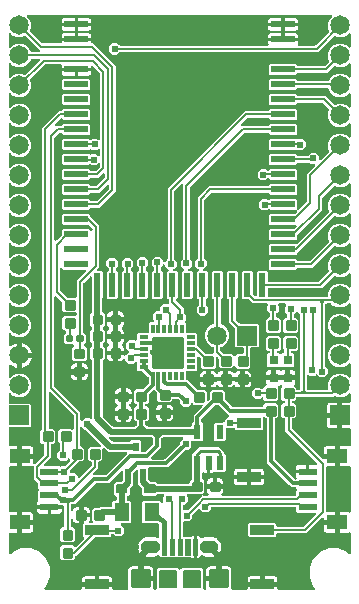
<source format=gbr>
G04 EAGLE Gerber RS-274X export*
G75*
%MOMM*%
%FSLAX34Y34*%
%LPD*%
%AMOC8*
5,1,8,0,0,1.08239X$1,22.5*%
G01*
%ADD10C,0.222250*%
%ADD11C,0.200000*%
%ADD12R,1.270000X1.524000*%
%ADD13C,0.040638*%
%ADD14C,0.309878*%
%ADD15C,0.812800*%
%ADD16C,0.152400*%
%ADD17R,0.500000X0.800000*%
%ADD18R,0.750000X0.300000*%
%ADD19C,0.405000*%
%ADD20R,0.300000X0.750000*%
%ADD21R,0.600000X1.200000*%
%ADD22R,2.000000X0.550000*%
%ADD23R,0.550000X2.000000*%
%ADD24R,2.000000X0.870000*%
%ADD25C,0.317500*%
%ADD26R,0.800000X0.800000*%
%ADD27R,1.550000X0.600000*%
%ADD28R,1.800000X1.200000*%
%ADD29R,1.651000X1.651000*%
%ADD30C,1.651000*%
%ADD31C,0.609600*%
%ADD32C,0.304800*%
%ADD33C,0.508000*%
%ADD34C,0.457200*%
%ADD35C,0.203200*%
%ADD36C,0.254000*%

G36*
X66502Y5216D02*
X66502Y5216D01*
X66560Y5214D01*
X66642Y5236D01*
X66726Y5248D01*
X66779Y5271D01*
X66835Y5286D01*
X66908Y5329D01*
X66985Y5364D01*
X67030Y5402D01*
X67080Y5431D01*
X67138Y5493D01*
X67202Y5547D01*
X67234Y5596D01*
X67274Y5639D01*
X67313Y5714D01*
X67360Y5784D01*
X67377Y5840D01*
X67404Y5892D01*
X67415Y5960D01*
X67445Y6055D01*
X67448Y6155D01*
X67459Y6223D01*
X67459Y7481D01*
X78984Y7481D01*
X79042Y7489D01*
X79100Y7487D01*
X79182Y7509D01*
X79265Y7521D01*
X79319Y7545D01*
X79375Y7559D01*
X79448Y7602D01*
X79525Y7637D01*
X79569Y7675D01*
X79620Y7705D01*
X79677Y7766D01*
X79742Y7821D01*
X79774Y7869D01*
X79814Y7912D01*
X79853Y7987D01*
X79899Y8057D01*
X79917Y8113D01*
X79944Y8165D01*
X79955Y8233D01*
X79985Y8328D01*
X79988Y8428D01*
X79999Y8496D01*
X79999Y9513D01*
X80001Y9513D01*
X80001Y8496D01*
X80009Y8438D01*
X80008Y8380D01*
X80029Y8298D01*
X80041Y8215D01*
X80065Y8161D01*
X80079Y8105D01*
X80122Y8032D01*
X80157Y7955D01*
X80195Y7910D01*
X80225Y7860D01*
X80286Y7802D01*
X80341Y7738D01*
X80389Y7706D01*
X80432Y7666D01*
X80507Y7627D01*
X80577Y7581D01*
X80633Y7563D01*
X80685Y7536D01*
X80753Y7525D01*
X80848Y7495D01*
X80948Y7492D01*
X81016Y7481D01*
X92541Y7481D01*
X92541Y6223D01*
X92549Y6165D01*
X92547Y6107D01*
X92569Y6025D01*
X92581Y5941D01*
X92604Y5888D01*
X92619Y5832D01*
X92662Y5759D01*
X92697Y5682D01*
X92735Y5637D01*
X92764Y5587D01*
X92826Y5529D01*
X92880Y5465D01*
X92929Y5433D01*
X92972Y5393D01*
X93047Y5354D01*
X93117Y5307D01*
X93173Y5290D01*
X93225Y5263D01*
X93293Y5252D01*
X93388Y5222D01*
X93488Y5219D01*
X93556Y5208D01*
X105551Y5208D01*
X105590Y5213D01*
X105629Y5211D01*
X105730Y5233D01*
X105832Y5248D01*
X105868Y5264D01*
X105907Y5272D01*
X105997Y5322D01*
X106092Y5364D01*
X106122Y5389D01*
X106156Y5408D01*
X106230Y5481D01*
X106309Y5547D01*
X106331Y5580D01*
X106358Y5608D01*
X106409Y5698D01*
X106466Y5784D01*
X106478Y5822D01*
X106497Y5856D01*
X106521Y5957D01*
X106552Y6055D01*
X106553Y6094D01*
X106562Y6133D01*
X106557Y6236D01*
X106559Y6339D01*
X106550Y6377D01*
X106548Y6417D01*
X106520Y6489D01*
X106488Y6614D01*
X106472Y6641D01*
X106184Y7714D01*
X106184Y12854D01*
X106221Y12925D01*
X106268Y12995D01*
X106285Y13051D01*
X106312Y13103D01*
X106323Y13171D01*
X106353Y13266D01*
X106356Y13366D01*
X106367Y13434D01*
X106367Y13617D01*
X106551Y14061D01*
X106573Y14146D01*
X106604Y14228D01*
X106609Y14283D01*
X106622Y14337D01*
X106620Y14424D01*
X106627Y14511D01*
X106616Y14558D01*
X106614Y14621D01*
X106569Y14762D01*
X106551Y14839D01*
X106367Y15283D01*
X106367Y15466D01*
X106359Y15524D01*
X106361Y15582D01*
X106339Y15664D01*
X106327Y15747D01*
X106304Y15801D01*
X106289Y15857D01*
X106246Y15930D01*
X106211Y16007D01*
X106184Y16039D01*
X106184Y21186D01*
X106463Y22226D01*
X107002Y23159D01*
X107763Y23920D01*
X108696Y24459D01*
X109736Y24738D01*
X111028Y24738D01*
X111059Y24742D01*
X111090Y24740D01*
X111166Y24757D01*
X111310Y24778D01*
X111368Y24804D01*
X111417Y24815D01*
X113241Y25571D01*
X116655Y25571D01*
X118479Y24815D01*
X118509Y24807D01*
X118537Y24793D01*
X118614Y24780D01*
X118755Y24744D01*
X118819Y24746D01*
X118868Y24738D01*
X124224Y24738D01*
X125264Y24459D01*
X126197Y23920D01*
X126958Y23159D01*
X127497Y22226D01*
X127776Y21186D01*
X127776Y16481D01*
X124544Y16481D01*
X124486Y16473D01*
X124428Y16474D01*
X124346Y16453D01*
X124262Y16441D01*
X124209Y16417D01*
X124153Y16403D01*
X124080Y16360D01*
X124003Y16325D01*
X123958Y16287D01*
X123908Y16257D01*
X123850Y16196D01*
X123786Y16141D01*
X123754Y16093D01*
X123714Y16050D01*
X123675Y15975D01*
X123628Y15905D01*
X123611Y15849D01*
X123584Y15797D01*
X123573Y15729D01*
X123543Y15634D01*
X123540Y15534D01*
X123529Y15466D01*
X123529Y15283D01*
X123345Y14839D01*
X123323Y14754D01*
X123292Y14672D01*
X123287Y14617D01*
X123274Y14563D01*
X123276Y14476D01*
X123269Y14389D01*
X123280Y14342D01*
X123282Y14279D01*
X123327Y14138D01*
X123345Y14061D01*
X123529Y13617D01*
X123529Y13434D01*
X123537Y13376D01*
X123535Y13318D01*
X123557Y13236D01*
X123569Y13153D01*
X123592Y13099D01*
X123607Y13043D01*
X123650Y12970D01*
X123685Y12893D01*
X123723Y12848D01*
X123752Y12798D01*
X123814Y12740D01*
X123868Y12676D01*
X123917Y12644D01*
X123960Y12604D01*
X124035Y12565D01*
X124105Y12519D01*
X124161Y12501D01*
X124213Y12474D01*
X124281Y12463D01*
X124376Y12433D01*
X124476Y12430D01*
X124544Y12419D01*
X127776Y12419D01*
X127776Y7714D01*
X127494Y6662D01*
X127462Y6563D01*
X127424Y6467D01*
X127420Y6428D01*
X127408Y6391D01*
X127405Y6287D01*
X127395Y6185D01*
X127402Y6146D01*
X127401Y6107D01*
X127427Y6007D01*
X127445Y5905D01*
X127462Y5869D01*
X127472Y5832D01*
X127525Y5743D01*
X127571Y5650D01*
X127598Y5621D01*
X127618Y5587D01*
X127693Y5516D01*
X127763Y5440D01*
X127796Y5420D01*
X127825Y5393D01*
X127917Y5345D01*
X128005Y5292D01*
X128043Y5281D01*
X128078Y5263D01*
X128155Y5250D01*
X128279Y5216D01*
X128354Y5217D01*
X128409Y5208D01*
X129426Y5208D01*
X129484Y5216D01*
X129542Y5214D01*
X129624Y5236D01*
X129708Y5248D01*
X129761Y5271D01*
X129817Y5286D01*
X129890Y5329D01*
X129967Y5364D01*
X130012Y5402D01*
X130062Y5431D01*
X130120Y5493D01*
X130184Y5547D01*
X130216Y5596D01*
X130256Y5639D01*
X130295Y5714D01*
X130342Y5784D01*
X130359Y5840D01*
X130386Y5892D01*
X130397Y5960D01*
X130427Y6055D01*
X130430Y6155D01*
X130441Y6223D01*
X130441Y22360D01*
X131930Y23849D01*
X147750Y23849D01*
X149282Y22317D01*
X149329Y22282D01*
X149369Y22239D01*
X149442Y22197D01*
X149509Y22146D01*
X149564Y22125D01*
X149614Y22096D01*
X149696Y22075D01*
X149775Y22045D01*
X149833Y22040D01*
X149890Y22026D01*
X149974Y22028D01*
X150058Y22021D01*
X150116Y22033D01*
X150174Y22035D01*
X150254Y22061D01*
X150337Y22077D01*
X150389Y22104D01*
X150445Y22122D01*
X150501Y22162D01*
X150589Y22208D01*
X150662Y22277D01*
X150718Y22317D01*
X152250Y23849D01*
X168070Y23849D01*
X169559Y22360D01*
X169559Y6223D01*
X169567Y6165D01*
X169565Y6107D01*
X169587Y6025D01*
X169599Y5941D01*
X169622Y5888D01*
X169637Y5832D01*
X169680Y5759D01*
X169715Y5682D01*
X169753Y5637D01*
X169782Y5587D01*
X169844Y5529D01*
X169898Y5465D01*
X169947Y5433D01*
X169990Y5393D01*
X170065Y5354D01*
X170135Y5307D01*
X170191Y5290D01*
X170243Y5263D01*
X170311Y5252D01*
X170406Y5222D01*
X170506Y5219D01*
X170574Y5208D01*
X171591Y5208D01*
X171630Y5213D01*
X171669Y5211D01*
X171770Y5233D01*
X171872Y5248D01*
X171908Y5264D01*
X171947Y5272D01*
X172037Y5322D01*
X172132Y5364D01*
X172162Y5389D01*
X172196Y5408D01*
X172270Y5481D01*
X172349Y5547D01*
X172371Y5580D01*
X172398Y5608D01*
X172449Y5698D01*
X172506Y5784D01*
X172518Y5822D01*
X172537Y5856D01*
X172561Y5957D01*
X172592Y6055D01*
X172593Y6094D01*
X172602Y6133D01*
X172597Y6236D01*
X172599Y6339D01*
X172590Y6377D01*
X172588Y6417D01*
X172560Y6489D01*
X172528Y6614D01*
X172512Y6641D01*
X172224Y7714D01*
X172224Y12419D01*
X175456Y12419D01*
X175514Y12427D01*
X175572Y12425D01*
X175654Y12447D01*
X175738Y12459D01*
X175791Y12483D01*
X175847Y12497D01*
X175920Y12540D01*
X175997Y12575D01*
X176042Y12613D01*
X176092Y12643D01*
X176150Y12704D01*
X176214Y12759D01*
X176246Y12807D01*
X176286Y12850D01*
X176325Y12925D01*
X176372Y12995D01*
X176389Y13051D01*
X176416Y13103D01*
X176427Y13171D01*
X176457Y13266D01*
X176460Y13366D01*
X176471Y13434D01*
X176471Y13617D01*
X176655Y14061D01*
X176677Y14146D01*
X176708Y14228D01*
X176713Y14283D01*
X176726Y14337D01*
X176724Y14424D01*
X176731Y14511D01*
X176720Y14558D01*
X176718Y14621D01*
X176673Y14762D01*
X176655Y14839D01*
X176471Y15283D01*
X176471Y15466D01*
X176463Y15524D01*
X176465Y15582D01*
X176443Y15664D01*
X176431Y15747D01*
X176408Y15801D01*
X176393Y15857D01*
X176350Y15930D01*
X176315Y16007D01*
X176277Y16051D01*
X176248Y16102D01*
X176186Y16159D01*
X176132Y16224D01*
X176083Y16256D01*
X176040Y16296D01*
X175965Y16335D01*
X175895Y16381D01*
X175839Y16399D01*
X175787Y16426D01*
X175719Y16437D01*
X175624Y16467D01*
X175524Y16470D01*
X175456Y16481D01*
X172224Y16481D01*
X172224Y21186D01*
X172503Y22226D01*
X173042Y23159D01*
X173803Y23920D01*
X174736Y24459D01*
X175776Y24738D01*
X181132Y24738D01*
X181163Y24742D01*
X181194Y24740D01*
X181270Y24757D01*
X181414Y24778D01*
X181472Y24804D01*
X181521Y24815D01*
X183345Y25571D01*
X186759Y25571D01*
X188583Y24815D01*
X188613Y24807D01*
X188641Y24793D01*
X188718Y24780D01*
X188859Y24744D01*
X188923Y24746D01*
X188972Y24738D01*
X190264Y24738D01*
X191304Y24459D01*
X192237Y23920D01*
X192998Y23159D01*
X193537Y22226D01*
X193816Y21186D01*
X193816Y16046D01*
X193779Y15975D01*
X193732Y15905D01*
X193715Y15849D01*
X193688Y15797D01*
X193677Y15729D01*
X193647Y15634D01*
X193644Y15534D01*
X193633Y15466D01*
X193633Y15283D01*
X193449Y14839D01*
X193427Y14754D01*
X193396Y14672D01*
X193391Y14617D01*
X193378Y14563D01*
X193380Y14476D01*
X193373Y14389D01*
X193384Y14342D01*
X193386Y14279D01*
X193431Y14138D01*
X193449Y14061D01*
X193633Y13617D01*
X193633Y13434D01*
X193641Y13376D01*
X193639Y13318D01*
X193661Y13236D01*
X193673Y13153D01*
X193696Y13099D01*
X193711Y13043D01*
X193754Y12970D01*
X193789Y12893D01*
X193816Y12861D01*
X193816Y7714D01*
X193534Y6662D01*
X193502Y6563D01*
X193464Y6467D01*
X193460Y6428D01*
X193448Y6391D01*
X193445Y6287D01*
X193435Y6185D01*
X193442Y6146D01*
X193441Y6107D01*
X193467Y6007D01*
X193485Y5905D01*
X193502Y5869D01*
X193512Y5832D01*
X193565Y5743D01*
X193611Y5650D01*
X193638Y5621D01*
X193658Y5587D01*
X193733Y5516D01*
X193803Y5440D01*
X193836Y5420D01*
X193865Y5393D01*
X193957Y5345D01*
X194045Y5292D01*
X194083Y5281D01*
X194118Y5263D01*
X194195Y5250D01*
X194319Y5216D01*
X194394Y5217D01*
X194449Y5208D01*
X206444Y5208D01*
X206502Y5216D01*
X206560Y5214D01*
X206642Y5236D01*
X206726Y5248D01*
X206779Y5271D01*
X206835Y5286D01*
X206908Y5329D01*
X206985Y5364D01*
X207030Y5402D01*
X207080Y5431D01*
X207138Y5493D01*
X207202Y5547D01*
X207234Y5596D01*
X207274Y5639D01*
X207313Y5714D01*
X207360Y5784D01*
X207377Y5840D01*
X207404Y5892D01*
X207415Y5960D01*
X207445Y6055D01*
X207448Y6155D01*
X207459Y6223D01*
X207459Y7481D01*
X218984Y7481D01*
X219042Y7489D01*
X219100Y7487D01*
X219182Y7509D01*
X219265Y7521D01*
X219319Y7545D01*
X219375Y7559D01*
X219448Y7602D01*
X219525Y7637D01*
X219569Y7675D01*
X219620Y7705D01*
X219677Y7766D01*
X219742Y7821D01*
X219774Y7869D01*
X219814Y7912D01*
X219853Y7987D01*
X219899Y8057D01*
X219917Y8113D01*
X219944Y8165D01*
X219955Y8233D01*
X219985Y8328D01*
X219988Y8428D01*
X219999Y8496D01*
X219999Y9513D01*
X220001Y9513D01*
X220001Y8496D01*
X220009Y8438D01*
X220008Y8380D01*
X220029Y8298D01*
X220041Y8215D01*
X220065Y8161D01*
X220079Y8105D01*
X220122Y8032D01*
X220157Y7955D01*
X220195Y7910D01*
X220225Y7860D01*
X220286Y7802D01*
X220341Y7738D01*
X220389Y7706D01*
X220432Y7666D01*
X220507Y7627D01*
X220577Y7581D01*
X220633Y7563D01*
X220685Y7536D01*
X220753Y7525D01*
X220848Y7495D01*
X220948Y7492D01*
X221016Y7481D01*
X232541Y7481D01*
X232541Y6223D01*
X232549Y6165D01*
X232547Y6107D01*
X232569Y6025D01*
X232581Y5941D01*
X232604Y5888D01*
X232619Y5832D01*
X232662Y5759D01*
X232697Y5682D01*
X232735Y5637D01*
X232764Y5587D01*
X232826Y5529D01*
X232880Y5465D01*
X232929Y5433D01*
X232972Y5393D01*
X233047Y5354D01*
X233117Y5307D01*
X233173Y5290D01*
X233225Y5263D01*
X233293Y5252D01*
X233388Y5222D01*
X233488Y5219D01*
X233556Y5208D01*
X263943Y5208D01*
X263972Y5212D01*
X264001Y5209D01*
X264112Y5232D01*
X264224Y5248D01*
X264251Y5260D01*
X264280Y5265D01*
X264381Y5318D01*
X264484Y5364D01*
X264506Y5383D01*
X264532Y5396D01*
X264614Y5474D01*
X264701Y5547D01*
X264717Y5572D01*
X264738Y5592D01*
X264795Y5690D01*
X264858Y5784D01*
X264867Y5812D01*
X264882Y5837D01*
X264910Y5947D01*
X264944Y6055D01*
X264945Y6085D01*
X264952Y6113D01*
X264948Y6226D01*
X264951Y6339D01*
X264944Y6368D01*
X264943Y6397D01*
X264908Y6505D01*
X264880Y6614D01*
X264865Y6640D01*
X264856Y6668D01*
X264810Y6731D01*
X264734Y6859D01*
X264689Y6902D01*
X264661Y6941D01*
X262976Y8625D01*
X259919Y16006D01*
X259919Y23994D01*
X262976Y31375D01*
X268625Y37024D01*
X276006Y40081D01*
X283994Y40081D01*
X291375Y37024D01*
X293059Y35339D01*
X293083Y35322D01*
X293102Y35299D01*
X293196Y35237D01*
X293286Y35168D01*
X293314Y35158D01*
X293338Y35142D01*
X293446Y35108D01*
X293552Y35067D01*
X293581Y35065D01*
X293609Y35056D01*
X293723Y35053D01*
X293835Y35044D01*
X293864Y35049D01*
X293893Y35049D01*
X294003Y35077D01*
X294114Y35100D01*
X294140Y35113D01*
X294168Y35120D01*
X294266Y35178D01*
X294366Y35231D01*
X294388Y35251D01*
X294413Y35266D01*
X294490Y35348D01*
X294572Y35426D01*
X294587Y35452D01*
X294607Y35473D01*
X294659Y35574D01*
X294716Y35672D01*
X294723Y35700D01*
X294737Y35726D01*
X294750Y35803D01*
X294786Y35947D01*
X294784Y36010D01*
X294792Y36057D01*
X294792Y52659D01*
X294785Y52707D01*
X294788Y52756D01*
X294766Y52847D01*
X294752Y52940D01*
X294732Y52985D01*
X294721Y53032D01*
X294675Y53114D01*
X294636Y53199D01*
X294605Y53237D01*
X294581Y53279D01*
X294513Y53345D01*
X294453Y53416D01*
X294412Y53443D01*
X294377Y53478D01*
X294294Y53522D01*
X294216Y53574D01*
X294169Y53589D01*
X294126Y53612D01*
X294034Y53631D01*
X293945Y53660D01*
X293896Y53661D01*
X293848Y53671D01*
X293774Y53664D01*
X293661Y53667D01*
X293577Y53645D01*
X293514Y53639D01*
X292902Y53475D01*
X285599Y53475D01*
X285599Y61000D01*
X285591Y61058D01*
X285592Y61116D01*
X285571Y61198D01*
X285559Y61281D01*
X285535Y61335D01*
X285521Y61391D01*
X285478Y61464D01*
X285443Y61541D01*
X285405Y61585D01*
X285375Y61636D01*
X285314Y61693D01*
X285259Y61758D01*
X285211Y61790D01*
X285168Y61830D01*
X285093Y61869D01*
X285023Y61915D01*
X284967Y61933D01*
X284915Y61960D01*
X284847Y61971D01*
X284752Y62001D01*
X284652Y62004D01*
X284584Y62015D01*
X283567Y62015D01*
X283567Y62017D01*
X284584Y62017D01*
X284642Y62025D01*
X284700Y62024D01*
X284782Y62045D01*
X284865Y62057D01*
X284919Y62081D01*
X284975Y62095D01*
X285048Y62138D01*
X285125Y62173D01*
X285169Y62211D01*
X285220Y62241D01*
X285277Y62302D01*
X285342Y62357D01*
X285374Y62405D01*
X285414Y62448D01*
X285453Y62523D01*
X285499Y62593D01*
X285517Y62649D01*
X285544Y62701D01*
X285555Y62769D01*
X285585Y62864D01*
X285588Y62964D01*
X285599Y63032D01*
X285599Y70557D01*
X292902Y70557D01*
X293514Y70393D01*
X293563Y70387D01*
X293609Y70372D01*
X293703Y70370D01*
X293796Y70358D01*
X293845Y70366D01*
X293893Y70365D01*
X293984Y70389D01*
X294077Y70404D01*
X294121Y70424D01*
X294168Y70437D01*
X294249Y70485D01*
X294334Y70525D01*
X294371Y70557D01*
X294413Y70582D01*
X294477Y70650D01*
X294548Y70713D01*
X294574Y70754D01*
X294607Y70789D01*
X294650Y70873D01*
X294701Y70952D01*
X294715Y70999D01*
X294737Y71042D01*
X294749Y71115D01*
X294781Y71225D01*
X294782Y71312D01*
X294792Y71373D01*
X294792Y108659D01*
X294785Y108707D01*
X294788Y108756D01*
X294766Y108847D01*
X294752Y108940D01*
X294732Y108985D01*
X294721Y109032D01*
X294675Y109114D01*
X294636Y109199D01*
X294605Y109237D01*
X294581Y109279D01*
X294513Y109345D01*
X294453Y109416D01*
X294412Y109443D01*
X294377Y109478D01*
X294294Y109522D01*
X294216Y109574D01*
X294169Y109589D01*
X294126Y109612D01*
X294034Y109631D01*
X293945Y109660D01*
X293896Y109661D01*
X293848Y109671D01*
X293774Y109664D01*
X293661Y109667D01*
X293577Y109645D01*
X293514Y109639D01*
X292902Y109475D01*
X285599Y109475D01*
X285599Y117000D01*
X285591Y117058D01*
X285592Y117116D01*
X285571Y117198D01*
X285559Y117281D01*
X285535Y117335D01*
X285521Y117391D01*
X285478Y117464D01*
X285443Y117541D01*
X285405Y117585D01*
X285375Y117636D01*
X285314Y117693D01*
X285259Y117758D01*
X285211Y117790D01*
X285168Y117830D01*
X285093Y117869D01*
X285023Y117915D01*
X284967Y117933D01*
X284915Y117960D01*
X284847Y117971D01*
X284752Y118001D01*
X284652Y118004D01*
X284584Y118015D01*
X283567Y118015D01*
X283567Y118017D01*
X284584Y118017D01*
X284642Y118025D01*
X284700Y118024D01*
X284782Y118045D01*
X284865Y118057D01*
X284919Y118081D01*
X284975Y118095D01*
X285048Y118138D01*
X285125Y118173D01*
X285169Y118211D01*
X285220Y118241D01*
X285277Y118302D01*
X285342Y118357D01*
X285374Y118405D01*
X285414Y118448D01*
X285453Y118523D01*
X285499Y118593D01*
X285517Y118649D01*
X285544Y118701D01*
X285555Y118769D01*
X285585Y118864D01*
X285588Y118964D01*
X285599Y119032D01*
X285599Y126557D01*
X292902Y126557D01*
X293514Y126393D01*
X293563Y126387D01*
X293609Y126372D01*
X293703Y126370D01*
X293796Y126358D01*
X293845Y126366D01*
X293893Y126365D01*
X293984Y126389D01*
X294077Y126404D01*
X294121Y126424D01*
X294168Y126437D01*
X294249Y126485D01*
X294334Y126525D01*
X294371Y126557D01*
X294413Y126582D01*
X294477Y126650D01*
X294548Y126713D01*
X294574Y126754D01*
X294607Y126789D01*
X294650Y126873D01*
X294701Y126952D01*
X294715Y126999D01*
X294737Y127042D01*
X294749Y127115D01*
X294781Y127225D01*
X294782Y127312D01*
X294792Y127373D01*
X294792Y140789D01*
X294784Y140847D01*
X294786Y140905D01*
X294764Y140987D01*
X294752Y141071D01*
X294729Y141124D01*
X294714Y141180D01*
X294671Y141253D01*
X294636Y141330D01*
X294598Y141375D01*
X294569Y141425D01*
X294507Y141483D01*
X294453Y141547D01*
X294404Y141579D01*
X294361Y141619D01*
X294286Y141658D01*
X294216Y141705D01*
X294160Y141722D01*
X294108Y141749D01*
X294040Y141760D01*
X293945Y141790D01*
X293845Y141793D01*
X293777Y141804D01*
X287631Y141804D01*
X287631Y151584D01*
X287623Y151642D01*
X287625Y151700D01*
X287603Y151782D01*
X287591Y151865D01*
X287567Y151919D01*
X287553Y151975D01*
X287510Y152048D01*
X287475Y152125D01*
X287437Y152169D01*
X287407Y152220D01*
X287346Y152277D01*
X287291Y152342D01*
X287243Y152374D01*
X287200Y152414D01*
X287125Y152453D01*
X287055Y152499D01*
X286999Y152517D01*
X286947Y152544D01*
X286879Y152555D01*
X286784Y152585D01*
X286684Y152588D01*
X286616Y152599D01*
X285599Y152599D01*
X285599Y152601D01*
X286616Y152601D01*
X286674Y152609D01*
X286732Y152608D01*
X286814Y152629D01*
X286897Y152641D01*
X286951Y152665D01*
X287007Y152679D01*
X287080Y152722D01*
X287157Y152757D01*
X287202Y152795D01*
X287252Y152825D01*
X287310Y152886D01*
X287374Y152941D01*
X287406Y152989D01*
X287446Y153032D01*
X287485Y153107D01*
X287531Y153177D01*
X287549Y153233D01*
X287576Y153285D01*
X287587Y153353D01*
X287617Y153448D01*
X287620Y153548D01*
X287631Y153616D01*
X287631Y163396D01*
X293777Y163396D01*
X293835Y163404D01*
X293893Y163402D01*
X293975Y163424D01*
X294059Y163436D01*
X294112Y163459D01*
X294168Y163474D01*
X294241Y163517D01*
X294318Y163552D01*
X294363Y163590D01*
X294413Y163619D01*
X294471Y163681D01*
X294535Y163735D01*
X294567Y163784D01*
X294607Y163827D01*
X294646Y163902D01*
X294693Y163972D01*
X294710Y164028D01*
X294737Y164080D01*
X294748Y164148D01*
X294778Y164243D01*
X294781Y164343D01*
X294792Y164411D01*
X294792Y170551D01*
X294788Y170580D01*
X294791Y170610D01*
X294768Y170721D01*
X294752Y170833D01*
X294740Y170860D01*
X294735Y170888D01*
X294682Y170989D01*
X294636Y171092D01*
X294617Y171115D01*
X294604Y171141D01*
X294526Y171223D01*
X294453Y171309D01*
X294428Y171326D01*
X294408Y171347D01*
X294310Y171404D01*
X294216Y171467D01*
X294188Y171476D01*
X294163Y171491D01*
X294053Y171518D01*
X293945Y171553D01*
X293915Y171553D01*
X293887Y171561D01*
X293774Y171557D01*
X293661Y171560D01*
X293632Y171553D01*
X293603Y171552D01*
X293495Y171517D01*
X293386Y171488D01*
X293360Y171473D01*
X293332Y171464D01*
X293269Y171419D01*
X293141Y171343D01*
X293098Y171297D01*
X293059Y171269D01*
X291284Y169494D01*
X287596Y167966D01*
X283604Y167966D01*
X281342Y168903D01*
X281340Y168904D01*
X281339Y168905D01*
X281199Y168940D01*
X281067Y168974D01*
X281065Y168974D01*
X281064Y168975D01*
X280918Y168970D01*
X280783Y168966D01*
X280781Y168966D01*
X280779Y168966D01*
X280645Y168922D01*
X280512Y168879D01*
X280510Y168879D01*
X280509Y168878D01*
X280497Y168869D01*
X280276Y168721D01*
X280256Y168698D01*
X280236Y168683D01*
X280208Y168655D01*
X249555Y168655D01*
X249497Y168647D01*
X249439Y168649D01*
X249357Y168627D01*
X249273Y168615D01*
X249220Y168592D01*
X249164Y168577D01*
X249091Y168534D01*
X249014Y168499D01*
X248969Y168461D01*
X248919Y168432D01*
X248861Y168370D01*
X248797Y168316D01*
X248765Y168267D01*
X248725Y168224D01*
X248686Y168149D01*
X248639Y168079D01*
X248622Y168023D01*
X248595Y167971D01*
X248584Y167903D01*
X248554Y167808D01*
X248551Y167708D01*
X248540Y167640D01*
X248540Y166919D01*
X246847Y165226D01*
X246126Y165226D01*
X246068Y165218D01*
X246010Y165220D01*
X245928Y165198D01*
X245844Y165186D01*
X245791Y165163D01*
X245735Y165148D01*
X245662Y165105D01*
X245585Y165070D01*
X245540Y165032D01*
X245490Y165003D01*
X245432Y164941D01*
X245368Y164887D01*
X245336Y164838D01*
X245296Y164795D01*
X245257Y164720D01*
X245210Y164650D01*
X245193Y164594D01*
X245166Y164542D01*
X245155Y164474D01*
X245125Y164379D01*
X245122Y164279D01*
X245111Y164211D01*
X245111Y163909D01*
X245119Y163851D01*
X245117Y163793D01*
X245139Y163711D01*
X245151Y163627D01*
X245174Y163574D01*
X245189Y163518D01*
X245232Y163445D01*
X245267Y163368D01*
X245305Y163323D01*
X245334Y163273D01*
X245396Y163215D01*
X245450Y163151D01*
X245499Y163119D01*
X245542Y163079D01*
X245617Y163040D01*
X245687Y162993D01*
X245743Y162976D01*
X245795Y162949D01*
X245863Y162938D01*
X245958Y162908D01*
X246058Y162905D01*
X246126Y162894D01*
X246879Y162894D01*
X248572Y161201D01*
X248572Y152139D01*
X246879Y150446D01*
X246158Y150446D01*
X246100Y150438D01*
X246042Y150440D01*
X245960Y150418D01*
X245876Y150406D01*
X245823Y150383D01*
X245767Y150368D01*
X245694Y150325D01*
X245617Y150290D01*
X245572Y150252D01*
X245522Y150223D01*
X245464Y150161D01*
X245400Y150107D01*
X245368Y150058D01*
X245328Y150015D01*
X245289Y149940D01*
X245242Y149870D01*
X245225Y149814D01*
X245198Y149762D01*
X245187Y149694D01*
X245157Y149599D01*
X245154Y149499D01*
X245143Y149431D01*
X245143Y141754D01*
X245155Y141668D01*
X245158Y141580D01*
X245175Y141527D01*
X245183Y141473D01*
X245218Y141393D01*
X245245Y141310D01*
X245273Y141270D01*
X245299Y141213D01*
X245395Y141100D01*
X245440Y141036D01*
X270294Y116182D01*
X270318Y116165D01*
X270337Y116142D01*
X270431Y116079D01*
X270521Y116011D01*
X270549Y116001D01*
X270573Y115985D01*
X270681Y115950D01*
X270787Y115910D01*
X270816Y115908D01*
X270844Y115899D01*
X270958Y115896D01*
X271070Y115887D01*
X271099Y115892D01*
X271128Y115892D01*
X271238Y115920D01*
X271349Y115942D01*
X271375Y115956D01*
X271403Y115963D01*
X271439Y115985D01*
X281537Y115985D01*
X281537Y109475D01*
X275082Y109475D01*
X275024Y109467D01*
X274966Y109469D01*
X274884Y109447D01*
X274800Y109435D01*
X274747Y109412D01*
X274691Y109397D01*
X274618Y109354D01*
X274541Y109319D01*
X274496Y109281D01*
X274446Y109252D01*
X274388Y109190D01*
X274324Y109136D01*
X274292Y109087D01*
X274252Y109044D01*
X274213Y108969D01*
X274166Y108899D01*
X274149Y108843D01*
X274122Y108791D01*
X274111Y108723D01*
X274081Y108628D01*
X274078Y108528D01*
X274067Y108460D01*
X274067Y71572D01*
X274075Y71514D01*
X274073Y71456D01*
X274095Y71374D01*
X274107Y71290D01*
X274130Y71237D01*
X274145Y71181D01*
X274188Y71108D01*
X274223Y71031D01*
X274261Y70986D01*
X274290Y70936D01*
X274352Y70878D01*
X274406Y70814D01*
X274455Y70782D01*
X274498Y70742D01*
X274573Y70703D01*
X274643Y70656D01*
X274699Y70639D01*
X274751Y70612D01*
X274819Y70601D01*
X274914Y70571D01*
X275014Y70568D01*
X275082Y70557D01*
X281537Y70557D01*
X281537Y64047D01*
X272027Y64047D01*
X272027Y65218D01*
X272023Y65247D01*
X272026Y65276D01*
X272003Y65387D01*
X271987Y65499D01*
X271975Y65526D01*
X271970Y65555D01*
X271918Y65655D01*
X271871Y65759D01*
X271852Y65781D01*
X271839Y65807D01*
X271761Y65889D01*
X271688Y65976D01*
X271663Y65992D01*
X271643Y66013D01*
X271545Y66071D01*
X271451Y66133D01*
X271423Y66142D01*
X271398Y66157D01*
X271288Y66185D01*
X271180Y66219D01*
X271150Y66220D01*
X271122Y66227D01*
X271009Y66224D01*
X270896Y66226D01*
X270867Y66219D01*
X270838Y66218D01*
X270730Y66183D01*
X270621Y66155D01*
X270595Y66140D01*
X270567Y66131D01*
X270504Y66085D01*
X270376Y66009D01*
X270333Y65964D01*
X270294Y65936D01*
X257076Y52717D01*
X232794Y52717D01*
X232736Y52709D01*
X232678Y52711D01*
X232596Y52689D01*
X232512Y52677D01*
X232459Y52654D01*
X232403Y52639D01*
X232330Y52596D01*
X232253Y52561D01*
X232208Y52523D01*
X232158Y52494D01*
X232100Y52432D01*
X232036Y52378D01*
X232004Y52329D01*
X231964Y52286D01*
X231925Y52211D01*
X231878Y52141D01*
X231861Y52085D01*
X231834Y52033D01*
X231823Y51965D01*
X231793Y51870D01*
X231790Y51770D01*
X231779Y51702D01*
X231779Y50425D01*
X230737Y49383D01*
X209263Y49383D01*
X208221Y50425D01*
X208221Y60599D01*
X209263Y61641D01*
X230737Y61641D01*
X231779Y60599D01*
X231779Y59322D01*
X231787Y59264D01*
X231785Y59206D01*
X231807Y59124D01*
X231819Y59040D01*
X231842Y58987D01*
X231857Y58931D01*
X231900Y58858D01*
X231935Y58781D01*
X231973Y58736D01*
X232002Y58686D01*
X232064Y58628D01*
X232118Y58564D01*
X232167Y58532D01*
X232210Y58492D01*
X232285Y58453D01*
X232355Y58406D01*
X232411Y58389D01*
X232463Y58362D01*
X232531Y58351D01*
X232626Y58321D01*
X232726Y58318D01*
X232794Y58307D01*
X254340Y58307D01*
X254426Y58319D01*
X254514Y58322D01*
X254567Y58339D01*
X254621Y58347D01*
X254701Y58382D01*
X254784Y58409D01*
X254824Y58437D01*
X254881Y58463D01*
X254994Y58559D01*
X255058Y58604D01*
X264958Y68504D01*
X264975Y68528D01*
X264998Y68547D01*
X265061Y68641D01*
X265129Y68731D01*
X265139Y68759D01*
X265155Y68783D01*
X265190Y68891D01*
X265230Y68997D01*
X265232Y69026D01*
X265241Y69054D01*
X265244Y69168D01*
X265253Y69280D01*
X265248Y69309D01*
X265248Y69338D01*
X265220Y69448D01*
X265198Y69559D01*
X265184Y69585D01*
X265177Y69613D01*
X265119Y69711D01*
X265067Y69811D01*
X265046Y69833D01*
X265031Y69858D01*
X264949Y69935D01*
X264871Y70017D01*
X264845Y70032D01*
X264824Y70052D01*
X264723Y70104D01*
X264626Y70161D01*
X264597Y70168D01*
X264571Y70182D01*
X264494Y70195D01*
X264350Y70231D01*
X264288Y70229D01*
X264240Y70237D01*
X249831Y70237D01*
X248789Y71279D01*
X248789Y74168D01*
X248781Y74226D01*
X248783Y74284D01*
X248761Y74366D01*
X248749Y74450D01*
X248726Y74503D01*
X248711Y74559D01*
X248668Y74632D01*
X248633Y74709D01*
X248595Y74754D01*
X248566Y74804D01*
X248504Y74862D01*
X248450Y74926D01*
X248401Y74958D01*
X248358Y74998D01*
X248283Y75037D01*
X248213Y75084D01*
X248157Y75101D01*
X248105Y75128D01*
X248037Y75139D01*
X247942Y75169D01*
X247842Y75172D01*
X247774Y75183D01*
X177613Y75183D01*
X177555Y75175D01*
X177497Y75177D01*
X177415Y75155D01*
X177331Y75143D01*
X177278Y75120D01*
X177222Y75105D01*
X177149Y75062D01*
X177072Y75027D01*
X177027Y74989D01*
X176977Y74960D01*
X176919Y74898D01*
X176855Y74844D01*
X176823Y74795D01*
X176783Y74752D01*
X176744Y74677D01*
X176697Y74607D01*
X176680Y74551D01*
X176653Y74499D01*
X176642Y74431D01*
X176612Y74336D01*
X176609Y74236D01*
X176598Y74168D01*
X176598Y73372D01*
X173770Y70544D01*
X169772Y70544D01*
X166921Y73395D01*
X166874Y73430D01*
X166834Y73472D01*
X166761Y73515D01*
X166694Y73566D01*
X166639Y73587D01*
X166589Y73616D01*
X166507Y73637D01*
X166428Y73667D01*
X166370Y73672D01*
X166313Y73686D01*
X166229Y73684D01*
X166145Y73691D01*
X166088Y73679D01*
X166029Y73677D01*
X165949Y73651D01*
X165866Y73635D01*
X165814Y73608D01*
X165759Y73590D01*
X165702Y73550D01*
X165614Y73504D01*
X165542Y73435D01*
X165485Y73395D01*
X161080Y68990D01*
X161028Y68920D01*
X160968Y68856D01*
X160942Y68807D01*
X160909Y68763D01*
X160878Y68681D01*
X160838Y68603D01*
X160830Y68555D01*
X160808Y68497D01*
X160796Y68349D01*
X160783Y68272D01*
X160783Y65819D01*
X157955Y62991D01*
X153810Y62991D01*
X153752Y62983D01*
X153694Y62985D01*
X153612Y62963D01*
X153528Y62951D01*
X153475Y62928D01*
X153419Y62913D01*
X153346Y62870D01*
X153269Y62835D01*
X153224Y62797D01*
X153174Y62768D01*
X153116Y62706D01*
X153052Y62652D01*
X153020Y62603D01*
X152980Y62560D01*
X152941Y62485D01*
X152894Y62415D01*
X152877Y62359D01*
X152850Y62307D01*
X152839Y62239D01*
X152809Y62144D01*
X152806Y62044D01*
X152795Y61976D01*
X152795Y50899D01*
X152803Y50841D01*
X152801Y50783D01*
X152823Y50701D01*
X152835Y50617D01*
X152858Y50564D01*
X152873Y50508D01*
X152916Y50435D01*
X152951Y50358D01*
X152989Y50313D01*
X153018Y50263D01*
X153080Y50205D01*
X153134Y50141D01*
X153183Y50109D01*
X153226Y50069D01*
X153301Y50030D01*
X153371Y49983D01*
X153427Y49966D01*
X153479Y49939D01*
X153547Y49928D01*
X153642Y49898D01*
X153742Y49895D01*
X153810Y49884D01*
X159060Y49884D01*
X159147Y49896D01*
X159234Y49899D01*
X159287Y49916D01*
X159342Y49924D01*
X159421Y49959D01*
X159505Y49986D01*
X159544Y50014D01*
X159601Y50040D01*
X159615Y50052D01*
X160320Y50459D01*
X161018Y50646D01*
X162193Y50646D01*
X162193Y41374D01*
X162193Y32102D01*
X161018Y32102D01*
X160320Y32289D01*
X159579Y32717D01*
X159577Y32718D01*
X159551Y32738D01*
X159469Y32769D01*
X159391Y32809D01*
X159344Y32817D01*
X159285Y32839D01*
X159137Y32851D01*
X159060Y32864D01*
X153944Y32864D01*
X153933Y32876D01*
X153860Y32919D01*
X153793Y32970D01*
X153738Y32990D01*
X153688Y33020D01*
X153606Y33041D01*
X153527Y33071D01*
X153469Y33076D01*
X153412Y33090D01*
X153328Y33087D01*
X153244Y33094D01*
X153186Y33083D01*
X153128Y33081D01*
X153048Y33055D01*
X152965Y33038D01*
X152913Y33011D01*
X152857Y32993D01*
X152801Y32953D01*
X152713Y32907D01*
X152667Y32864D01*
X147340Y32864D01*
X147329Y32876D01*
X147256Y32919D01*
X147189Y32970D01*
X147134Y32990D01*
X147084Y33020D01*
X147002Y33041D01*
X146923Y33071D01*
X146865Y33076D01*
X146808Y33090D01*
X146724Y33087D01*
X146640Y33094D01*
X146582Y33083D01*
X146524Y33081D01*
X146444Y33055D01*
X146361Y33038D01*
X146309Y33011D01*
X146253Y32993D01*
X146197Y32953D01*
X146109Y32907D01*
X146063Y32864D01*
X140736Y32864D01*
X140725Y32876D01*
X140652Y32919D01*
X140585Y32970D01*
X140530Y32990D01*
X140480Y33020D01*
X140398Y33041D01*
X140319Y33071D01*
X140261Y33076D01*
X140204Y33090D01*
X140120Y33087D01*
X140036Y33094D01*
X139978Y33083D01*
X139920Y33081D01*
X139840Y33055D01*
X139757Y33038D01*
X139705Y33011D01*
X139649Y32993D01*
X139593Y32953D01*
X139505Y32907D01*
X139459Y32864D01*
X134142Y32864D01*
X132791Y34216D01*
X132744Y34251D01*
X132704Y34293D01*
X132631Y34336D01*
X132563Y34387D01*
X132509Y34408D01*
X132458Y34437D01*
X132377Y34458D01*
X132298Y34488D01*
X132239Y34493D01*
X132183Y34507D01*
X132099Y34505D01*
X132015Y34512D01*
X131957Y34500D01*
X131899Y34498D01*
X131818Y34472D01*
X131736Y34456D01*
X131684Y34429D01*
X131628Y34411D01*
X131572Y34371D01*
X131483Y34325D01*
X131411Y34256D01*
X131355Y34216D01*
X131239Y34100D01*
X128085Y32793D01*
X122131Y32793D01*
X118977Y34100D01*
X118820Y34257D01*
X118795Y34276D01*
X118775Y34299D01*
X118708Y34341D01*
X118593Y34428D01*
X118533Y34451D01*
X118490Y34477D01*
X118423Y34505D01*
X117342Y35228D01*
X116422Y36148D01*
X115699Y37229D01*
X115201Y38431D01*
X114959Y39648D01*
X115000Y39683D01*
X115032Y39731D01*
X115072Y39774D01*
X115111Y39849D01*
X115158Y39919D01*
X115175Y39975D01*
X115202Y40027D01*
X115213Y40095D01*
X115243Y40190D01*
X115246Y40290D01*
X115257Y40358D01*
X115257Y42390D01*
X115249Y42448D01*
X115251Y42506D01*
X115229Y42588D01*
X115217Y42671D01*
X115194Y42725D01*
X115179Y42781D01*
X115136Y42854D01*
X115101Y42931D01*
X115063Y42975D01*
X115034Y43026D01*
X114972Y43083D01*
X114959Y43099D01*
X115201Y44317D01*
X115699Y45519D01*
X116422Y46600D01*
X117342Y47520D01*
X118423Y48243D01*
X118490Y48271D01*
X118517Y48287D01*
X118547Y48296D01*
X118610Y48342D01*
X118735Y48415D01*
X118780Y48462D01*
X118820Y48491D01*
X118977Y48648D01*
X122131Y49955D01*
X128085Y49955D01*
X131323Y48613D01*
X131435Y48585D01*
X131544Y48550D01*
X131572Y48549D01*
X131599Y48542D01*
X131713Y48546D01*
X131828Y48543D01*
X131855Y48550D01*
X131883Y48550D01*
X131992Y48585D01*
X132103Y48614D01*
X132127Y48629D01*
X132154Y48637D01*
X132249Y48701D01*
X132348Y48760D01*
X132367Y48780D01*
X132390Y48795D01*
X132464Y48883D01*
X132542Y48967D01*
X132555Y48992D01*
X132573Y49013D01*
X132619Y49118D01*
X132672Y49220D01*
X132676Y49245D01*
X132688Y49273D01*
X132725Y49536D01*
X132727Y49551D01*
X132727Y59761D01*
X132708Y59900D01*
X132688Y60040D01*
X132688Y60041D01*
X132687Y60043D01*
X132630Y60172D01*
X132573Y60299D01*
X132572Y60301D01*
X132571Y60302D01*
X132388Y60519D01*
X132365Y60534D01*
X132350Y60551D01*
X131642Y61123D01*
X131613Y61141D01*
X131588Y61164D01*
X131491Y61214D01*
X131398Y61270D01*
X131365Y61278D01*
X131335Y61294D01*
X131257Y61307D01*
X131123Y61342D01*
X131055Y61341D01*
X131004Y61349D01*
X119117Y61349D01*
X118075Y62391D01*
X118075Y79105D01*
X119117Y80147D01*
X133291Y80147D01*
X134410Y79027D01*
X134434Y79010D01*
X134453Y78987D01*
X134547Y78925D01*
X134637Y78856D01*
X134665Y78846D01*
X134689Y78830D01*
X134797Y78796D01*
X134903Y78755D01*
X134932Y78753D01*
X134960Y78744D01*
X135074Y78741D01*
X135186Y78732D01*
X135215Y78737D01*
X135244Y78737D01*
X135354Y78765D01*
X135465Y78788D01*
X135491Y78801D01*
X135519Y78809D01*
X135617Y78866D01*
X135717Y78919D01*
X135739Y78939D01*
X135764Y78954D01*
X135841Y79036D01*
X135923Y79114D01*
X135938Y79140D01*
X135958Y79161D01*
X136010Y79262D01*
X136067Y79360D01*
X136074Y79388D01*
X136088Y79414D01*
X136101Y79492D01*
X136137Y79635D01*
X136135Y79698D01*
X136143Y79745D01*
X136143Y83787D01*
X136720Y84364D01*
X136738Y84388D01*
X136760Y84407D01*
X136823Y84501D01*
X136891Y84591D01*
X136901Y84619D01*
X136918Y84643D01*
X136952Y84751D01*
X136992Y84857D01*
X136995Y84886D01*
X137004Y84914D01*
X137006Y85028D01*
X137016Y85140D01*
X137010Y85169D01*
X137011Y85198D01*
X136982Y85308D01*
X136960Y85419D01*
X136946Y85445D01*
X136939Y85473D01*
X136881Y85571D01*
X136829Y85671D01*
X136809Y85693D01*
X136794Y85718D01*
X136711Y85795D01*
X136633Y85877D01*
X136608Y85892D01*
X136586Y85912D01*
X136485Y85964D01*
X136388Y86021D01*
X136359Y86028D01*
X136333Y86042D01*
X136256Y86055D01*
X136112Y86091D01*
X136050Y86089D01*
X136002Y86097D01*
X131815Y86097D01*
X131729Y86085D01*
X131641Y86082D01*
X131589Y86065D01*
X131534Y86057D01*
X131454Y86022D01*
X131371Y85995D01*
X131332Y85967D01*
X131275Y85941D01*
X131161Y85845D01*
X131098Y85800D01*
X129935Y84637D01*
X119633Y84637D01*
X118005Y86265D01*
X118005Y90667D01*
X117993Y90753D01*
X117990Y90841D01*
X117973Y90893D01*
X117965Y90948D01*
X117930Y91028D01*
X117903Y91111D01*
X117875Y91150D01*
X117849Y91207D01*
X117753Y91321D01*
X117708Y91384D01*
X114783Y94309D01*
X114783Y105779D01*
X114779Y105809D01*
X114782Y105838D01*
X114759Y105949D01*
X114743Y106061D01*
X114731Y106088D01*
X114726Y106117D01*
X114673Y106217D01*
X114627Y106320D01*
X114608Y106343D01*
X114595Y106369D01*
X114517Y106451D01*
X114444Y106537D01*
X114419Y106554D01*
X114399Y106575D01*
X114301Y106632D01*
X114207Y106695D01*
X114179Y106704D01*
X114154Y106719D01*
X114044Y106746D01*
X113936Y106781D01*
X113906Y106782D01*
X113878Y106789D01*
X113765Y106785D01*
X113652Y106788D01*
X113623Y106781D01*
X113594Y106780D01*
X113486Y106745D01*
X113377Y106716D01*
X113351Y106701D01*
X113323Y106692D01*
X113260Y106647D01*
X113132Y106571D01*
X113089Y106525D01*
X113050Y106497D01*
X110718Y104165D01*
X110666Y104095D01*
X110606Y104032D01*
X110580Y103982D01*
X110547Y103938D01*
X110516Y103856D01*
X110476Y103778D01*
X110468Y103731D01*
X110446Y103672D01*
X110434Y103525D01*
X110421Y103447D01*
X110421Y93905D01*
X107860Y91344D01*
X107808Y91275D01*
X107748Y91211D01*
X107722Y91161D01*
X107689Y91117D01*
X107658Y91036D01*
X107618Y90958D01*
X107610Y90910D01*
X107588Y90852D01*
X107576Y90704D01*
X107563Y90627D01*
X107563Y86265D01*
X105902Y84604D01*
X105856Y84597D01*
X105803Y84574D01*
X105747Y84559D01*
X105674Y84516D01*
X105597Y84481D01*
X105552Y84443D01*
X105502Y84414D01*
X105444Y84352D01*
X105380Y84298D01*
X105348Y84249D01*
X105308Y84206D01*
X105269Y84131D01*
X105222Y84061D01*
X105205Y84005D01*
X105178Y83953D01*
X105167Y83885D01*
X105137Y83790D01*
X105134Y83690D01*
X105123Y83622D01*
X105123Y81162D01*
X105131Y81104D01*
X105129Y81046D01*
X105151Y80964D01*
X105163Y80880D01*
X105186Y80827D01*
X105201Y80771D01*
X105244Y80698D01*
X105279Y80621D01*
X105317Y80576D01*
X105346Y80526D01*
X105408Y80468D01*
X105462Y80404D01*
X105511Y80372D01*
X105554Y80332D01*
X105629Y80293D01*
X105699Y80246D01*
X105755Y80229D01*
X105807Y80202D01*
X105875Y80191D01*
X105970Y80161D01*
X106070Y80158D01*
X106138Y80147D01*
X107891Y80147D01*
X108933Y79105D01*
X108933Y62391D01*
X107891Y61349D01*
X101090Y61349D01*
X101061Y61345D01*
X101031Y61348D01*
X100920Y61325D01*
X100808Y61309D01*
X100782Y61297D01*
X100753Y61292D01*
X100652Y61239D01*
X100549Y61193D01*
X100526Y61174D01*
X100500Y61161D01*
X100418Y61083D01*
X100332Y61010D01*
X100316Y60985D01*
X100294Y60965D01*
X100237Y60867D01*
X100174Y60773D01*
X100165Y60745D01*
X100151Y60720D01*
X100123Y60610D01*
X100088Y60502D01*
X100088Y60472D01*
X100081Y60444D01*
X100084Y60331D01*
X100081Y60218D01*
X100089Y60189D01*
X100090Y60160D01*
X100124Y60052D01*
X100153Y59943D01*
X100168Y59917D01*
X100177Y59889D01*
X100223Y59826D01*
X100298Y59698D01*
X100344Y59655D01*
X100372Y59616D01*
X102871Y57117D01*
X102871Y53119D01*
X100043Y50291D01*
X96045Y50291D01*
X94310Y52026D01*
X94240Y52078D01*
X94176Y52138D01*
X94127Y52164D01*
X94083Y52197D01*
X94001Y52228D01*
X93923Y52268D01*
X93876Y52276D01*
X93817Y52298D01*
X93670Y52310D01*
X93592Y52323D01*
X92794Y52323D01*
X92736Y52315D01*
X92678Y52317D01*
X92596Y52295D01*
X92512Y52283D01*
X92459Y52260D01*
X92403Y52245D01*
X92330Y52202D01*
X92253Y52167D01*
X92208Y52129D01*
X92158Y52100D01*
X92100Y52038D01*
X92036Y51984D01*
X92004Y51935D01*
X91964Y51892D01*
X91925Y51817D01*
X91878Y51747D01*
X91861Y51691D01*
X91834Y51639D01*
X91823Y51571D01*
X91793Y51476D01*
X91790Y51376D01*
X91779Y51308D01*
X91779Y50425D01*
X90737Y49383D01*
X78244Y49383D01*
X78158Y49371D01*
X78070Y49368D01*
X78017Y49351D01*
X77963Y49343D01*
X77883Y49308D01*
X77800Y49281D01*
X77760Y49253D01*
X77703Y49227D01*
X77590Y49131D01*
X77526Y49086D01*
X63960Y35520D01*
X61991Y33550D01*
X61957Y33545D01*
X61904Y33522D01*
X61848Y33507D01*
X61775Y33464D01*
X61698Y33429D01*
X61653Y33391D01*
X61603Y33362D01*
X61545Y33300D01*
X61481Y33246D01*
X61449Y33197D01*
X61409Y33154D01*
X61370Y33079D01*
X61323Y33009D01*
X61306Y32953D01*
X61279Y32901D01*
X61268Y32833D01*
X61238Y32738D01*
X61235Y32638D01*
X61224Y32570D01*
X61224Y31849D01*
X59531Y30156D01*
X50469Y30156D01*
X48776Y31849D01*
X48776Y40911D01*
X50469Y42604D01*
X59531Y42604D01*
X60617Y41517D01*
X60664Y41482D01*
X60704Y41440D01*
X60777Y41397D01*
X60844Y41346D01*
X60899Y41326D01*
X60949Y41296D01*
X61031Y41275D01*
X61110Y41245D01*
X61168Y41240D01*
X61225Y41226D01*
X61309Y41229D01*
X61393Y41222D01*
X61451Y41233D01*
X61509Y41235D01*
X61589Y41261D01*
X61672Y41278D01*
X61724Y41304D01*
X61780Y41322D01*
X61836Y41363D01*
X61924Y41409D01*
X61997Y41477D01*
X62053Y41517D01*
X68873Y48338D01*
X68908Y48384D01*
X68951Y48425D01*
X68993Y48497D01*
X69044Y48565D01*
X69065Y48619D01*
X69094Y48670D01*
X69115Y48752D01*
X69145Y48830D01*
X69150Y48889D01*
X69165Y48945D01*
X69162Y49030D01*
X69169Y49114D01*
X69157Y49171D01*
X69156Y49229D01*
X69130Y49310D01*
X69113Y49392D01*
X69086Y49444D01*
X69068Y49500D01*
X69028Y49556D01*
X68982Y49645D01*
X68913Y49717D01*
X68873Y49773D01*
X68221Y50425D01*
X68221Y60599D01*
X68446Y60823D01*
X68498Y60893D01*
X68558Y60957D01*
X68584Y61006D01*
X68617Y61051D01*
X68648Y61132D01*
X68688Y61210D01*
X68696Y61258D01*
X68718Y61316D01*
X68730Y61464D01*
X68743Y61541D01*
X68743Y66275D01*
X73698Y66275D01*
X73698Y64491D01*
X73449Y63563D01*
X73218Y63164D01*
X73204Y63127D01*
X73182Y63095D01*
X73151Y62996D01*
X73112Y62900D01*
X73108Y62861D01*
X73096Y62824D01*
X73094Y62720D01*
X73083Y62617D01*
X73090Y62579D01*
X73089Y62540D01*
X73115Y62439D01*
X73134Y62337D01*
X73151Y62302D01*
X73161Y62265D01*
X73214Y62176D01*
X73260Y62083D01*
X73286Y62054D01*
X73306Y62020D01*
X73382Y61949D01*
X73452Y61873D01*
X73485Y61852D01*
X73514Y61826D01*
X73606Y61778D01*
X73694Y61724D01*
X73732Y61714D01*
X73767Y61696D01*
X73843Y61683D01*
X73968Y61649D01*
X74043Y61650D01*
X74098Y61641D01*
X75412Y61641D01*
X75441Y61645D01*
X75470Y61642D01*
X75581Y61665D01*
X75693Y61681D01*
X75720Y61693D01*
X75749Y61698D01*
X75849Y61751D01*
X75953Y61797D01*
X75975Y61816D01*
X76001Y61829D01*
X76083Y61907D01*
X76170Y61980D01*
X76186Y62005D01*
X76207Y62025D01*
X76264Y62123D01*
X76327Y62217D01*
X76336Y62245D01*
X76351Y62270D01*
X76379Y62380D01*
X76413Y62488D01*
X76414Y62518D01*
X76421Y62546D01*
X76417Y62659D01*
X76420Y62772D01*
X76413Y62801D01*
X76412Y62830D01*
X76377Y62938D01*
X76348Y63047D01*
X76334Y63073D01*
X76324Y63101D01*
X76279Y63165D01*
X76203Y63292D01*
X76158Y63335D01*
X76130Y63374D01*
X75728Y63775D01*
X75728Y72837D01*
X77421Y74530D01*
X81648Y74530D01*
X81734Y74542D01*
X81822Y74545D01*
X81874Y74562D01*
X81929Y74570D01*
X82009Y74605D01*
X82092Y74632D01*
X82131Y74660D01*
X82189Y74686D01*
X82302Y74782D01*
X82366Y74827D01*
X82605Y75067D01*
X91660Y75067D01*
X91718Y75075D01*
X91776Y75073D01*
X91858Y75095D01*
X91942Y75107D01*
X91995Y75130D01*
X92051Y75145D01*
X92124Y75188D01*
X92201Y75223D01*
X92246Y75261D01*
X92296Y75290D01*
X92354Y75352D01*
X92418Y75406D01*
X92450Y75455D01*
X92490Y75498D01*
X92529Y75573D01*
X92576Y75643D01*
X92593Y75699D01*
X92620Y75751D01*
X92631Y75819D01*
X92661Y75914D01*
X92664Y76014D01*
X92675Y76082D01*
X92675Y79105D01*
X93717Y80147D01*
X95470Y80147D01*
X95528Y80155D01*
X95586Y80153D01*
X95668Y80175D01*
X95752Y80187D01*
X95805Y80210D01*
X95861Y80225D01*
X95934Y80268D01*
X96011Y80303D01*
X96056Y80341D01*
X96106Y80370D01*
X96164Y80432D01*
X96228Y80486D01*
X96260Y80535D01*
X96300Y80578D01*
X96339Y80653D01*
X96386Y80723D01*
X96403Y80779D01*
X96430Y80831D01*
X96441Y80899D01*
X96471Y80994D01*
X96474Y81094D01*
X96485Y81162D01*
X96485Y83622D01*
X96477Y83680D01*
X96479Y83738D01*
X96457Y83820D01*
X96445Y83904D01*
X96422Y83957D01*
X96407Y84013D01*
X96364Y84086D01*
X96329Y84163D01*
X96291Y84208D01*
X96262Y84258D01*
X96200Y84316D01*
X96146Y84380D01*
X96097Y84412D01*
X96054Y84452D01*
X95979Y84491D01*
X95909Y84538D01*
X95853Y84555D01*
X95801Y84582D01*
X95733Y84593D01*
X95651Y84619D01*
X94005Y86265D01*
X94005Y94567D01*
X95633Y96195D01*
X100075Y96195D01*
X100161Y96207D01*
X100249Y96210D01*
X100301Y96227D01*
X100356Y96235D01*
X100436Y96270D01*
X100519Y96297D01*
X100558Y96325D01*
X100615Y96351D01*
X100729Y96447D01*
X100792Y96492D01*
X101486Y97186D01*
X101538Y97255D01*
X101598Y97319D01*
X101624Y97369D01*
X101657Y97413D01*
X101688Y97494D01*
X101728Y97572D01*
X101736Y97620D01*
X101758Y97678D01*
X101770Y97826D01*
X101783Y97903D01*
X101783Y104821D01*
X101779Y104851D01*
X101782Y104880D01*
X101759Y104991D01*
X101743Y105103D01*
X101731Y105130D01*
X101726Y105158D01*
X101674Y105259D01*
X101627Y105362D01*
X101608Y105385D01*
X101595Y105411D01*
X101517Y105493D01*
X101444Y105579D01*
X101419Y105596D01*
X101399Y105617D01*
X101301Y105674D01*
X101207Y105737D01*
X101179Y105746D01*
X101154Y105761D01*
X101044Y105789D01*
X100936Y105823D01*
X100906Y105824D01*
X100878Y105831D01*
X100765Y105827D01*
X100652Y105830D01*
X100623Y105823D01*
X100594Y105822D01*
X100486Y105787D01*
X100377Y105758D01*
X100351Y105743D01*
X100323Y105734D01*
X100260Y105689D01*
X100132Y105613D01*
X100089Y105567D01*
X100050Y105539D01*
X91992Y97481D01*
X89760Y95249D01*
X79259Y95249D01*
X79172Y95237D01*
X79085Y95234D01*
X79032Y95217D01*
X78977Y95209D01*
X78897Y95174D01*
X78814Y95147D01*
X78775Y95119D01*
X78718Y95093D01*
X78604Y94997D01*
X78541Y94952D01*
X61058Y77469D01*
X58810Y77469D01*
X58752Y77461D01*
X58694Y77463D01*
X58612Y77441D01*
X58528Y77429D01*
X58475Y77406D01*
X58419Y77391D01*
X58346Y77348D01*
X58269Y77313D01*
X58224Y77275D01*
X58174Y77246D01*
X58116Y77184D01*
X58052Y77130D01*
X58020Y77081D01*
X57980Y77038D01*
X57941Y76963D01*
X57894Y76893D01*
X57877Y76837D01*
X57850Y76785D01*
X57839Y76717D01*
X57809Y76622D01*
X57806Y76522D01*
X57795Y76454D01*
X57795Y72623D01*
X57796Y72614D01*
X57795Y72604D01*
X57816Y72473D01*
X57835Y72342D01*
X57839Y72333D01*
X57840Y72323D01*
X57897Y72203D01*
X57951Y72083D01*
X57957Y72075D01*
X57961Y72066D01*
X58049Y71967D01*
X58134Y71866D01*
X58143Y71860D01*
X58149Y71853D01*
X58260Y71782D01*
X58371Y71708D01*
X58381Y71705D01*
X58389Y71700D01*
X58515Y71662D01*
X58642Y71622D01*
X58652Y71622D01*
X58661Y71619D01*
X58794Y71618D01*
X58926Y71615D01*
X58936Y71617D01*
X58946Y71617D01*
X59074Y71653D01*
X59201Y71687D01*
X59210Y71692D01*
X59219Y71694D01*
X59333Y71765D01*
X59446Y71832D01*
X59452Y71839D01*
X59461Y71844D01*
X59550Y71943D01*
X59640Y72039D01*
X59645Y72048D01*
X59651Y72055D01*
X59675Y72107D01*
X59770Y72292D01*
X59776Y72328D01*
X59791Y72361D01*
X59975Y73049D01*
X60456Y73882D01*
X61136Y74562D01*
X61969Y75043D01*
X62897Y75292D01*
X64681Y75292D01*
X64681Y69322D01*
X64689Y69264D01*
X64687Y69206D01*
X64709Y69124D01*
X64721Y69041D01*
X64745Y68987D01*
X64759Y68931D01*
X64802Y68858D01*
X64837Y68781D01*
X64875Y68737D01*
X64905Y68686D01*
X64966Y68629D01*
X65021Y68564D01*
X65069Y68532D01*
X65112Y68492D01*
X65187Y68453D01*
X65257Y68407D01*
X65313Y68389D01*
X65365Y68362D01*
X65433Y68351D01*
X65528Y68321D01*
X65628Y68318D01*
X65696Y68307D01*
X66713Y68307D01*
X66713Y68305D01*
X65696Y68305D01*
X65638Y68297D01*
X65580Y68298D01*
X65498Y68277D01*
X65415Y68265D01*
X65361Y68241D01*
X65305Y68227D01*
X65232Y68184D01*
X65155Y68149D01*
X65110Y68111D01*
X65060Y68081D01*
X65002Y68020D01*
X64938Y67965D01*
X64906Y67917D01*
X64866Y67874D01*
X64827Y67799D01*
X64781Y67729D01*
X64763Y67673D01*
X64736Y67621D01*
X64725Y67553D01*
X64695Y67458D01*
X64692Y67358D01*
X64681Y67290D01*
X64681Y61320D01*
X62897Y61320D01*
X61969Y61569D01*
X61136Y62050D01*
X60456Y62730D01*
X59975Y63563D01*
X59791Y64251D01*
X59787Y64260D01*
X59785Y64270D01*
X59731Y64391D01*
X59679Y64513D01*
X59673Y64521D01*
X59669Y64529D01*
X59584Y64630D01*
X59500Y64733D01*
X59492Y64739D01*
X59485Y64746D01*
X59375Y64820D01*
X59266Y64895D01*
X59257Y64899D01*
X59249Y64904D01*
X59122Y64944D01*
X58997Y64986D01*
X58987Y64987D01*
X58978Y64990D01*
X58845Y64993D01*
X58713Y64999D01*
X58703Y64997D01*
X58694Y64997D01*
X58565Y64964D01*
X58437Y64933D01*
X58428Y64928D01*
X58419Y64925D01*
X58305Y64858D01*
X58189Y64792D01*
X58183Y64785D01*
X58174Y64780D01*
X58083Y64683D01*
X57991Y64589D01*
X57986Y64580D01*
X57980Y64573D01*
X57919Y64454D01*
X57857Y64338D01*
X57855Y64328D01*
X57850Y64320D01*
X57841Y64263D01*
X57797Y64060D01*
X57801Y64024D01*
X57795Y63989D01*
X57795Y58859D01*
X57803Y58801D01*
X57801Y58743D01*
X57823Y58661D01*
X57835Y58577D01*
X57858Y58524D01*
X57873Y58468D01*
X57916Y58395D01*
X57951Y58318D01*
X57989Y58273D01*
X58018Y58223D01*
X58080Y58165D01*
X58134Y58101D01*
X58183Y58069D01*
X58226Y58029D01*
X58301Y57990D01*
X58371Y57943D01*
X58427Y57926D01*
X58479Y57899D01*
X58547Y57888D01*
X58642Y57858D01*
X58742Y57855D01*
X58810Y57844D01*
X59531Y57844D01*
X61224Y56151D01*
X61224Y47089D01*
X59531Y45396D01*
X50469Y45396D01*
X48776Y47089D01*
X48776Y56151D01*
X50469Y57844D01*
X51190Y57844D01*
X51248Y57852D01*
X51306Y57850D01*
X51388Y57872D01*
X51472Y57884D01*
X51525Y57907D01*
X51581Y57922D01*
X51654Y57965D01*
X51731Y58000D01*
X51776Y58038D01*
X51826Y58067D01*
X51884Y58129D01*
X51948Y58183D01*
X51980Y58232D01*
X52020Y58275D01*
X52059Y58350D01*
X52106Y58420D01*
X52123Y58476D01*
X52150Y58528D01*
X52161Y58596D01*
X52191Y58691D01*
X52194Y58791D01*
X52205Y58859D01*
X52205Y75438D01*
X52197Y75496D01*
X52199Y75554D01*
X52177Y75636D01*
X52165Y75720D01*
X52142Y75773D01*
X52127Y75829D01*
X52084Y75902D01*
X52049Y75979D01*
X52011Y76024D01*
X51982Y76074D01*
X51920Y76132D01*
X51866Y76196D01*
X51817Y76228D01*
X51774Y76268D01*
X51699Y76307D01*
X51629Y76354D01*
X51573Y76371D01*
X51521Y76398D01*
X51453Y76409D01*
X51358Y76439D01*
X51258Y76442D01*
X51190Y76453D01*
X48833Y76453D01*
X48820Y76460D01*
X48773Y76468D01*
X48714Y76490D01*
X48566Y76502D01*
X48489Y76515D01*
X40144Y76515D01*
X40086Y76507D01*
X40028Y76509D01*
X39946Y76487D01*
X39863Y76475D01*
X39809Y76452D01*
X39753Y76437D01*
X39680Y76394D01*
X39661Y76385D01*
X39615Y76416D01*
X39559Y76433D01*
X39507Y76460D01*
X39439Y76471D01*
X39344Y76501D01*
X39244Y76504D01*
X39176Y76515D01*
X29369Y76515D01*
X29369Y78350D01*
X29542Y78997D01*
X29877Y79576D01*
X30138Y79837D01*
X30173Y79884D01*
X30215Y79924D01*
X30258Y79997D01*
X30309Y80064D01*
X30330Y80119D01*
X30359Y80169D01*
X30380Y80251D01*
X30410Y80330D01*
X30415Y80388D01*
X30429Y80445D01*
X30427Y80529D01*
X30434Y80613D01*
X30422Y80670D01*
X30420Y80729D01*
X30394Y80809D01*
X30378Y80892D01*
X30351Y80944D01*
X30333Y80999D01*
X30293Y81056D01*
X30247Y81144D01*
X30178Y81216D01*
X30138Y81273D01*
X30131Y81279D01*
X30131Y88753D01*
X30677Y89298D01*
X30712Y89345D01*
X30754Y89385D01*
X30797Y89458D01*
X30847Y89525D01*
X30868Y89580D01*
X30898Y89630D01*
X30919Y89712D01*
X30949Y89791D01*
X30954Y89849D01*
X30968Y89906D01*
X30965Y89990D01*
X30972Y90074D01*
X30961Y90132D01*
X30959Y90190D01*
X30933Y90270D01*
X30916Y90353D01*
X30889Y90405D01*
X30871Y90461D01*
X30831Y90517D01*
X30785Y90605D01*
X30717Y90678D01*
X30677Y90734D01*
X30131Y91279D01*
X30131Y95036D01*
X30119Y95122D01*
X30116Y95210D01*
X30099Y95263D01*
X30091Y95317D01*
X30056Y95397D01*
X30029Y95480D01*
X30001Y95520D01*
X29975Y95577D01*
X29879Y95690D01*
X29834Y95754D01*
X26542Y99045D01*
X26542Y99060D01*
X26530Y99146D01*
X26527Y99234D01*
X26510Y99286D01*
X26502Y99341D01*
X26467Y99421D01*
X26440Y99504D01*
X26412Y99543D01*
X26386Y99600D01*
X26321Y99677D01*
X26321Y109005D01*
X26316Y109043D01*
X26318Y109082D01*
X26296Y109184D01*
X26281Y109286D01*
X26265Y109322D01*
X26257Y109360D01*
X26208Y109451D01*
X26165Y109546D01*
X26140Y109575D01*
X26121Y109610D01*
X26048Y109683D01*
X25982Y109763D01*
X25949Y109784D01*
X25922Y109812D01*
X25831Y109863D01*
X25745Y109920D01*
X25708Y109932D01*
X25674Y109951D01*
X25573Y109975D01*
X25474Y110006D01*
X25435Y110007D01*
X25397Y110016D01*
X25293Y110011D01*
X25190Y110013D01*
X25152Y110003D01*
X25113Y110001D01*
X25040Y109974D01*
X24915Y109941D01*
X24851Y109903D01*
X24798Y109884D01*
X24391Y109648D01*
X23744Y109475D01*
X16441Y109475D01*
X16441Y115985D01*
X25951Y115985D01*
X25951Y112458D01*
X25955Y112429D01*
X25952Y112400D01*
X25975Y112289D01*
X25991Y112177D01*
X26003Y112150D01*
X26008Y112121D01*
X26060Y112021D01*
X26107Y111917D01*
X26126Y111895D01*
X26139Y111869D01*
X26217Y111787D01*
X26290Y111700D01*
X26315Y111684D01*
X26335Y111663D01*
X26433Y111605D01*
X26527Y111543D01*
X26555Y111534D01*
X26580Y111519D01*
X26690Y111491D01*
X26798Y111457D01*
X26828Y111456D01*
X26856Y111449D01*
X26969Y111452D01*
X27082Y111450D01*
X27111Y111457D01*
X27140Y111458D01*
X27248Y111493D01*
X27357Y111521D01*
X27383Y111536D01*
X27411Y111545D01*
X27474Y111591D01*
X27602Y111667D01*
X27645Y111712D01*
X27684Y111740D01*
X35190Y119246D01*
X35242Y119316D01*
X35302Y119380D01*
X35328Y119429D01*
X35361Y119473D01*
X35392Y119555D01*
X35432Y119633D01*
X35440Y119681D01*
X35462Y119739D01*
X35474Y119887D01*
X35487Y119964D01*
X35487Y127817D01*
X35479Y127875D01*
X35481Y127933D01*
X35459Y128015D01*
X35447Y128099D01*
X35424Y128152D01*
X35409Y128208D01*
X35366Y128281D01*
X35331Y128358D01*
X35293Y128403D01*
X35264Y128453D01*
X35202Y128511D01*
X35148Y128575D01*
X35099Y128607D01*
X35056Y128647D01*
X34981Y128686D01*
X34911Y128733D01*
X34855Y128750D01*
X34803Y128777D01*
X34735Y128788D01*
X34640Y128818D01*
X34540Y128821D01*
X34472Y128832D01*
X33751Y128832D01*
X32058Y130525D01*
X32058Y139587D01*
X33230Y140758D01*
X33282Y140828D01*
X33342Y140892D01*
X33368Y140942D01*
X33401Y140986D01*
X33432Y141067D01*
X33472Y141145D01*
X33480Y141193D01*
X33502Y141251D01*
X33514Y141399D01*
X33527Y141476D01*
X33527Y396158D01*
X35462Y398092D01*
X45730Y408360D01*
X47664Y410295D01*
X49706Y410295D01*
X49764Y410303D01*
X49822Y410301D01*
X49904Y410323D01*
X49988Y410335D01*
X50041Y410358D01*
X50097Y410373D01*
X50170Y410416D01*
X50247Y410451D01*
X50292Y410489D01*
X50342Y410518D01*
X50400Y410580D01*
X50464Y410634D01*
X50496Y410683D01*
X50536Y410726D01*
X50575Y410801D01*
X50622Y410871D01*
X50629Y410894D01*
X51763Y412029D01*
X73237Y412029D01*
X74279Y410987D01*
X74279Y404013D01*
X73237Y402971D01*
X51763Y402971D01*
X50722Y404012D01*
X50676Y404047D01*
X50635Y404090D01*
X50562Y404132D01*
X50495Y404183D01*
X50440Y404204D01*
X50390Y404233D01*
X50308Y404254D01*
X50229Y404284D01*
X50171Y404289D01*
X50115Y404304D01*
X50030Y404301D01*
X49946Y404308D01*
X49889Y404296D01*
X49830Y404295D01*
X49750Y404269D01*
X49667Y404252D01*
X49615Y404225D01*
X49560Y404207D01*
X49504Y404167D01*
X49415Y404121D01*
X49343Y404052D01*
X49287Y404012D01*
X44602Y399328D01*
X44585Y399304D01*
X44562Y399285D01*
X44499Y399191D01*
X44431Y399101D01*
X44421Y399073D01*
X44405Y399049D01*
X44370Y398941D01*
X44330Y398835D01*
X44328Y398806D01*
X44319Y398778D01*
X44316Y398664D01*
X44307Y398552D01*
X44312Y398523D01*
X44312Y398494D01*
X44340Y398384D01*
X44362Y398273D01*
X44376Y398247D01*
X44383Y398219D01*
X44441Y398121D01*
X44493Y398021D01*
X44514Y397999D01*
X44529Y397974D01*
X44611Y397897D01*
X44689Y397815D01*
X44715Y397800D01*
X44736Y397780D01*
X44837Y397728D01*
X44934Y397671D01*
X44963Y397664D01*
X44989Y397650D01*
X45066Y397637D01*
X45210Y397601D01*
X45272Y397603D01*
X45320Y397595D01*
X49706Y397595D01*
X49764Y397603D01*
X49822Y397601D01*
X49904Y397623D01*
X49988Y397635D01*
X50041Y397658D01*
X50097Y397673D01*
X50170Y397716D01*
X50247Y397751D01*
X50292Y397789D01*
X50342Y397818D01*
X50400Y397880D01*
X50464Y397934D01*
X50496Y397983D01*
X50536Y398026D01*
X50575Y398101D01*
X50622Y398171D01*
X50629Y398194D01*
X51763Y399329D01*
X73237Y399329D01*
X74279Y398287D01*
X74279Y391313D01*
X73237Y390271D01*
X51763Y390271D01*
X50628Y391407D01*
X50600Y391454D01*
X50565Y391531D01*
X50527Y391576D01*
X50498Y391626D01*
X50436Y391684D01*
X50382Y391748D01*
X50333Y391780D01*
X50290Y391820D01*
X50215Y391859D01*
X50145Y391906D01*
X50089Y391923D01*
X50037Y391950D01*
X49969Y391961D01*
X49874Y391991D01*
X49774Y391994D01*
X49706Y392005D01*
X48398Y392005D01*
X48312Y391993D01*
X48224Y391990D01*
X48171Y391973D01*
X48117Y391965D01*
X48037Y391930D01*
X47954Y391903D01*
X47914Y391875D01*
X47857Y391849D01*
X47744Y391753D01*
X47680Y391708D01*
X44240Y388268D01*
X44188Y388198D01*
X44128Y388134D01*
X44102Y388085D01*
X44069Y388041D01*
X44038Y387959D01*
X43998Y387881D01*
X43990Y387833D01*
X43968Y387775D01*
X43956Y387627D01*
X43943Y387550D01*
X43943Y301552D01*
X43947Y301523D01*
X43944Y301494D01*
X43967Y301383D01*
X43983Y301271D01*
X43995Y301244D01*
X44000Y301215D01*
X44052Y301115D01*
X44099Y301011D01*
X44118Y300989D01*
X44131Y300963D01*
X44209Y300881D01*
X44282Y300794D01*
X44307Y300778D01*
X44327Y300757D01*
X44425Y300699D01*
X44519Y300637D01*
X44547Y300628D01*
X44572Y300613D01*
X44682Y300585D01*
X44790Y300551D01*
X44820Y300550D01*
X44848Y300543D01*
X44961Y300546D01*
X45074Y300544D01*
X45103Y300551D01*
X45132Y300552D01*
X45240Y300587D01*
X45349Y300615D01*
X45375Y300630D01*
X45403Y300639D01*
X45466Y300685D01*
X45594Y300761D01*
X45637Y300806D01*
X45676Y300834D01*
X50424Y305582D01*
X50476Y305652D01*
X50536Y305716D01*
X50562Y305765D01*
X50595Y305809D01*
X50626Y305891D01*
X50666Y305969D01*
X50674Y306017D01*
X50696Y306075D01*
X50708Y306223D01*
X50721Y306300D01*
X50721Y309387D01*
X51763Y310429D01*
X73237Y310429D01*
X74466Y309199D01*
X74490Y309182D01*
X74509Y309159D01*
X74603Y309097D01*
X74693Y309028D01*
X74721Y309018D01*
X74745Y309002D01*
X74853Y308968D01*
X74959Y308927D01*
X74988Y308925D01*
X75016Y308916D01*
X75130Y308913D01*
X75242Y308904D01*
X75271Y308909D01*
X75300Y308909D01*
X75410Y308937D01*
X75521Y308960D01*
X75547Y308973D01*
X75575Y308981D01*
X75673Y309038D01*
X75773Y309091D01*
X75795Y309111D01*
X75820Y309126D01*
X75897Y309208D01*
X75979Y309286D01*
X75994Y309312D01*
X76014Y309333D01*
X76066Y309434D01*
X76123Y309532D01*
X76130Y309560D01*
X76144Y309586D01*
X76157Y309664D01*
X76193Y309807D01*
X76191Y309870D01*
X76199Y309917D01*
X76199Y310334D01*
X76187Y310420D01*
X76184Y310508D01*
X76167Y310561D01*
X76159Y310615D01*
X76124Y310695D01*
X76097Y310778D01*
X76069Y310818D01*
X76043Y310875D01*
X75947Y310988D01*
X75902Y311052D01*
X73180Y313774D01*
X73110Y313826D01*
X73046Y313886D01*
X72997Y313912D01*
X72953Y313945D01*
X72871Y313976D01*
X72793Y314016D01*
X72745Y314024D01*
X72687Y314046D01*
X72539Y314058D01*
X72462Y314071D01*
X51763Y314071D01*
X50721Y315113D01*
X50721Y322087D01*
X51763Y323129D01*
X73237Y323129D01*
X74279Y322087D01*
X74279Y321000D01*
X74291Y320914D01*
X74294Y320826D01*
X74311Y320773D01*
X74319Y320719D01*
X74354Y320639D01*
X74381Y320556D01*
X74409Y320516D01*
X74435Y320459D01*
X74531Y320346D01*
X74548Y320322D01*
X74552Y320315D01*
X74555Y320312D01*
X74576Y320282D01*
X81789Y313070D01*
X81789Y277988D01*
X80312Y276512D01*
X80295Y276488D01*
X80272Y276469D01*
X80209Y276375D01*
X80141Y276285D01*
X80131Y276257D01*
X80115Y276233D01*
X80080Y276125D01*
X80040Y276019D01*
X80038Y275990D01*
X80029Y275962D01*
X80026Y275848D01*
X80017Y275736D01*
X80022Y275707D01*
X80022Y275678D01*
X80050Y275568D01*
X80072Y275457D01*
X80086Y275431D01*
X80093Y275403D01*
X80151Y275305D01*
X80203Y275205D01*
X80224Y275183D01*
X80239Y275158D01*
X80321Y275081D01*
X80399Y274999D01*
X80425Y274984D01*
X80446Y274964D01*
X80547Y274912D01*
X80644Y274855D01*
X80673Y274848D01*
X80699Y274834D01*
X80776Y274821D01*
X80920Y274785D01*
X80982Y274787D01*
X81030Y274779D01*
X83687Y274779D01*
X84729Y273737D01*
X84729Y252244D01*
X84704Y252217D01*
X84678Y252167D01*
X84645Y252123D01*
X84614Y252042D01*
X84574Y251964D01*
X84566Y251916D01*
X84544Y251858D01*
X84532Y251710D01*
X84519Y251633D01*
X84519Y240866D01*
X84531Y240780D01*
X84534Y240692D01*
X84551Y240640D01*
X84559Y240585D01*
X84594Y240505D01*
X84621Y240422D01*
X84649Y240383D01*
X84675Y240325D01*
X84771Y240212D01*
X84816Y240148D01*
X86554Y238411D01*
X86554Y229349D01*
X84946Y227742D01*
X84894Y227672D01*
X84834Y227608D01*
X84808Y227558D01*
X84775Y227514D01*
X84744Y227433D01*
X84704Y227355D01*
X84696Y227307D01*
X84674Y227249D01*
X84662Y227101D01*
X84649Y227024D01*
X84649Y226582D01*
X84661Y226496D01*
X84664Y226408D01*
X84681Y226356D01*
X84689Y226301D01*
X84724Y226221D01*
X84751Y226138D01*
X84779Y226099D01*
X84805Y226041D01*
X84901Y225928D01*
X84919Y225903D01*
X84923Y225896D01*
X84925Y225894D01*
X84946Y225864D01*
X86554Y224257D01*
X86554Y215195D01*
X84946Y213588D01*
X84894Y213518D01*
X84834Y213454D01*
X84808Y213404D01*
X84775Y213360D01*
X84744Y213279D01*
X84704Y213201D01*
X84696Y213153D01*
X84674Y213095D01*
X84662Y212947D01*
X84649Y212870D01*
X84649Y212428D01*
X84661Y212342D01*
X84664Y212254D01*
X84681Y212202D01*
X84689Y212147D01*
X84724Y212067D01*
X84751Y211984D01*
X84779Y211945D01*
X84805Y211887D01*
X84901Y211774D01*
X84946Y211710D01*
X86554Y210103D01*
X86554Y201041D01*
X84946Y199434D01*
X84894Y199364D01*
X84834Y199300D01*
X84808Y199250D01*
X84775Y199206D01*
X84744Y199125D01*
X84704Y199047D01*
X84696Y198999D01*
X84674Y198941D01*
X84662Y198793D01*
X84649Y198716D01*
X84649Y180982D01*
X84661Y180895D01*
X84664Y180808D01*
X84681Y180755D01*
X84689Y180700D01*
X84724Y180621D01*
X84751Y180537D01*
X84779Y180498D01*
X84805Y180441D01*
X84901Y180328D01*
X84946Y180264D01*
X85157Y180053D01*
X85157Y176055D01*
X84946Y175844D01*
X84894Y175774D01*
X84834Y175710D01*
X84808Y175661D01*
X84775Y175617D01*
X84744Y175535D01*
X84704Y175457D01*
X84696Y175410D01*
X84674Y175351D01*
X84662Y175204D01*
X84649Y175126D01*
X84649Y152257D01*
X84661Y152171D01*
X84664Y152083D01*
X84681Y152031D01*
X84689Y151976D01*
X84724Y151896D01*
X84751Y151813D01*
X84779Y151774D01*
X84805Y151717D01*
X84901Y151603D01*
X84946Y151540D01*
X92932Y143554D01*
X93001Y143502D01*
X93065Y143442D01*
X93115Y143416D01*
X93159Y143383D01*
X93240Y143352D01*
X93318Y143312D01*
X93366Y143304D01*
X93424Y143282D01*
X93572Y143270D01*
X93649Y143257D01*
X112003Y143257D01*
X112090Y143269D01*
X112177Y143272D01*
X112230Y143289D01*
X112285Y143297D01*
X112365Y143332D01*
X112448Y143359D01*
X112487Y143387D01*
X112544Y143413D01*
X112658Y143509D01*
X112721Y143554D01*
X113912Y144745D01*
X113964Y144814D01*
X114024Y144878D01*
X114050Y144928D01*
X114083Y144972D01*
X114114Y145054D01*
X114154Y145132D01*
X114162Y145179D01*
X114184Y145238D01*
X114196Y145385D01*
X114209Y145463D01*
X114209Y146919D01*
X114201Y146977D01*
X114203Y147035D01*
X114181Y147117D01*
X114169Y147201D01*
X114146Y147254D01*
X114131Y147310D01*
X114088Y147383D01*
X114053Y147460D01*
X114015Y147505D01*
X113986Y147555D01*
X113924Y147613D01*
X113870Y147677D01*
X113821Y147709D01*
X113778Y147749D01*
X113703Y147788D01*
X113633Y147835D01*
X113577Y147852D01*
X113525Y147879D01*
X113457Y147890D01*
X113362Y147920D01*
X113262Y147923D01*
X113194Y147934D01*
X112981Y147934D01*
X111288Y149627D01*
X111288Y158689D01*
X112981Y160382D01*
X113194Y160382D01*
X113252Y160390D01*
X113310Y160388D01*
X113392Y160410D01*
X113476Y160422D01*
X113529Y160445D01*
X113585Y160460D01*
X113658Y160503D01*
X113735Y160538D01*
X113780Y160576D01*
X113830Y160605D01*
X113888Y160667D01*
X113952Y160721D01*
X113984Y160770D01*
X114024Y160813D01*
X114063Y160888D01*
X114110Y160958D01*
X114127Y161014D01*
X114154Y161066D01*
X114165Y161134D01*
X114195Y161229D01*
X114198Y161329D01*
X114209Y161397D01*
X114201Y161455D01*
X114203Y161513D01*
X114181Y161595D01*
X114169Y161679D01*
X114146Y161732D01*
X114131Y161788D01*
X114088Y161861D01*
X114053Y161938D01*
X114015Y161983D01*
X113986Y162033D01*
X113924Y162091D01*
X113870Y162155D01*
X113821Y162187D01*
X113778Y162227D01*
X113703Y162266D01*
X113633Y162313D01*
X113577Y162330D01*
X113525Y162357D01*
X113457Y162368D01*
X113362Y162398D01*
X113262Y162401D01*
X113194Y162412D01*
X112981Y162412D01*
X111288Y164105D01*
X111288Y173167D01*
X112981Y174860D01*
X118644Y174860D01*
X118731Y174872D01*
X118818Y174875D01*
X118871Y174892D01*
X118926Y174900D01*
X119006Y174935D01*
X119089Y174962D01*
X119128Y174990D01*
X119185Y175016D01*
X119299Y175112D01*
X119362Y175157D01*
X123360Y179155D01*
X123412Y179225D01*
X123472Y179288D01*
X123498Y179338D01*
X123531Y179382D01*
X123562Y179464D01*
X123602Y179542D01*
X123610Y179589D01*
X123632Y179648D01*
X123644Y179795D01*
X123657Y179873D01*
X123657Y184449D01*
X123645Y184536D01*
X123642Y184623D01*
X123625Y184676D01*
X123617Y184731D01*
X123582Y184811D01*
X123555Y184894D01*
X123527Y184933D01*
X123501Y184990D01*
X123405Y185104D01*
X123360Y185167D01*
X118390Y190137D01*
X118366Y190161D01*
X118296Y190214D01*
X118232Y190274D01*
X118183Y190299D01*
X118139Y190332D01*
X118057Y190364D01*
X117979Y190404D01*
X117931Y190412D01*
X117873Y190434D01*
X117725Y190446D01*
X117647Y190459D01*
X114973Y190459D01*
X113931Y191501D01*
X113931Y197110D01*
X113927Y197139D01*
X113930Y197169D01*
X113924Y197195D01*
X113925Y197206D01*
X113913Y197249D01*
X113907Y197280D01*
X113891Y197392D01*
X113879Y197418D01*
X113874Y197447D01*
X113821Y197548D01*
X113775Y197651D01*
X113756Y197674D01*
X113743Y197700D01*
X113665Y197782D01*
X113592Y197868D01*
X113567Y197884D01*
X113547Y197906D01*
X113449Y197963D01*
X113355Y198026D01*
X113327Y198035D01*
X113302Y198049D01*
X113192Y198077D01*
X113084Y198112D01*
X113054Y198112D01*
X113026Y198119D01*
X112913Y198116D01*
X112800Y198119D01*
X112771Y198111D01*
X112742Y198110D01*
X112634Y198076D01*
X112525Y198047D01*
X112499Y198032D01*
X112471Y198023D01*
X112407Y197977D01*
X112376Y197958D01*
X112355Y197949D01*
X112343Y197939D01*
X112280Y197902D01*
X112237Y197856D01*
X112198Y197828D01*
X110711Y196341D01*
X106713Y196341D01*
X103885Y199169D01*
X103885Y199774D01*
X103883Y199793D01*
X103885Y199812D01*
X103863Y199933D01*
X103845Y200055D01*
X103837Y200073D01*
X103834Y200092D01*
X103779Y200202D01*
X103729Y200314D01*
X103717Y200329D01*
X103708Y200347D01*
X103625Y200438D01*
X103546Y200531D01*
X103529Y200542D01*
X103516Y200557D01*
X103411Y200621D01*
X103309Y200689D01*
X103290Y200695D01*
X103273Y200705D01*
X103155Y200738D01*
X103038Y200775D01*
X103018Y200775D01*
X102999Y200781D01*
X102877Y200779D01*
X102754Y200782D01*
X102735Y200777D01*
X102715Y200777D01*
X102597Y200741D01*
X102479Y200710D01*
X102462Y200700D01*
X102443Y200695D01*
X102340Y200628D01*
X102234Y200565D01*
X102221Y200551D01*
X102204Y200540D01*
X102158Y200483D01*
X102040Y200358D01*
X102016Y200312D01*
X101991Y200281D01*
X101826Y199996D01*
X101146Y199316D01*
X100313Y198835D01*
X99385Y198586D01*
X97601Y198586D01*
X97601Y203541D01*
X102887Y203541D01*
X102895Y203531D01*
X102920Y203515D01*
X102940Y203493D01*
X103038Y203436D01*
X103132Y203373D01*
X103160Y203364D01*
X103185Y203350D01*
X103295Y203322D01*
X103403Y203287D01*
X103432Y203287D01*
X103461Y203279D01*
X103574Y203283D01*
X103687Y203280D01*
X103716Y203288D01*
X103745Y203289D01*
X103853Y203323D01*
X103962Y203352D01*
X103988Y203367D01*
X104015Y203376D01*
X104079Y203421D01*
X104207Y203497D01*
X104250Y203543D01*
X104289Y203571D01*
X106756Y206038D01*
X106791Y206085D01*
X106834Y206125D01*
X106876Y206198D01*
X106927Y206265D01*
X106948Y206320D01*
X106977Y206370D01*
X106998Y206452D01*
X107028Y206531D01*
X107033Y206589D01*
X107047Y206646D01*
X107045Y206730D01*
X107052Y206814D01*
X107040Y206872D01*
X107038Y206930D01*
X107012Y207010D01*
X106996Y207093D01*
X106969Y207145D01*
X106951Y207201D01*
X106911Y207257D01*
X106865Y207345D01*
X106796Y207418D01*
X106756Y207474D01*
X104333Y209897D01*
X104333Y209901D01*
X104338Y209909D01*
X104347Y209965D01*
X104391Y210169D01*
X104387Y210205D01*
X104393Y210240D01*
X104393Y213835D01*
X107221Y216663D01*
X111219Y216663D01*
X111792Y216090D01*
X111831Y216060D01*
X111864Y216024D01*
X111944Y215975D01*
X112019Y215919D01*
X112065Y215901D01*
X112107Y215876D01*
X112197Y215851D01*
X112285Y215818D01*
X112334Y215814D01*
X112381Y215801D01*
X112475Y215802D01*
X112568Y215794D01*
X112616Y215804D01*
X112665Y215804D01*
X112755Y215831D01*
X112847Y215850D01*
X112890Y215872D01*
X112937Y215887D01*
X113016Y215938D01*
X113099Y215981D01*
X113135Y216015D01*
X113176Y216041D01*
X113223Y216098D01*
X113306Y216177D01*
X113349Y216252D01*
X113389Y216300D01*
X113702Y216841D01*
X113746Y216889D01*
X113772Y216938D01*
X113805Y216982D01*
X113836Y217064D01*
X113876Y217142D01*
X113884Y217189D01*
X113906Y217248D01*
X113918Y217396D01*
X113931Y217473D01*
X113931Y220975D01*
X114973Y222017D01*
X122666Y222017D01*
X122724Y222025D01*
X122782Y222023D01*
X122864Y222045D01*
X122948Y222057D01*
X123001Y222080D01*
X123057Y222095D01*
X123130Y222138D01*
X123207Y222173D01*
X123252Y222211D01*
X123302Y222240D01*
X123360Y222302D01*
X123424Y222356D01*
X123456Y222405D01*
X123496Y222448D01*
X123535Y222523D01*
X123582Y222593D01*
X123599Y222649D01*
X123626Y222701D01*
X123637Y222769D01*
X123667Y222864D01*
X123670Y222964D01*
X123681Y223032D01*
X123681Y230725D01*
X124723Y231767D01*
X127256Y231767D01*
X127285Y231771D01*
X127315Y231768D01*
X127426Y231791D01*
X127538Y231807D01*
X127564Y231819D01*
X127593Y231824D01*
X127694Y231877D01*
X127797Y231923D01*
X127820Y231942D01*
X127846Y231955D01*
X127928Y232033D01*
X128014Y232106D01*
X128030Y232131D01*
X128052Y232151D01*
X128109Y232249D01*
X128172Y232343D01*
X128181Y232371D01*
X128195Y232396D01*
X128223Y232506D01*
X128258Y232614D01*
X128258Y232644D01*
X128265Y232672D01*
X128262Y232785D01*
X128265Y232898D01*
X128257Y232927D01*
X128256Y232956D01*
X128222Y233064D01*
X128193Y233173D01*
X128178Y233199D01*
X128169Y233227D01*
X128123Y233291D01*
X128048Y233418D01*
X128002Y233461D01*
X127974Y233500D01*
X127253Y234221D01*
X127253Y238219D01*
X130081Y241047D01*
X132334Y241047D01*
X132392Y241055D01*
X132450Y241053D01*
X132532Y241075D01*
X132616Y241087D01*
X132669Y241110D01*
X132725Y241125D01*
X132798Y241168D01*
X132875Y241203D01*
X132920Y241241D01*
X132970Y241270D01*
X133028Y241332D01*
X133092Y241386D01*
X133124Y241435D01*
X133164Y241478D01*
X133203Y241553D01*
X133250Y241623D01*
X133267Y241679D01*
X133294Y241731D01*
X133305Y241799D01*
X133335Y241894D01*
X133338Y241994D01*
X133349Y242062D01*
X133349Y244061D01*
X136177Y246889D01*
X139890Y246889D01*
X139948Y246897D01*
X140006Y246895D01*
X140088Y246917D01*
X140172Y246929D01*
X140225Y246952D01*
X140281Y246967D01*
X140354Y247010D01*
X140431Y247045D01*
X140476Y247083D01*
X140526Y247112D01*
X140584Y247174D01*
X140648Y247228D01*
X140680Y247277D01*
X140720Y247320D01*
X140759Y247395D01*
X140806Y247465D01*
X140823Y247521D01*
X140850Y247573D01*
X140861Y247641D01*
X140891Y247736D01*
X140894Y247836D01*
X140905Y247904D01*
X140905Y250206D01*
X140897Y250264D01*
X140899Y250322D01*
X140877Y250404D01*
X140865Y250488D01*
X140842Y250541D01*
X140827Y250597D01*
X140784Y250670D01*
X140749Y250747D01*
X140711Y250792D01*
X140682Y250842D01*
X140620Y250900D01*
X140566Y250964D01*
X140517Y250996D01*
X140474Y251036D01*
X140399Y251075D01*
X140329Y251122D01*
X140306Y251129D01*
X139171Y252263D01*
X139171Y273737D01*
X140295Y274861D01*
X140330Y274908D01*
X140373Y274948D01*
X140416Y275021D01*
X140466Y275088D01*
X140487Y275143D01*
X140517Y275193D01*
X140537Y275275D01*
X140567Y275354D01*
X140572Y275412D01*
X140587Y275469D01*
X140584Y275553D01*
X140591Y275637D01*
X140580Y275694D01*
X140578Y275753D01*
X140552Y275833D01*
X140535Y275916D01*
X140508Y275968D01*
X140490Y276023D01*
X140450Y276079D01*
X140404Y276168D01*
X140335Y276241D01*
X140295Y276297D01*
X137667Y278925D01*
X137667Y279520D01*
X137663Y279549D01*
X137666Y279579D01*
X137643Y279690D01*
X137627Y279802D01*
X137615Y279828D01*
X137610Y279857D01*
X137557Y279958D01*
X137511Y280061D01*
X137492Y280084D01*
X137479Y280110D01*
X137401Y280192D01*
X137328Y280278D01*
X137303Y280294D01*
X137283Y280316D01*
X137185Y280373D01*
X137091Y280436D01*
X137063Y280445D01*
X137038Y280459D01*
X136928Y280487D01*
X136820Y280522D01*
X136790Y280522D01*
X136762Y280529D01*
X136649Y280526D01*
X136536Y280529D01*
X136507Y280521D01*
X136478Y280520D01*
X136370Y280486D01*
X136261Y280457D01*
X136235Y280442D01*
X136207Y280433D01*
X136144Y280387D01*
X136016Y280312D01*
X135973Y280266D01*
X135934Y280238D01*
X134092Y278396D01*
X134040Y278326D01*
X133980Y278262D01*
X133954Y278213D01*
X133921Y278169D01*
X133890Y278087D01*
X133850Y278009D01*
X133842Y277962D01*
X133820Y277903D01*
X133808Y277756D01*
X133795Y277678D01*
X133795Y275794D01*
X133803Y275736D01*
X133801Y275678D01*
X133823Y275596D01*
X133835Y275512D01*
X133858Y275459D01*
X133873Y275403D01*
X133916Y275330D01*
X133951Y275253D01*
X133989Y275208D01*
X134018Y275158D01*
X134080Y275100D01*
X134134Y275036D01*
X134183Y275004D01*
X134226Y274964D01*
X134301Y274925D01*
X134371Y274878D01*
X134394Y274871D01*
X135529Y273737D01*
X135529Y252263D01*
X134487Y251221D01*
X127513Y251221D01*
X126471Y252263D01*
X126471Y273737D01*
X127607Y274872D01*
X127654Y274900D01*
X127731Y274935D01*
X127776Y274973D01*
X127826Y275002D01*
X127884Y275064D01*
X127948Y275118D01*
X127980Y275167D01*
X128020Y275210D01*
X128059Y275285D01*
X128106Y275355D01*
X128123Y275411D01*
X128150Y275463D01*
X128161Y275531D01*
X128191Y275626D01*
X128194Y275726D01*
X128205Y275794D01*
X128205Y277806D01*
X128193Y277893D01*
X128190Y277980D01*
X128173Y278033D01*
X128165Y278088D01*
X128130Y278167D01*
X128103Y278251D01*
X128075Y278290D01*
X128049Y278347D01*
X127953Y278460D01*
X127908Y278524D01*
X126237Y280195D01*
X126237Y284193D01*
X129065Y287021D01*
X133063Y287021D01*
X135891Y284193D01*
X135891Y283598D01*
X135895Y283569D01*
X135892Y283539D01*
X135915Y283428D01*
X135931Y283316D01*
X135943Y283290D01*
X135948Y283261D01*
X136001Y283160D01*
X136047Y283057D01*
X136066Y283034D01*
X136079Y283008D01*
X136157Y282926D01*
X136230Y282840D01*
X136255Y282824D01*
X136275Y282802D01*
X136373Y282745D01*
X136467Y282682D01*
X136495Y282673D01*
X136520Y282659D01*
X136630Y282631D01*
X136738Y282596D01*
X136768Y282596D01*
X136796Y282589D01*
X136909Y282592D01*
X137022Y282589D01*
X137051Y282597D01*
X137080Y282598D01*
X137188Y282632D01*
X137297Y282661D01*
X137323Y282676D01*
X137351Y282685D01*
X137415Y282731D01*
X137542Y282806D01*
X137585Y282852D01*
X137624Y282880D01*
X139402Y284658D01*
X139454Y284728D01*
X139514Y284792D01*
X139540Y284841D01*
X139573Y284885D01*
X139604Y284967D01*
X139644Y285045D01*
X139652Y285092D01*
X139674Y285151D01*
X139681Y285236D01*
X139685Y285249D01*
X139687Y285300D01*
X139699Y285376D01*
X139699Y345074D01*
X141634Y347008D01*
X204920Y410295D01*
X224706Y410295D01*
X224764Y410303D01*
X224822Y410301D01*
X224904Y410323D01*
X224988Y410335D01*
X225041Y410358D01*
X225097Y410373D01*
X225170Y410416D01*
X225247Y410451D01*
X225292Y410489D01*
X225342Y410518D01*
X225400Y410580D01*
X225464Y410634D01*
X225496Y410683D01*
X225536Y410726D01*
X225575Y410801D01*
X225622Y410871D01*
X225629Y410894D01*
X226763Y412029D01*
X248237Y412029D01*
X249279Y410987D01*
X249279Y404013D01*
X248237Y402971D01*
X226763Y402971D01*
X225628Y404107D01*
X225600Y404154D01*
X225565Y404231D01*
X225527Y404276D01*
X225498Y404326D01*
X225436Y404384D01*
X225382Y404448D01*
X225333Y404480D01*
X225290Y404520D01*
X225215Y404559D01*
X225145Y404606D01*
X225089Y404623D01*
X225037Y404650D01*
X224969Y404661D01*
X224874Y404691D01*
X224774Y404694D01*
X224706Y404705D01*
X207656Y404705D01*
X207570Y404693D01*
X207482Y404690D01*
X207429Y404673D01*
X207375Y404665D01*
X207295Y404630D01*
X207212Y404603D01*
X207172Y404575D01*
X207115Y404549D01*
X207002Y404453D01*
X206938Y404408D01*
X201858Y399328D01*
X201841Y399304D01*
X201818Y399285D01*
X201755Y399191D01*
X201687Y399101D01*
X201677Y399073D01*
X201661Y399049D01*
X201626Y398941D01*
X201586Y398835D01*
X201584Y398806D01*
X201575Y398778D01*
X201572Y398664D01*
X201563Y398552D01*
X201568Y398523D01*
X201568Y398494D01*
X201596Y398384D01*
X201618Y398273D01*
X201632Y398247D01*
X201639Y398219D01*
X201697Y398121D01*
X201749Y398021D01*
X201770Y397999D01*
X201785Y397974D01*
X201867Y397897D01*
X201945Y397815D01*
X201971Y397800D01*
X201992Y397780D01*
X202093Y397728D01*
X202190Y397671D01*
X202219Y397664D01*
X202245Y397650D01*
X202322Y397637D01*
X202466Y397601D01*
X202528Y397603D01*
X202576Y397595D01*
X224706Y397595D01*
X224764Y397603D01*
X224822Y397601D01*
X224904Y397623D01*
X224988Y397635D01*
X225041Y397658D01*
X225097Y397673D01*
X225170Y397716D01*
X225247Y397751D01*
X225292Y397789D01*
X225342Y397818D01*
X225400Y397880D01*
X225464Y397934D01*
X225496Y397983D01*
X225536Y398026D01*
X225575Y398101D01*
X225622Y398171D01*
X225629Y398194D01*
X226763Y399329D01*
X248237Y399329D01*
X249279Y398287D01*
X249279Y391313D01*
X248237Y390271D01*
X226763Y390271D01*
X225628Y391407D01*
X225600Y391454D01*
X225565Y391531D01*
X225527Y391576D01*
X225498Y391626D01*
X225436Y391684D01*
X225382Y391748D01*
X225333Y391780D01*
X225290Y391820D01*
X225215Y391859D01*
X225145Y391906D01*
X225089Y391923D01*
X225037Y391950D01*
X224969Y391961D01*
X224874Y391991D01*
X224774Y391994D01*
X224706Y392005D01*
X204862Y392005D01*
X204776Y391993D01*
X204688Y391990D01*
X204635Y391973D01*
X204581Y391965D01*
X204501Y391930D01*
X204418Y391903D01*
X204378Y391875D01*
X204321Y391849D01*
X204208Y391753D01*
X204144Y391708D01*
X158794Y346358D01*
X158742Y346288D01*
X158682Y346224D01*
X158656Y346175D01*
X158623Y346131D01*
X158592Y346049D01*
X158552Y345971D01*
X158544Y345923D01*
X158522Y345865D01*
X158510Y345717D01*
X158497Y345640D01*
X158497Y285884D01*
X158509Y285797D01*
X158512Y285710D01*
X158529Y285657D01*
X158537Y285602D01*
X158572Y285523D01*
X158599Y285439D01*
X158627Y285400D01*
X158653Y285343D01*
X158749Y285230D01*
X158794Y285166D01*
X160529Y283431D01*
X160529Y279433D01*
X157608Y276512D01*
X157590Y276488D01*
X157568Y276469D01*
X157505Y276375D01*
X157437Y276285D01*
X157427Y276257D01*
X157410Y276233D01*
X157376Y276125D01*
X157336Y276019D01*
X157333Y275990D01*
X157324Y275962D01*
X157322Y275848D01*
X157312Y275736D01*
X157318Y275707D01*
X157317Y275678D01*
X157346Y275568D01*
X157368Y275457D01*
X157382Y275431D01*
X157389Y275403D01*
X157447Y275305D01*
X157499Y275205D01*
X157519Y275183D01*
X157534Y275158D01*
X157617Y275081D01*
X157695Y274999D01*
X157720Y274984D01*
X157742Y274964D01*
X157842Y274912D01*
X157940Y274855D01*
X157969Y274848D01*
X157995Y274834D01*
X158072Y274821D01*
X158216Y274785D01*
X158278Y274787D01*
X158326Y274779D01*
X159887Y274779D01*
X160929Y273737D01*
X160929Y252263D01*
X159887Y251221D01*
X152913Y251221D01*
X151871Y252263D01*
X151871Y273737D01*
X152913Y274779D01*
X153078Y274779D01*
X153107Y274783D01*
X153137Y274780D01*
X153248Y274803D01*
X153360Y274819D01*
X153386Y274831D01*
X153415Y274836D01*
X153516Y274889D01*
X153619Y274935D01*
X153642Y274954D01*
X153668Y274967D01*
X153750Y275045D01*
X153836Y275118D01*
X153852Y275143D01*
X153874Y275163D01*
X153931Y275261D01*
X153994Y275355D01*
X154003Y275383D01*
X154017Y275408D01*
X154045Y275518D01*
X154080Y275626D01*
X154080Y275656D01*
X154087Y275684D01*
X154084Y275797D01*
X154087Y275910D01*
X154079Y275939D01*
X154078Y275968D01*
X154044Y276076D01*
X154015Y276185D01*
X154000Y276211D01*
X153991Y276239D01*
X153945Y276302D01*
X153870Y276430D01*
X153824Y276473D01*
X153796Y276512D01*
X150875Y279433D01*
X150875Y283431D01*
X152610Y285166D01*
X152662Y285236D01*
X152722Y285300D01*
X152748Y285349D01*
X152781Y285393D01*
X152812Y285475D01*
X152852Y285553D01*
X152860Y285600D01*
X152882Y285659D01*
X152894Y285806D01*
X152907Y285884D01*
X152907Y347926D01*
X152903Y347955D01*
X152906Y347984D01*
X152883Y348095D01*
X152867Y348207D01*
X152855Y348234D01*
X152850Y348263D01*
X152798Y348363D01*
X152751Y348467D01*
X152732Y348489D01*
X152719Y348515D01*
X152641Y348597D01*
X152568Y348684D01*
X152543Y348700D01*
X152523Y348721D01*
X152425Y348779D01*
X152331Y348841D01*
X152303Y348850D01*
X152278Y348865D01*
X152168Y348893D01*
X152060Y348927D01*
X152030Y348928D01*
X152002Y348935D01*
X151889Y348932D01*
X151776Y348934D01*
X151747Y348927D01*
X151718Y348926D01*
X151610Y348891D01*
X151501Y348863D01*
X151475Y348848D01*
X151447Y348839D01*
X151384Y348793D01*
X151256Y348717D01*
X151213Y348672D01*
X151174Y348644D01*
X145586Y343056D01*
X145534Y342986D01*
X145474Y342922D01*
X145448Y342873D01*
X145415Y342829D01*
X145384Y342747D01*
X145344Y342669D01*
X145336Y342621D01*
X145314Y342563D01*
X145304Y342443D01*
X145303Y342439D01*
X145302Y342422D01*
X145302Y342415D01*
X145289Y342338D01*
X145289Y285376D01*
X145296Y285324D01*
X145295Y285300D01*
X145301Y285278D01*
X145304Y285202D01*
X145321Y285149D01*
X145329Y285094D01*
X145364Y285015D01*
X145391Y284931D01*
X145419Y284892D01*
X145445Y284835D01*
X145541Y284722D01*
X145586Y284658D01*
X147321Y282923D01*
X147321Y278925D01*
X144908Y276512D01*
X144890Y276488D01*
X144868Y276469D01*
X144805Y276375D01*
X144737Y276285D01*
X144727Y276257D01*
X144710Y276233D01*
X144676Y276125D01*
X144636Y276019D01*
X144633Y275990D01*
X144624Y275962D01*
X144622Y275848D01*
X144612Y275736D01*
X144618Y275707D01*
X144617Y275678D01*
X144646Y275568D01*
X144668Y275457D01*
X144682Y275431D01*
X144689Y275403D01*
X144747Y275305D01*
X144799Y275205D01*
X144819Y275183D01*
X144834Y275158D01*
X144917Y275081D01*
X144995Y274999D01*
X145020Y274984D01*
X145042Y274964D01*
X145142Y274912D01*
X145240Y274855D01*
X145269Y274848D01*
X145295Y274834D01*
X145372Y274821D01*
X145516Y274785D01*
X145578Y274787D01*
X145626Y274779D01*
X147187Y274779D01*
X148229Y273737D01*
X148229Y252263D01*
X147019Y251053D01*
X146984Y251007D01*
X146941Y250966D01*
X146899Y250894D01*
X146848Y250826D01*
X146827Y250771D01*
X146798Y250721D01*
X146777Y250639D01*
X146747Y250560D01*
X146742Y250502D01*
X146727Y250446D01*
X146730Y250361D01*
X146723Y250277D01*
X146735Y250220D01*
X146736Y250161D01*
X146762Y250081D01*
X146779Y249998D01*
X146806Y249946D01*
X146824Y249891D01*
X146864Y249835D01*
X146910Y249746D01*
X146979Y249674D01*
X147019Y249618D01*
X153417Y243220D01*
X153417Y240164D01*
X153429Y240077D01*
X153432Y239990D01*
X153449Y239937D01*
X153457Y239882D01*
X153492Y239803D01*
X153519Y239719D01*
X153547Y239680D01*
X153573Y239623D01*
X153669Y239510D01*
X153714Y239446D01*
X155449Y237711D01*
X155449Y233713D01*
X154568Y232832D01*
X154533Y232785D01*
X154490Y232745D01*
X154447Y232672D01*
X154397Y232604D01*
X154376Y232550D01*
X154346Y232499D01*
X154326Y232418D01*
X154296Y232339D01*
X154291Y232280D01*
X154276Y232224D01*
X154279Y232140D01*
X154272Y232056D01*
X154283Y231998D01*
X154285Y231940D01*
X154311Y231859D01*
X154328Y231777D01*
X154355Y231725D01*
X154373Y231669D01*
X154413Y231613D01*
X154459Y231524D01*
X154528Y231452D01*
X154568Y231396D01*
X155239Y230725D01*
X155239Y223032D01*
X155247Y222974D01*
X155245Y222916D01*
X155267Y222834D01*
X155279Y222750D01*
X155302Y222697D01*
X155317Y222641D01*
X155360Y222568D01*
X155395Y222491D01*
X155433Y222446D01*
X155462Y222396D01*
X155524Y222338D01*
X155578Y222274D01*
X155627Y222242D01*
X155670Y222202D01*
X155745Y222163D01*
X155815Y222116D01*
X155871Y222099D01*
X155923Y222072D01*
X155991Y222061D01*
X156086Y222031D01*
X156186Y222028D01*
X156254Y222017D01*
X163947Y222017D01*
X164989Y220975D01*
X164989Y212186D01*
X165001Y212100D01*
X165004Y212012D01*
X165021Y211959D01*
X165029Y211905D01*
X165064Y211825D01*
X165091Y211742D01*
X165119Y211702D01*
X165145Y211645D01*
X165241Y211532D01*
X165286Y211468D01*
X171695Y205059D01*
X171765Y205007D01*
X171829Y204947D01*
X171878Y204921D01*
X171922Y204888D01*
X172004Y204857D01*
X172082Y204817D01*
X172130Y204809D01*
X172188Y204787D01*
X172336Y204775D01*
X172413Y204762D01*
X177718Y204762D01*
X177776Y204770D01*
X177834Y204768D01*
X177916Y204790D01*
X178000Y204802D01*
X178053Y204825D01*
X178109Y204840D01*
X178182Y204883D01*
X178259Y204918D01*
X178304Y204956D01*
X178354Y204985D01*
X178412Y205047D01*
X178476Y205101D01*
X178508Y205150D01*
X178548Y205193D01*
X178587Y205268D01*
X178634Y205338D01*
X178651Y205394D01*
X178678Y205446D01*
X178689Y205514D01*
X178719Y205609D01*
X178722Y205709D01*
X178733Y205777D01*
X178733Y209931D01*
X178733Y209932D01*
X178733Y209934D01*
X178713Y210074D01*
X178693Y210212D01*
X178693Y210214D01*
X178693Y210215D01*
X178636Y210341D01*
X178577Y210472D01*
X178576Y210473D01*
X178575Y210474D01*
X178484Y210582D01*
X178394Y210689D01*
X178392Y210690D01*
X178391Y210691D01*
X178378Y210699D01*
X178157Y210846D01*
X178128Y210856D01*
X178107Y210869D01*
X175844Y211806D01*
X173022Y214628D01*
X171494Y218316D01*
X171494Y222308D01*
X173022Y225996D01*
X175844Y228818D01*
X178379Y229868D01*
X178380Y229869D01*
X178381Y229869D01*
X178502Y229941D01*
X178623Y230012D01*
X178624Y230014D01*
X178626Y230014D01*
X178723Y230118D01*
X178819Y230219D01*
X178819Y230220D01*
X178820Y230222D01*
X178885Y230347D01*
X178949Y230472D01*
X178949Y230473D01*
X178950Y230475D01*
X178952Y230489D01*
X179004Y230751D01*
X179001Y230781D01*
X179005Y230806D01*
X179005Y250206D01*
X178997Y250264D01*
X178999Y250322D01*
X178977Y250404D01*
X178965Y250488D01*
X178942Y250541D01*
X178927Y250597D01*
X178884Y250670D01*
X178849Y250747D01*
X178811Y250792D01*
X178782Y250842D01*
X178720Y250900D01*
X178666Y250964D01*
X178617Y250996D01*
X178574Y251036D01*
X178499Y251075D01*
X178429Y251122D01*
X178406Y251129D01*
X177271Y252263D01*
X177271Y273737D01*
X178313Y274779D01*
X185287Y274779D01*
X186329Y273737D01*
X186329Y252263D01*
X185193Y251128D01*
X185146Y251100D01*
X185069Y251065D01*
X185024Y251027D01*
X184974Y250998D01*
X184916Y250936D01*
X184852Y250882D01*
X184820Y250833D01*
X184780Y250790D01*
X184741Y250715D01*
X184694Y250645D01*
X184677Y250589D01*
X184650Y250537D01*
X184639Y250469D01*
X184609Y250374D01*
X184606Y250274D01*
X184595Y250206D01*
X184595Y230581D01*
X184595Y230579D01*
X184595Y230577D01*
X184603Y230523D01*
X184601Y230477D01*
X184619Y230410D01*
X184635Y230299D01*
X184635Y230298D01*
X184635Y230296D01*
X184667Y230227D01*
X184673Y230202D01*
X184693Y230168D01*
X184751Y230040D01*
X184752Y230038D01*
X184753Y230037D01*
X184814Y229964D01*
X184818Y229957D01*
X184827Y229949D01*
X184844Y229930D01*
X184934Y229823D01*
X184936Y229822D01*
X184937Y229821D01*
X184950Y229812D01*
X185171Y229665D01*
X185200Y229656D01*
X185221Y229643D01*
X187212Y228818D01*
X190034Y225996D01*
X191562Y222308D01*
X191562Y218316D01*
X190034Y214628D01*
X187212Y211806D01*
X184949Y210869D01*
X184948Y210868D01*
X184947Y210868D01*
X184828Y210797D01*
X184705Y210724D01*
X184704Y210723D01*
X184702Y210722D01*
X184604Y210618D01*
X184509Y210518D01*
X184509Y210516D01*
X184508Y210515D01*
X184444Y210391D01*
X184379Y210265D01*
X184379Y210263D01*
X184378Y210262D01*
X184376Y210247D01*
X184324Y209986D01*
X184327Y209955D01*
X184323Y209931D01*
X184323Y207770D01*
X184335Y207684D01*
X184338Y207596D01*
X184355Y207543D01*
X184363Y207489D01*
X184398Y207409D01*
X184425Y207326D01*
X184453Y207286D01*
X184479Y207229D01*
X184575Y207116D01*
X184620Y207052D01*
X186489Y205183D01*
X186559Y205131D01*
X186623Y205071D01*
X186672Y205045D01*
X186716Y205012D01*
X186798Y204981D01*
X186876Y204941D01*
X186924Y204933D01*
X186982Y204911D01*
X187130Y204899D01*
X187207Y204886D01*
X193589Y204886D01*
X195531Y202943D01*
X195578Y202908D01*
X195618Y202866D01*
X195691Y202823D01*
X195758Y202773D01*
X195813Y202752D01*
X195863Y202722D01*
X195945Y202701D01*
X196024Y202671D01*
X196082Y202666D01*
X196139Y202652D01*
X196223Y202655D01*
X196307Y202648D01*
X196365Y202659D01*
X196423Y202661D01*
X196503Y202687D01*
X196586Y202704D01*
X196638Y202731D01*
X196694Y202749D01*
X196750Y202789D01*
X196838Y202835D01*
X196911Y202903D01*
X196967Y202943D01*
X198841Y204818D01*
X203118Y204818D01*
X203176Y204826D01*
X203234Y204824D01*
X203316Y204846D01*
X203400Y204858D01*
X203453Y204881D01*
X203509Y204896D01*
X203582Y204939D01*
X203659Y204974D01*
X203704Y205012D01*
X203754Y205041D01*
X203812Y205103D01*
X203876Y205157D01*
X203908Y205206D01*
X203948Y205249D01*
X203987Y205324D01*
X204034Y205394D01*
X204051Y205450D01*
X204078Y205502D01*
X204089Y205570D01*
X204119Y205665D01*
X204122Y205765D01*
X204133Y205833D01*
X204133Y209263D01*
X204125Y209321D01*
X204127Y209379D01*
X204105Y209461D01*
X204093Y209545D01*
X204070Y209598D01*
X204055Y209654D01*
X204012Y209727D01*
X203977Y209804D01*
X203939Y209849D01*
X203910Y209899D01*
X203848Y209957D01*
X203794Y210021D01*
X203745Y210053D01*
X203702Y210093D01*
X203627Y210132D01*
X203557Y210179D01*
X203501Y210196D01*
X203449Y210223D01*
X203381Y210234D01*
X203286Y210264D01*
X203186Y210267D01*
X203118Y210278D01*
X197936Y210278D01*
X196894Y211320D01*
X196894Y225973D01*
X196882Y226059D01*
X196879Y226147D01*
X196862Y226200D01*
X196854Y226254D01*
X196819Y226334D01*
X196792Y226417D01*
X196764Y226457D01*
X196738Y226514D01*
X196642Y226627D01*
X196597Y226691D01*
X191705Y231582D01*
X191705Y250206D01*
X191697Y250264D01*
X191699Y250322D01*
X191677Y250404D01*
X191665Y250488D01*
X191642Y250541D01*
X191627Y250597D01*
X191584Y250670D01*
X191549Y250747D01*
X191511Y250792D01*
X191482Y250842D01*
X191420Y250900D01*
X191366Y250964D01*
X191317Y250996D01*
X191274Y251036D01*
X191199Y251075D01*
X191129Y251122D01*
X191106Y251129D01*
X189971Y252263D01*
X189971Y273737D01*
X191013Y274779D01*
X197987Y274779D01*
X199029Y273737D01*
X199029Y252263D01*
X197893Y251128D01*
X197846Y251100D01*
X197769Y251065D01*
X197724Y251027D01*
X197674Y250998D01*
X197616Y250936D01*
X197552Y250882D01*
X197520Y250833D01*
X197480Y250790D01*
X197441Y250715D01*
X197394Y250645D01*
X197377Y250589D01*
X197350Y250537D01*
X197339Y250469D01*
X197309Y250374D01*
X197306Y250274D01*
X197295Y250206D01*
X197295Y234318D01*
X197307Y234232D01*
X197310Y234144D01*
X197327Y234091D01*
X197335Y234037D01*
X197370Y233957D01*
X197397Y233874D01*
X197425Y233834D01*
X197451Y233777D01*
X197547Y233664D01*
X197592Y233600D01*
X200549Y230643D01*
X200619Y230591D01*
X200683Y230531D01*
X200732Y230505D01*
X200776Y230472D01*
X200858Y230441D01*
X200936Y230401D01*
X200984Y230393D01*
X201042Y230371D01*
X201190Y230359D01*
X201267Y230346D01*
X215920Y230346D01*
X216962Y229304D01*
X216962Y211320D01*
X215920Y210278D01*
X210738Y210278D01*
X210680Y210270D01*
X210622Y210272D01*
X210540Y210250D01*
X210456Y210238D01*
X210403Y210215D01*
X210347Y210200D01*
X210274Y210157D01*
X210197Y210122D01*
X210152Y210084D01*
X210102Y210055D01*
X210044Y209993D01*
X209980Y209939D01*
X209948Y209890D01*
X209908Y209847D01*
X209869Y209772D01*
X209822Y209702D01*
X209805Y209646D01*
X209778Y209594D01*
X209767Y209526D01*
X209737Y209431D01*
X209734Y209331D01*
X209723Y209263D01*
X209723Y200936D01*
X209722Y200936D01*
X209691Y200854D01*
X209651Y200776D01*
X209643Y200728D01*
X209621Y200670D01*
X209609Y200522D01*
X209596Y200445D01*
X209596Y194063D01*
X207903Y192370D01*
X198841Y192370D01*
X196899Y194313D01*
X196852Y194348D01*
X196812Y194390D01*
X196739Y194433D01*
X196672Y194483D01*
X196617Y194504D01*
X196567Y194534D01*
X196485Y194555D01*
X196406Y194585D01*
X196348Y194590D01*
X196291Y194604D01*
X196207Y194601D01*
X196123Y194608D01*
X196065Y194597D01*
X196007Y194595D01*
X195927Y194569D01*
X195844Y194552D01*
X195792Y194525D01*
X195736Y194507D01*
X195680Y194467D01*
X195592Y194421D01*
X195519Y194353D01*
X195463Y194313D01*
X193589Y192438D01*
X184527Y192438D01*
X182834Y194131D01*
X182834Y200513D01*
X182822Y200599D01*
X182819Y200687D01*
X182802Y200740D01*
X182794Y200794D01*
X182759Y200874D01*
X182732Y200957D01*
X182704Y200997D01*
X182678Y201054D01*
X182582Y201167D01*
X182537Y201231D01*
X182221Y201547D01*
X182197Y201564D01*
X182178Y201587D01*
X182084Y201650D01*
X181994Y201718D01*
X181966Y201728D01*
X181942Y201744D01*
X181834Y201779D01*
X181728Y201819D01*
X181699Y201821D01*
X181671Y201830D01*
X181558Y201833D01*
X181445Y201842D01*
X181416Y201837D01*
X181387Y201837D01*
X181277Y201809D01*
X181166Y201787D01*
X181140Y201773D01*
X181112Y201766D01*
X181014Y201708D01*
X180914Y201656D01*
X180892Y201635D01*
X180867Y201620D01*
X180790Y201538D01*
X180708Y201460D01*
X180693Y201434D01*
X180673Y201413D01*
X180621Y201312D01*
X180564Y201215D01*
X180557Y201186D01*
X180543Y201160D01*
X180530Y201083D01*
X180494Y200939D01*
X180496Y200877D01*
X180488Y200829D01*
X180488Y194007D01*
X178795Y192314D01*
X169733Y192314D01*
X168040Y194007D01*
X168040Y200389D01*
X168028Y200475D01*
X168025Y200563D01*
X168008Y200616D01*
X168000Y200670D01*
X167965Y200750D01*
X167938Y200833D01*
X167910Y200873D01*
X167884Y200930D01*
X167788Y201043D01*
X167743Y201107D01*
X166722Y202128D01*
X166698Y202145D01*
X166679Y202168D01*
X166585Y202231D01*
X166495Y202299D01*
X166467Y202309D01*
X166443Y202325D01*
X166335Y202360D01*
X166229Y202400D01*
X166200Y202402D01*
X166172Y202411D01*
X166058Y202414D01*
X165946Y202423D01*
X165917Y202418D01*
X165888Y202418D01*
X165778Y202390D01*
X165667Y202368D01*
X165641Y202354D01*
X165613Y202347D01*
X165515Y202289D01*
X165415Y202237D01*
X165393Y202216D01*
X165368Y202201D01*
X165291Y202119D01*
X165209Y202041D01*
X165194Y202016D01*
X165174Y201994D01*
X165122Y201893D01*
X165065Y201796D01*
X165058Y201767D01*
X165044Y201741D01*
X165031Y201664D01*
X164995Y201520D01*
X164997Y201458D01*
X164989Y201410D01*
X164989Y191501D01*
X163947Y190459D01*
X156254Y190459D01*
X156196Y190451D01*
X156138Y190453D01*
X156056Y190431D01*
X155972Y190419D01*
X155919Y190396D01*
X155863Y190381D01*
X155790Y190338D01*
X155713Y190303D01*
X155668Y190265D01*
X155618Y190236D01*
X155560Y190174D01*
X155496Y190120D01*
X155464Y190071D01*
X155424Y190028D01*
X155385Y189953D01*
X155338Y189883D01*
X155321Y189827D01*
X155294Y189775D01*
X155283Y189707D01*
X155253Y189612D01*
X155250Y189512D01*
X155239Y189444D01*
X155239Y183388D01*
X155247Y183330D01*
X155245Y183272D01*
X155267Y183190D01*
X155279Y183106D01*
X155302Y183053D01*
X155317Y182997D01*
X155360Y182924D01*
X155395Y182847D01*
X155433Y182802D01*
X155462Y182752D01*
X155524Y182694D01*
X155578Y182630D01*
X155627Y182598D01*
X155670Y182558D01*
X155745Y182519D01*
X155815Y182472D01*
X155871Y182455D01*
X155923Y182428D01*
X155991Y182417D01*
X156086Y182387D01*
X156186Y182384D01*
X156254Y182373D01*
X156672Y182373D01*
X164610Y174435D01*
X164679Y174383D01*
X164743Y174323D01*
X164793Y174297D01*
X164837Y174264D01*
X164919Y174233D01*
X164997Y174193D01*
X165044Y174185D01*
X165103Y174163D01*
X165250Y174151D01*
X165328Y174138D01*
X170991Y174138D01*
X172684Y172445D01*
X172684Y166020D01*
X172688Y165990D01*
X172685Y165961D01*
X172708Y165850D01*
X172724Y165738D01*
X172736Y165711D01*
X172741Y165682D01*
X172794Y165582D01*
X172840Y165479D01*
X172859Y165456D01*
X172872Y165430D01*
X172950Y165348D01*
X173023Y165262D01*
X173048Y165245D01*
X173068Y165224D01*
X173166Y165167D01*
X173260Y165104D01*
X173288Y165095D01*
X173313Y165080D01*
X173423Y165052D01*
X173531Y165018D01*
X173561Y165017D01*
X173589Y165010D01*
X173702Y165014D01*
X173815Y165011D01*
X173844Y165018D01*
X173873Y165019D01*
X173981Y165054D01*
X174090Y165083D01*
X174116Y165098D01*
X174144Y165107D01*
X174208Y165152D01*
X174335Y165228D01*
X174378Y165274D01*
X174417Y165302D01*
X175179Y166064D01*
X175232Y166134D01*
X175291Y166197D01*
X175317Y166247D01*
X175350Y166291D01*
X175381Y166373D01*
X175421Y166451D01*
X175429Y166498D01*
X175451Y166557D01*
X175463Y166704D01*
X175476Y166782D01*
X175476Y172445D01*
X177169Y174138D01*
X186231Y174138D01*
X187924Y172445D01*
X187924Y166782D01*
X187936Y166695D01*
X187939Y166608D01*
X187956Y166555D01*
X187964Y166500D01*
X187999Y166420D01*
X188026Y166337D01*
X188054Y166298D01*
X188080Y166241D01*
X188176Y166127D01*
X188221Y166064D01*
X194015Y160270D01*
X194084Y160218D01*
X194148Y160158D01*
X194198Y160132D01*
X194242Y160099D01*
X194324Y160068D01*
X194402Y160028D01*
X194449Y160020D01*
X194508Y159998D01*
X194655Y159986D01*
X194733Y159973D01*
X219869Y159973D01*
X219927Y159981D01*
X219985Y159979D01*
X220067Y160001D01*
X220151Y160013D01*
X220204Y160036D01*
X220260Y160051D01*
X220333Y160094D01*
X220410Y160129D01*
X220455Y160167D01*
X220505Y160196D01*
X220563Y160258D01*
X220627Y160312D01*
X220659Y160361D01*
X220699Y160404D01*
X220738Y160479D01*
X220785Y160549D01*
X220802Y160605D01*
X220829Y160657D01*
X220840Y160725D01*
X220870Y160820D01*
X220873Y160920D01*
X220884Y160988D01*
X220884Y161201D01*
X222577Y162894D01*
X231639Y162894D01*
X233332Y161201D01*
X233332Y152139D01*
X231639Y150446D01*
X231426Y150446D01*
X231368Y150438D01*
X231310Y150440D01*
X231228Y150418D01*
X231144Y150406D01*
X231091Y150383D01*
X231035Y150368D01*
X230962Y150325D01*
X230885Y150290D01*
X230840Y150252D01*
X230790Y150223D01*
X230732Y150161D01*
X230668Y150107D01*
X230636Y150058D01*
X230596Y150015D01*
X230557Y149940D01*
X230510Y149870D01*
X230493Y149814D01*
X230466Y149762D01*
X230455Y149694D01*
X230425Y149599D01*
X230422Y149499D01*
X230411Y149431D01*
X230411Y115803D01*
X230417Y115755D01*
X230417Y115754D01*
X230418Y115752D01*
X230423Y115716D01*
X230426Y115629D01*
X230443Y115576D01*
X230451Y115521D01*
X230486Y115441D01*
X230513Y115358D01*
X230541Y115319D01*
X230567Y115262D01*
X230663Y115149D01*
X230708Y115085D01*
X247177Y98616D01*
X247247Y98564D01*
X247310Y98504D01*
X247360Y98478D01*
X247404Y98445D01*
X247486Y98414D01*
X247563Y98374D01*
X247611Y98366D01*
X247670Y98344D01*
X247788Y98334D01*
X247825Y98325D01*
X247853Y98326D01*
X247895Y98319D01*
X247935Y98319D01*
X247949Y98321D01*
X247953Y98320D01*
X247968Y98323D01*
X248021Y98331D01*
X248109Y98334D01*
X248161Y98351D01*
X248216Y98359D01*
X248296Y98394D01*
X248379Y98421D01*
X248419Y98449D01*
X248476Y98475D01*
X248589Y98571D01*
X248653Y98616D01*
X248796Y98759D01*
X248831Y98806D01*
X248873Y98846D01*
X248916Y98919D01*
X248967Y98987D01*
X248988Y99041D01*
X249017Y99092D01*
X249038Y99173D01*
X249068Y99252D01*
X249073Y99310D01*
X249087Y99367D01*
X249085Y99452D01*
X249091Y99535D01*
X249080Y99593D01*
X249078Y99651D01*
X249052Y99732D01*
X249036Y99814D01*
X249009Y99866D01*
X248991Y99922D01*
X248951Y99978D01*
X248905Y100067D01*
X248836Y100139D01*
X248796Y100195D01*
X248535Y100456D01*
X248200Y101035D01*
X248027Y101682D01*
X248027Y103517D01*
X257834Y103517D01*
X257892Y103525D01*
X257950Y103523D01*
X258032Y103545D01*
X258115Y103557D01*
X258169Y103580D01*
X258225Y103595D01*
X258298Y103638D01*
X258375Y103673D01*
X258419Y103711D01*
X258470Y103740D01*
X258527Y103802D01*
X258592Y103856D01*
X258624Y103905D01*
X258664Y103948D01*
X258703Y104023D01*
X258749Y104093D01*
X258767Y104149D01*
X258794Y104201D01*
X258805Y104269D01*
X258835Y104364D01*
X258838Y104464D01*
X258842Y104491D01*
X258860Y104493D01*
X258918Y104492D01*
X259000Y104513D01*
X259084Y104525D01*
X259137Y104549D01*
X259193Y104563D01*
X259266Y104607D01*
X259343Y104641D01*
X259388Y104679D01*
X259438Y104709D01*
X259496Y104770D01*
X259560Y104825D01*
X259592Y104873D01*
X259632Y104916D01*
X259671Y104991D01*
X259718Y105061D01*
X259735Y105117D01*
X259762Y105169D01*
X259773Y105237D01*
X259803Y105332D01*
X259806Y105432D01*
X259817Y105500D01*
X259817Y110557D01*
X265564Y110557D01*
X265593Y110561D01*
X265622Y110558D01*
X265733Y110581D01*
X265845Y110597D01*
X265872Y110609D01*
X265901Y110614D01*
X266001Y110666D01*
X266105Y110713D01*
X266127Y110732D01*
X266153Y110745D01*
X266235Y110823D01*
X266322Y110896D01*
X266338Y110921D01*
X266359Y110941D01*
X266417Y111039D01*
X266479Y111133D01*
X266488Y111161D01*
X266503Y111186D01*
X266531Y111296D01*
X266565Y111404D01*
X266566Y111434D01*
X266573Y111462D01*
X266570Y111575D01*
X266572Y111688D01*
X266565Y111717D01*
X266564Y111746D01*
X266529Y111854D01*
X266501Y111963D01*
X266486Y111989D01*
X266477Y112017D01*
X266431Y112080D01*
X266355Y112208D01*
X266310Y112251D01*
X266282Y112290D01*
X241488Y137084D01*
X239553Y139018D01*
X239553Y149431D01*
X239546Y149480D01*
X239547Y149490D01*
X239545Y149495D01*
X239547Y149547D01*
X239525Y149629D01*
X239513Y149713D01*
X239490Y149766D01*
X239475Y149822D01*
X239432Y149895D01*
X239397Y149972D01*
X239359Y150017D01*
X239330Y150067D01*
X239268Y150125D01*
X239214Y150189D01*
X239165Y150221D01*
X239122Y150261D01*
X239047Y150300D01*
X238977Y150347D01*
X238921Y150364D01*
X238869Y150391D01*
X238801Y150402D01*
X238706Y150432D01*
X238606Y150435D01*
X238538Y150446D01*
X237817Y150446D01*
X236124Y152139D01*
X236124Y161201D01*
X237817Y162894D01*
X238506Y162894D01*
X238564Y162902D01*
X238622Y162900D01*
X238704Y162922D01*
X238788Y162934D01*
X238841Y162957D01*
X238897Y162972D01*
X238970Y163015D01*
X239047Y163050D01*
X239092Y163088D01*
X239142Y163117D01*
X239200Y163179D01*
X239264Y163233D01*
X239296Y163282D01*
X239336Y163325D01*
X239375Y163400D01*
X239422Y163470D01*
X239439Y163526D01*
X239466Y163578D01*
X239477Y163646D01*
X239507Y163741D01*
X239510Y163841D01*
X239521Y163909D01*
X239521Y164211D01*
X239513Y164269D01*
X239515Y164327D01*
X239493Y164409D01*
X239481Y164493D01*
X239458Y164546D01*
X239443Y164602D01*
X239400Y164675D01*
X239365Y164752D01*
X239327Y164797D01*
X239298Y164847D01*
X239236Y164905D01*
X239182Y164969D01*
X239133Y165001D01*
X239090Y165041D01*
X239015Y165080D01*
X238945Y165127D01*
X238889Y165144D01*
X238837Y165171D01*
X238769Y165182D01*
X238674Y165212D01*
X238574Y165215D01*
X238506Y165226D01*
X237785Y165226D01*
X236092Y166919D01*
X236092Y175981D01*
X236573Y176462D01*
X236603Y176501D01*
X236639Y176534D01*
X236688Y176614D01*
X236744Y176689D01*
X236762Y176735D01*
X236787Y176776D01*
X236812Y176867D01*
X236846Y176955D01*
X236850Y177003D01*
X236863Y177050D01*
X236861Y177145D01*
X236869Y177238D01*
X236860Y177286D01*
X236859Y177335D01*
X236832Y177425D01*
X236813Y177517D01*
X236791Y177560D01*
X236777Y177607D01*
X236726Y177686D01*
X236682Y177769D01*
X236649Y177805D01*
X236622Y177845D01*
X236565Y177893D01*
X236486Y177975D01*
X236412Y178019D01*
X236363Y178059D01*
X235956Y178294D01*
X235884Y178323D01*
X235816Y178362D01*
X235752Y178376D01*
X235692Y178401D01*
X235615Y178409D01*
X235539Y178426D01*
X235474Y178423D01*
X235409Y178430D01*
X235333Y178416D01*
X235255Y178412D01*
X235203Y178392D01*
X235129Y178379D01*
X235013Y178322D01*
X234940Y178294D01*
X234629Y178114D01*
X233982Y177941D01*
X233790Y177941D01*
X233761Y177937D01*
X233732Y177940D01*
X233621Y177917D01*
X233509Y177901D01*
X233482Y177889D01*
X233453Y177884D01*
X233353Y177831D01*
X233249Y177785D01*
X233227Y177766D01*
X233201Y177753D01*
X233119Y177675D01*
X233032Y177602D01*
X233016Y177577D01*
X232995Y177557D01*
X232938Y177459D01*
X232875Y177365D01*
X232866Y177337D01*
X232851Y177312D01*
X232823Y177202D01*
X232789Y177094D01*
X232788Y177064D01*
X232781Y177036D01*
X232785Y176923D01*
X232782Y176810D01*
X232789Y176781D01*
X232790Y176752D01*
X232825Y176644D01*
X232854Y176535D01*
X232868Y176509D01*
X232878Y176481D01*
X232923Y176417D01*
X232999Y176290D01*
X233044Y176247D01*
X233072Y176208D01*
X233300Y175981D01*
X233300Y166919D01*
X231607Y165226D01*
X222545Y165226D01*
X220850Y166921D01*
X220851Y166930D01*
X220828Y167041D01*
X220812Y167153D01*
X220800Y167179D01*
X220795Y167208D01*
X220742Y167309D01*
X220696Y167412D01*
X220677Y167435D01*
X220664Y167461D01*
X220586Y167543D01*
X220513Y167629D01*
X220488Y167645D01*
X220468Y167667D01*
X220370Y167724D01*
X220276Y167787D01*
X220248Y167796D01*
X220223Y167810D01*
X220113Y167838D01*
X220005Y167873D01*
X219975Y167873D01*
X219947Y167880D01*
X219834Y167877D01*
X219721Y167880D01*
X219692Y167872D01*
X219663Y167871D01*
X219555Y167837D01*
X219446Y167808D01*
X219420Y167793D01*
X219392Y167784D01*
X219328Y167738D01*
X219201Y167663D01*
X219158Y167617D01*
X219119Y167589D01*
X218153Y166623D01*
X214155Y166623D01*
X211327Y169451D01*
X211327Y173449D01*
X214155Y176277D01*
X218153Y176277D01*
X219119Y175311D01*
X219143Y175293D01*
X219162Y175271D01*
X219256Y175208D01*
X219346Y175140D01*
X219374Y175130D01*
X219398Y175113D01*
X219506Y175079D01*
X219612Y175039D01*
X219641Y175036D01*
X219669Y175027D01*
X219783Y175025D01*
X219895Y175015D01*
X219924Y175021D01*
X219953Y175020D01*
X220063Y175049D01*
X220174Y175071D01*
X220200Y175085D01*
X220228Y175092D01*
X220326Y175150D01*
X220426Y175202D01*
X220448Y175222D01*
X220473Y175237D01*
X220550Y175320D01*
X220632Y175398D01*
X220647Y175423D01*
X220667Y175445D01*
X220719Y175545D01*
X220776Y175643D01*
X220783Y175672D01*
X220797Y175698D01*
X220810Y175775D01*
X220846Y175919D01*
X220845Y175973D01*
X222545Y177674D01*
X222577Y177674D01*
X222616Y177679D01*
X222655Y177677D01*
X222756Y177699D01*
X222859Y177714D01*
X222894Y177730D01*
X222932Y177738D01*
X223023Y177787D01*
X223118Y177830D01*
X223148Y177855D01*
X223182Y177874D01*
X223256Y177947D01*
X223335Y178013D01*
X223357Y178046D01*
X223385Y178073D01*
X223435Y178164D01*
X223493Y178250D01*
X223504Y178287D01*
X223524Y178321D01*
X223547Y178422D01*
X223578Y178521D01*
X223579Y178560D01*
X223588Y178598D01*
X223583Y178702D01*
X223586Y178805D01*
X223576Y178843D01*
X223574Y178882D01*
X223547Y178955D01*
X223514Y179080D01*
X223476Y179144D01*
X223456Y179197D01*
X223280Y179501D01*
X223107Y180148D01*
X223107Y182483D01*
X228664Y182483D01*
X228722Y182491D01*
X228780Y182489D01*
X228862Y182511D01*
X228945Y182523D01*
X228999Y182546D01*
X229055Y182561D01*
X229128Y182604D01*
X229205Y182639D01*
X229249Y182677D01*
X229300Y182706D01*
X229357Y182768D01*
X229422Y182822D01*
X229454Y182871D01*
X229494Y182914D01*
X229533Y182989D01*
X229579Y183059D01*
X229597Y183115D01*
X229624Y183167D01*
X229635Y183235D01*
X229648Y183277D01*
X229657Y183216D01*
X229681Y183163D01*
X229695Y183107D01*
X229739Y183034D01*
X229773Y182957D01*
X229811Y182912D01*
X229841Y182862D01*
X229902Y182804D01*
X229957Y182740D01*
X230005Y182708D01*
X230048Y182668D01*
X230123Y182629D01*
X230193Y182582D01*
X230249Y182565D01*
X230301Y182538D01*
X230369Y182527D01*
X230464Y182497D01*
X230564Y182494D01*
X230632Y182483D01*
X240264Y182483D01*
X240322Y182491D01*
X240380Y182489D01*
X240462Y182511D01*
X240545Y182523D01*
X240599Y182546D01*
X240655Y182561D01*
X240728Y182604D01*
X240805Y182639D01*
X240849Y182677D01*
X240900Y182706D01*
X240957Y182768D01*
X241022Y182822D01*
X241054Y182871D01*
X241094Y182914D01*
X241133Y182989D01*
X241179Y183059D01*
X241197Y183115D01*
X241224Y183167D01*
X241235Y183235D01*
X241248Y183277D01*
X241257Y183216D01*
X241281Y183163D01*
X241295Y183107D01*
X241339Y183034D01*
X241373Y182957D01*
X241411Y182912D01*
X241441Y182862D01*
X241502Y182804D01*
X241557Y182740D01*
X241605Y182708D01*
X241648Y182668D01*
X241723Y182629D01*
X241793Y182582D01*
X241849Y182565D01*
X241901Y182538D01*
X241969Y182527D01*
X242064Y182497D01*
X242164Y182494D01*
X242232Y182483D01*
X247789Y182483D01*
X247789Y180148D01*
X247616Y179501D01*
X247281Y178922D01*
X247158Y178799D01*
X247123Y178752D01*
X247080Y178712D01*
X247038Y178639D01*
X246987Y178572D01*
X246966Y178517D01*
X246936Y178466D01*
X246916Y178385D01*
X246886Y178306D01*
X246881Y178247D01*
X246866Y178191D01*
X246869Y178107D01*
X246862Y178023D01*
X246874Y177965D01*
X246875Y177907D01*
X246901Y177827D01*
X246918Y177744D01*
X246945Y177692D01*
X246963Y177636D01*
X247003Y177580D01*
X247049Y177491D01*
X247118Y177419D01*
X247158Y177363D01*
X248540Y175981D01*
X248540Y175260D01*
X248548Y175202D01*
X248546Y175144D01*
X248568Y175062D01*
X248580Y174978D01*
X248603Y174925D01*
X248618Y174869D01*
X248661Y174796D01*
X248696Y174719D01*
X248734Y174674D01*
X248763Y174624D01*
X248825Y174566D01*
X248879Y174502D01*
X248928Y174470D01*
X248971Y174430D01*
X249046Y174391D01*
X249116Y174344D01*
X249172Y174327D01*
X249224Y174300D01*
X249292Y174289D01*
X249387Y174259D01*
X249487Y174256D01*
X249555Y174245D01*
X251206Y174245D01*
X251264Y174253D01*
X251322Y174251D01*
X251404Y174273D01*
X251488Y174285D01*
X251541Y174308D01*
X251597Y174323D01*
X251670Y174366D01*
X251747Y174401D01*
X251792Y174439D01*
X251842Y174468D01*
X251900Y174530D01*
X251964Y174584D01*
X251996Y174633D01*
X252036Y174676D01*
X252075Y174751D01*
X252122Y174821D01*
X252139Y174877D01*
X252166Y174929D01*
X252177Y174997D01*
X252207Y175092D01*
X252210Y175192D01*
X252221Y175260D01*
X252221Y237356D01*
X252209Y237443D01*
X252206Y237530D01*
X252189Y237583D01*
X252181Y237638D01*
X252146Y237718D01*
X252119Y237801D01*
X252091Y237840D01*
X252065Y237897D01*
X251969Y238010D01*
X251924Y238074D01*
X250162Y239836D01*
X250149Y239924D01*
X250137Y239950D01*
X250132Y239979D01*
X250079Y240080D01*
X250033Y240183D01*
X250014Y240206D01*
X250001Y240232D01*
X249923Y240314D01*
X249850Y240400D01*
X249825Y240416D01*
X249805Y240438D01*
X249707Y240495D01*
X249613Y240558D01*
X249585Y240567D01*
X249560Y240581D01*
X249450Y240609D01*
X249342Y240644D01*
X249312Y240644D01*
X249284Y240651D01*
X249171Y240648D01*
X249058Y240651D01*
X249029Y240643D01*
X249000Y240642D01*
X248892Y240608D01*
X248783Y240579D01*
X248757Y240564D01*
X248729Y240555D01*
X248665Y240509D01*
X248538Y240434D01*
X248495Y240388D01*
X248456Y240360D01*
X246932Y238836D01*
X246880Y238766D01*
X246820Y238702D01*
X246794Y238653D01*
X246761Y238609D01*
X246730Y238527D01*
X246690Y238449D01*
X246682Y238402D01*
X246660Y238343D01*
X246648Y238196D01*
X246635Y238118D01*
X246635Y236297D01*
X246643Y236239D01*
X246641Y236181D01*
X246663Y236099D01*
X246675Y236015D01*
X246698Y235962D01*
X246713Y235906D01*
X246756Y235833D01*
X246791Y235756D01*
X246829Y235711D01*
X246858Y235661D01*
X246920Y235603D01*
X246974Y235539D01*
X247023Y235507D01*
X247066Y235467D01*
X247141Y235428D01*
X247211Y235381D01*
X247267Y235364D01*
X247319Y235337D01*
X247387Y235326D01*
X247482Y235296D01*
X247582Y235293D01*
X247650Y235282D01*
X248405Y235282D01*
X250098Y233589D01*
X250098Y224527D01*
X248405Y222834D01*
X239343Y222834D01*
X237650Y224527D01*
X237650Y233589D01*
X239343Y235282D01*
X240030Y235282D01*
X240088Y235290D01*
X240146Y235288D01*
X240228Y235310D01*
X240312Y235322D01*
X240365Y235345D01*
X240421Y235360D01*
X240494Y235403D01*
X240571Y235438D01*
X240616Y235476D01*
X240666Y235505D01*
X240724Y235567D01*
X240788Y235621D01*
X240820Y235670D01*
X240860Y235713D01*
X240899Y235788D01*
X240946Y235858D01*
X240963Y235914D01*
X240990Y235966D01*
X241001Y236034D01*
X241031Y236129D01*
X241034Y236229D01*
X241045Y236297D01*
X241045Y238118D01*
X241033Y238205D01*
X241030Y238292D01*
X241013Y238345D01*
X241005Y238400D01*
X240970Y238479D01*
X240943Y238563D01*
X240915Y238602D01*
X240889Y238659D01*
X240793Y238772D01*
X240748Y238836D01*
X239013Y240571D01*
X239013Y244569D01*
X240122Y245678D01*
X240140Y245702D01*
X240162Y245721D01*
X240225Y245815D01*
X240293Y245905D01*
X240303Y245933D01*
X240320Y245957D01*
X240354Y246065D01*
X240394Y246171D01*
X240397Y246200D01*
X240406Y246228D01*
X240408Y246342D01*
X240418Y246454D01*
X240412Y246483D01*
X240413Y246512D01*
X240384Y246622D01*
X240362Y246733D01*
X240348Y246759D01*
X240341Y246787D01*
X240283Y246885D01*
X240231Y246985D01*
X240211Y247007D01*
X240196Y247032D01*
X240113Y247109D01*
X240035Y247191D01*
X240010Y247206D01*
X239988Y247226D01*
X239888Y247278D01*
X239790Y247335D01*
X239761Y247342D01*
X239735Y247356D01*
X239658Y247369D01*
X239514Y247405D01*
X239452Y247403D01*
X239404Y247411D01*
X234306Y247411D01*
X234277Y247407D01*
X234247Y247410D01*
X234136Y247387D01*
X234024Y247371D01*
X233998Y247359D01*
X233969Y247354D01*
X233868Y247301D01*
X233765Y247255D01*
X233742Y247236D01*
X233716Y247223D01*
X233634Y247145D01*
X233548Y247072D01*
X233532Y247047D01*
X233510Y247027D01*
X233453Y246929D01*
X233390Y246835D01*
X233381Y246807D01*
X233367Y246782D01*
X233339Y246672D01*
X233304Y246564D01*
X233304Y246534D01*
X233297Y246506D01*
X233300Y246393D01*
X233297Y246280D01*
X233305Y246251D01*
X233306Y246222D01*
X233340Y246114D01*
X233369Y246005D01*
X233384Y245979D01*
X233393Y245951D01*
X233439Y245887D01*
X233514Y245760D01*
X233560Y245717D01*
X233588Y245678D01*
X233935Y245331D01*
X233935Y241333D01*
X232200Y239598D01*
X232148Y239528D01*
X232088Y239464D01*
X232062Y239415D01*
X232029Y239371D01*
X231998Y239289D01*
X231958Y239211D01*
X231950Y239164D01*
X231928Y239105D01*
X231916Y238958D01*
X231903Y238880D01*
X231903Y236297D01*
X231911Y236239D01*
X231909Y236181D01*
X231931Y236099D01*
X231943Y236015D01*
X231966Y235962D01*
X231981Y235906D01*
X232024Y235833D01*
X232059Y235756D01*
X232097Y235711D01*
X232126Y235661D01*
X232188Y235603D01*
X232242Y235539D01*
X232291Y235507D01*
X232334Y235467D01*
X232409Y235428D01*
X232479Y235381D01*
X232535Y235364D01*
X232587Y235337D01*
X232655Y235326D01*
X232750Y235296D01*
X232850Y235293D01*
X232918Y235282D01*
X233673Y235282D01*
X235366Y233589D01*
X235366Y224527D01*
X233673Y222834D01*
X224611Y222834D01*
X222918Y224527D01*
X222918Y233589D01*
X224611Y235282D01*
X225298Y235282D01*
X225356Y235290D01*
X225414Y235288D01*
X225496Y235310D01*
X225580Y235322D01*
X225633Y235345D01*
X225689Y235360D01*
X225762Y235403D01*
X225839Y235438D01*
X225884Y235476D01*
X225934Y235505D01*
X225992Y235567D01*
X226056Y235621D01*
X226088Y235670D01*
X226128Y235713D01*
X226167Y235788D01*
X226214Y235858D01*
X226231Y235914D01*
X226258Y235966D01*
X226269Y236034D01*
X226299Y236129D01*
X226302Y236229D01*
X226313Y236297D01*
X226313Y238880D01*
X226301Y238967D01*
X226298Y239054D01*
X226281Y239107D01*
X226273Y239162D01*
X226238Y239241D01*
X226211Y239325D01*
X226183Y239364D01*
X226157Y239421D01*
X226061Y239534D01*
X226016Y239598D01*
X224281Y241333D01*
X224281Y245331D01*
X224628Y245678D01*
X224646Y245702D01*
X224668Y245721D01*
X224731Y245815D01*
X224799Y245905D01*
X224809Y245933D01*
X224826Y245957D01*
X224860Y246065D01*
X224900Y246171D01*
X224903Y246200D01*
X224912Y246228D01*
X224914Y246342D01*
X224924Y246454D01*
X224918Y246483D01*
X224919Y246512D01*
X224890Y246622D01*
X224868Y246733D01*
X224854Y246759D01*
X224847Y246787D01*
X224789Y246885D01*
X224737Y246985D01*
X224717Y247007D01*
X224702Y247032D01*
X224619Y247109D01*
X224541Y247191D01*
X224516Y247206D01*
X224494Y247226D01*
X224393Y247278D01*
X224296Y247335D01*
X224267Y247342D01*
X224241Y247356D01*
X224164Y247369D01*
X224020Y247405D01*
X223958Y247403D01*
X223910Y247411D01*
X211932Y247411D01*
X208420Y250924D01*
X208350Y250976D01*
X208286Y251036D01*
X208237Y251062D01*
X208193Y251095D01*
X208111Y251126D01*
X208033Y251166D01*
X207985Y251174D01*
X207927Y251196D01*
X207779Y251208D01*
X207702Y251221D01*
X203713Y251221D01*
X202671Y252263D01*
X202671Y273737D01*
X203713Y274779D01*
X210687Y274779D01*
X211729Y273737D01*
X211729Y255940D01*
X211736Y255888D01*
X211735Y255858D01*
X211742Y255835D01*
X211744Y255766D01*
X211761Y255713D01*
X211769Y255659D01*
X211804Y255579D01*
X211831Y255496D01*
X211859Y255456D01*
X211885Y255399D01*
X211981Y255286D01*
X212026Y255222D01*
X213638Y253610D01*
X213662Y253593D01*
X213681Y253570D01*
X213775Y253507D01*
X213865Y253439D01*
X213893Y253429D01*
X213917Y253413D01*
X214025Y253378D01*
X214131Y253338D01*
X214160Y253336D01*
X214188Y253327D01*
X214302Y253324D01*
X214414Y253315D01*
X214443Y253320D01*
X214472Y253320D01*
X214582Y253348D01*
X214693Y253370D01*
X214719Y253384D01*
X214747Y253391D01*
X214845Y253449D01*
X214945Y253501D01*
X214967Y253522D01*
X214992Y253537D01*
X215069Y253619D01*
X215151Y253697D01*
X215166Y253723D01*
X215186Y253744D01*
X215238Y253845D01*
X215295Y253942D01*
X215302Y253971D01*
X215316Y253997D01*
X215329Y254074D01*
X215365Y254218D01*
X215363Y254280D01*
X215371Y254328D01*
X215371Y273737D01*
X216413Y274779D01*
X223387Y274779D01*
X224429Y273737D01*
X224429Y266810D01*
X224437Y266752D01*
X224435Y266694D01*
X224457Y266612D01*
X224469Y266528D01*
X224492Y266475D01*
X224507Y266419D01*
X224550Y266346D01*
X224585Y266269D01*
X224623Y266224D01*
X224652Y266174D01*
X224714Y266116D01*
X224768Y266052D01*
X224817Y266020D01*
X224860Y265980D01*
X224935Y265941D01*
X225005Y265894D01*
X225061Y265877D01*
X225113Y265850D01*
X225181Y265839D01*
X225276Y265809D01*
X225376Y265806D01*
X225444Y265795D01*
X267422Y265795D01*
X267508Y265807D01*
X267596Y265810D01*
X267649Y265827D01*
X267703Y265835D01*
X267783Y265870D01*
X267866Y265897D01*
X267906Y265925D01*
X267963Y265951D01*
X268076Y266047D01*
X268140Y266092D01*
X276283Y274236D01*
X276284Y274237D01*
X276285Y274238D01*
X276370Y274350D01*
X276454Y274463D01*
X276455Y274464D01*
X276456Y274466D01*
X276505Y274597D01*
X276555Y274728D01*
X276555Y274730D01*
X276556Y274731D01*
X276568Y274875D01*
X276579Y275012D01*
X276579Y275013D01*
X276579Y275015D01*
X276575Y275030D01*
X276523Y275290D01*
X276509Y275318D01*
X276503Y275342D01*
X275566Y277604D01*
X275566Y281596D01*
X277094Y285284D01*
X279916Y288106D01*
X283604Y289634D01*
X287596Y289634D01*
X291284Y288106D01*
X293059Y286331D01*
X293083Y286313D01*
X293102Y286291D01*
X293196Y286228D01*
X293286Y286160D01*
X293314Y286149D01*
X293338Y286133D01*
X293446Y286099D01*
X293552Y286059D01*
X293581Y286056D01*
X293609Y286047D01*
X293723Y286044D01*
X293835Y286035D01*
X293864Y286041D01*
X293893Y286040D01*
X294003Y286069D01*
X294114Y286091D01*
X294140Y286104D01*
X294168Y286112D01*
X294266Y286170D01*
X294366Y286222D01*
X294388Y286242D01*
X294413Y286257D01*
X294490Y286340D01*
X294572Y286418D01*
X294587Y286443D01*
X294607Y286464D01*
X294659Y286565D01*
X294716Y286663D01*
X294723Y286691D01*
X294737Y286718D01*
X294750Y286795D01*
X294786Y286938D01*
X294784Y287001D01*
X294792Y287049D01*
X294792Y297551D01*
X294788Y297580D01*
X294791Y297610D01*
X294768Y297721D01*
X294752Y297833D01*
X294740Y297860D01*
X294735Y297888D01*
X294682Y297989D01*
X294636Y298092D01*
X294617Y298115D01*
X294604Y298141D01*
X294526Y298223D01*
X294453Y298309D01*
X294428Y298326D01*
X294408Y298347D01*
X294310Y298404D01*
X294216Y298467D01*
X294188Y298476D01*
X294163Y298491D01*
X294053Y298518D01*
X293945Y298553D01*
X293915Y298553D01*
X293887Y298561D01*
X293774Y298557D01*
X293661Y298560D01*
X293632Y298553D01*
X293603Y298552D01*
X293495Y298517D01*
X293386Y298488D01*
X293360Y298473D01*
X293332Y298464D01*
X293269Y298419D01*
X293141Y298343D01*
X293098Y298297D01*
X293059Y298269D01*
X291284Y296494D01*
X287596Y294966D01*
X283604Y294966D01*
X281342Y295903D01*
X281340Y295904D01*
X281339Y295904D01*
X281205Y295939D01*
X281067Y295974D01*
X281065Y295974D01*
X281064Y295975D01*
X280923Y295970D01*
X280783Y295966D01*
X280781Y295966D01*
X280779Y295966D01*
X280647Y295923D01*
X280512Y295879D01*
X280510Y295879D01*
X280509Y295878D01*
X280497Y295869D01*
X280276Y295721D01*
X280256Y295698D01*
X280236Y295683D01*
X262258Y277705D01*
X250294Y277705D01*
X250236Y277697D01*
X250178Y277699D01*
X250096Y277677D01*
X250012Y277665D01*
X249959Y277642D01*
X249903Y277627D01*
X249830Y277584D01*
X249753Y277549D01*
X249708Y277511D01*
X249658Y277482D01*
X249600Y277420D01*
X249536Y277366D01*
X249504Y277317D01*
X249464Y277274D01*
X249425Y277199D01*
X249378Y277129D01*
X249371Y277106D01*
X248237Y275971D01*
X226763Y275971D01*
X225721Y277013D01*
X225721Y283987D01*
X226763Y285029D01*
X248237Y285029D01*
X249372Y283893D01*
X249400Y283846D01*
X249435Y283769D01*
X249473Y283724D01*
X249502Y283674D01*
X249564Y283616D01*
X249618Y283552D01*
X249667Y283520D01*
X249710Y283480D01*
X249785Y283441D01*
X249855Y283394D01*
X249911Y283377D01*
X249963Y283350D01*
X250031Y283339D01*
X250126Y283309D01*
X250226Y283306D01*
X250294Y283295D01*
X259522Y283295D01*
X259608Y283307D01*
X259696Y283310D01*
X259749Y283327D01*
X259803Y283335D01*
X259883Y283370D01*
X259966Y283397D01*
X260006Y283425D01*
X260063Y283451D01*
X260176Y283547D01*
X260240Y283592D01*
X276283Y299636D01*
X276284Y299637D01*
X276285Y299638D01*
X276370Y299750D01*
X276454Y299863D01*
X276455Y299864D01*
X276456Y299866D01*
X276505Y299997D01*
X276555Y300128D01*
X276555Y300130D01*
X276556Y300131D01*
X276568Y300276D01*
X276579Y300412D01*
X276579Y300413D01*
X276579Y300415D01*
X276575Y300430D01*
X276523Y300690D01*
X276509Y300718D01*
X276503Y300742D01*
X275566Y303004D01*
X275566Y306996D01*
X277094Y310684D01*
X279916Y313506D01*
X283604Y315034D01*
X287596Y315034D01*
X291284Y313506D01*
X293059Y311731D01*
X293083Y311713D01*
X293102Y311691D01*
X293196Y311628D01*
X293286Y311560D01*
X293314Y311549D01*
X293338Y311533D01*
X293446Y311499D01*
X293552Y311459D01*
X293581Y311456D01*
X293609Y311447D01*
X293723Y311444D01*
X293835Y311435D01*
X293864Y311441D01*
X293893Y311440D01*
X294003Y311469D01*
X294114Y311491D01*
X294140Y311504D01*
X294168Y311512D01*
X294266Y311570D01*
X294366Y311622D01*
X294388Y311642D01*
X294413Y311657D01*
X294490Y311740D01*
X294572Y311818D01*
X294587Y311843D01*
X294607Y311864D01*
X294659Y311965D01*
X294716Y312063D01*
X294723Y312091D01*
X294737Y312118D01*
X294750Y312195D01*
X294786Y312338D01*
X294784Y312401D01*
X294792Y312449D01*
X294792Y322951D01*
X294788Y322980D01*
X294791Y323010D01*
X294768Y323121D01*
X294752Y323233D01*
X294740Y323260D01*
X294735Y323288D01*
X294682Y323389D01*
X294636Y323492D01*
X294617Y323515D01*
X294604Y323541D01*
X294526Y323623D01*
X294453Y323709D01*
X294428Y323726D01*
X294408Y323747D01*
X294310Y323804D01*
X294216Y323867D01*
X294188Y323876D01*
X294163Y323891D01*
X294053Y323918D01*
X293945Y323953D01*
X293915Y323953D01*
X293887Y323961D01*
X293774Y323957D01*
X293661Y323960D01*
X293632Y323953D01*
X293603Y323952D01*
X293495Y323917D01*
X293386Y323888D01*
X293360Y323873D01*
X293332Y323864D01*
X293269Y323819D01*
X293141Y323743D01*
X293098Y323697D01*
X293059Y323669D01*
X291284Y321894D01*
X287596Y320366D01*
X283604Y320366D01*
X281342Y321303D01*
X281340Y321304D01*
X281339Y321304D01*
X281205Y321339D01*
X281067Y321374D01*
X281065Y321374D01*
X281064Y321375D01*
X280923Y321370D01*
X280783Y321366D01*
X280781Y321366D01*
X280779Y321366D01*
X280647Y321323D01*
X280512Y321279D01*
X280510Y321279D01*
X280509Y321278D01*
X280497Y321270D01*
X280276Y321121D01*
X280256Y321098D01*
X280236Y321083D01*
X249576Y290424D01*
X249524Y290354D01*
X249464Y290290D01*
X249438Y290241D01*
X249405Y290197D01*
X249374Y290115D01*
X249334Y290037D01*
X249326Y289989D01*
X249304Y289931D01*
X249292Y289783D01*
X249280Y289715D01*
X248237Y288671D01*
X226763Y288671D01*
X225721Y289713D01*
X225721Y296687D01*
X226763Y297729D01*
X248556Y297729D01*
X248642Y297741D01*
X248730Y297744D01*
X248783Y297761D01*
X248837Y297769D01*
X248917Y297804D01*
X249000Y297831D01*
X249040Y297859D01*
X249097Y297885D01*
X249210Y297981D01*
X249274Y298026D01*
X276283Y325036D01*
X276284Y325037D01*
X276285Y325038D01*
X276372Y325153D01*
X276454Y325263D01*
X276455Y325264D01*
X276456Y325266D01*
X276503Y325391D01*
X276555Y325528D01*
X276555Y325530D01*
X276556Y325531D01*
X276568Y325676D01*
X276579Y325812D01*
X276579Y325813D01*
X276579Y325815D01*
X276575Y325830D01*
X276523Y326090D01*
X276509Y326118D01*
X276503Y326142D01*
X275566Y328404D01*
X275566Y332396D01*
X277094Y336084D01*
X279916Y338906D01*
X283604Y340434D01*
X287596Y340434D01*
X291284Y338906D01*
X293059Y337131D01*
X293083Y337113D01*
X293102Y337091D01*
X293196Y337028D01*
X293286Y336960D01*
X293314Y336949D01*
X293338Y336933D01*
X293446Y336899D01*
X293552Y336859D01*
X293581Y336856D01*
X293609Y336847D01*
X293723Y336844D01*
X293835Y336835D01*
X293864Y336841D01*
X293893Y336840D01*
X294003Y336869D01*
X294114Y336891D01*
X294140Y336904D01*
X294168Y336912D01*
X294266Y336970D01*
X294366Y337022D01*
X294388Y337042D01*
X294413Y337057D01*
X294490Y337140D01*
X294572Y337218D01*
X294587Y337243D01*
X294607Y337264D01*
X294659Y337365D01*
X294716Y337463D01*
X294723Y337491D01*
X294737Y337518D01*
X294750Y337595D01*
X294786Y337738D01*
X294784Y337801D01*
X294792Y337849D01*
X294792Y348351D01*
X294788Y348380D01*
X294791Y348410D01*
X294768Y348521D01*
X294752Y348633D01*
X294740Y348660D01*
X294735Y348688D01*
X294682Y348789D01*
X294636Y348892D01*
X294617Y348915D01*
X294604Y348941D01*
X294526Y349023D01*
X294453Y349109D01*
X294428Y349126D01*
X294408Y349147D01*
X294310Y349204D01*
X294216Y349267D01*
X294188Y349276D01*
X294163Y349291D01*
X294053Y349318D01*
X293945Y349353D01*
X293915Y349353D01*
X293887Y349361D01*
X293774Y349357D01*
X293661Y349360D01*
X293632Y349353D01*
X293603Y349352D01*
X293495Y349317D01*
X293386Y349288D01*
X293360Y349273D01*
X293332Y349264D01*
X293269Y349219D01*
X293141Y349143D01*
X293098Y349097D01*
X293059Y349069D01*
X291284Y347294D01*
X287596Y345766D01*
X283604Y345766D01*
X281342Y346703D01*
X281340Y346704D01*
X281339Y346704D01*
X281205Y346739D01*
X281067Y346774D01*
X281065Y346774D01*
X281064Y346775D01*
X280923Y346770D01*
X280783Y346766D01*
X280781Y346766D01*
X280779Y346766D01*
X280647Y346723D01*
X280512Y346679D01*
X280510Y346679D01*
X280509Y346678D01*
X280497Y346669D01*
X280276Y346521D01*
X280256Y346498D01*
X280236Y346483D01*
X271062Y337310D01*
X271010Y337240D01*
X270950Y337176D01*
X270924Y337127D01*
X270891Y337083D01*
X270860Y337001D01*
X270820Y336923D01*
X270812Y336875D01*
X270790Y336817D01*
X270778Y336669D01*
X270765Y336592D01*
X270765Y326502D01*
X268830Y324568D01*
X249576Y305314D01*
X249524Y305244D01*
X249464Y305180D01*
X249438Y305131D01*
X249405Y305087D01*
X249374Y305005D01*
X249334Y304927D01*
X249326Y304879D01*
X249304Y304821D01*
X249292Y304673D01*
X249279Y304596D01*
X249279Y302413D01*
X248237Y301371D01*
X226763Y301371D01*
X225721Y302413D01*
X225721Y309387D01*
X226763Y310429D01*
X246366Y310429D01*
X246452Y310441D01*
X246540Y310444D01*
X246593Y310461D01*
X246647Y310469D01*
X246727Y310504D01*
X246810Y310531D01*
X246850Y310559D01*
X246907Y310585D01*
X247020Y310681D01*
X247084Y310726D01*
X248696Y312338D01*
X248713Y312362D01*
X248736Y312381D01*
X248799Y312475D01*
X248867Y312565D01*
X248877Y312593D01*
X248893Y312617D01*
X248928Y312725D01*
X248968Y312831D01*
X248970Y312860D01*
X248979Y312888D01*
X248982Y313002D01*
X248991Y313114D01*
X248986Y313143D01*
X248986Y313172D01*
X248958Y313282D01*
X248936Y313393D01*
X248922Y313419D01*
X248915Y313447D01*
X248857Y313545D01*
X248805Y313645D01*
X248784Y313667D01*
X248769Y313692D01*
X248687Y313769D01*
X248609Y313851D01*
X248583Y313866D01*
X248562Y313886D01*
X248461Y313938D01*
X248364Y313995D01*
X248335Y314002D01*
X248309Y314016D01*
X248232Y314029D01*
X248088Y314065D01*
X248026Y314063D01*
X247978Y314071D01*
X226763Y314071D01*
X225721Y315113D01*
X225721Y322087D01*
X226763Y323129D01*
X246874Y323129D01*
X246960Y323141D01*
X247048Y323144D01*
X247101Y323161D01*
X247155Y323169D01*
X247235Y323204D01*
X247318Y323231D01*
X247358Y323259D01*
X247415Y323285D01*
X247528Y323381D01*
X247592Y323426D01*
X249204Y325038D01*
X249221Y325062D01*
X249244Y325081D01*
X249307Y325175D01*
X249375Y325265D01*
X249385Y325293D01*
X249401Y325317D01*
X249436Y325425D01*
X249476Y325531D01*
X249478Y325560D01*
X249487Y325588D01*
X249490Y325702D01*
X249499Y325814D01*
X249494Y325843D01*
X249494Y325872D01*
X249466Y325982D01*
X249444Y326093D01*
X249430Y326119D01*
X249423Y326147D01*
X249365Y326245D01*
X249313Y326345D01*
X249292Y326367D01*
X249277Y326392D01*
X249195Y326469D01*
X249117Y326551D01*
X249091Y326566D01*
X249070Y326586D01*
X248969Y326638D01*
X248872Y326695D01*
X248843Y326702D01*
X248817Y326716D01*
X248740Y326729D01*
X248596Y326765D01*
X248534Y326763D01*
X248486Y326771D01*
X226763Y326771D01*
X226288Y327246D01*
X226241Y327281D01*
X226201Y327324D01*
X226128Y327367D01*
X226061Y327417D01*
X226006Y327438D01*
X225956Y327468D01*
X225874Y327488D01*
X225795Y327518D01*
X225737Y327523D01*
X225680Y327538D01*
X225596Y327535D01*
X225512Y327542D01*
X225455Y327531D01*
X225396Y327529D01*
X225316Y327503D01*
X225233Y327486D01*
X225181Y327459D01*
X225126Y327441D01*
X225069Y327401D01*
X224981Y327355D01*
X224909Y327286D01*
X224852Y327246D01*
X223995Y326389D01*
X219997Y326389D01*
X217169Y329217D01*
X217169Y333215D01*
X219997Y336043D01*
X223995Y336043D01*
X224768Y335270D01*
X224815Y335235D01*
X224855Y335192D01*
X224928Y335149D01*
X224996Y335099D01*
X225050Y335078D01*
X225101Y335048D01*
X225182Y335028D01*
X225261Y334998D01*
X225320Y334993D01*
X225376Y334978D01*
X225460Y334981D01*
X225544Y334974D01*
X225602Y334985D01*
X225660Y334987D01*
X225741Y335013D01*
X225823Y335030D01*
X225875Y335057D01*
X225931Y335075D01*
X225987Y335115D01*
X226076Y335161D01*
X226148Y335230D01*
X226204Y335270D01*
X226763Y335829D01*
X248237Y335829D01*
X249279Y334787D01*
X249279Y327564D01*
X249283Y327535D01*
X249280Y327506D01*
X249303Y327395D01*
X249319Y327283D01*
X249331Y327256D01*
X249336Y327227D01*
X249388Y327127D01*
X249435Y327023D01*
X249454Y327001D01*
X249467Y326975D01*
X249545Y326893D01*
X249618Y326806D01*
X249643Y326790D01*
X249663Y326769D01*
X249761Y326711D01*
X249855Y326649D01*
X249883Y326640D01*
X249908Y326625D01*
X250018Y326597D01*
X250126Y326563D01*
X250156Y326562D01*
X250184Y326555D01*
X250297Y326558D01*
X250410Y326556D01*
X250439Y326563D01*
X250468Y326564D01*
X250576Y326599D01*
X250685Y326627D01*
X250711Y326642D01*
X250739Y326651D01*
X250802Y326697D01*
X250930Y326773D01*
X250973Y326818D01*
X251012Y326846D01*
X257258Y333092D01*
X257310Y333162D01*
X257370Y333226D01*
X257396Y333275D01*
X257429Y333319D01*
X257460Y333401D01*
X257500Y333479D01*
X257508Y333527D01*
X257530Y333585D01*
X257542Y333733D01*
X257555Y333810D01*
X257555Y357108D01*
X259490Y359042D01*
X264220Y363772D01*
X264237Y363796D01*
X264260Y363815D01*
X264323Y363909D01*
X264391Y363999D01*
X264401Y364027D01*
X264417Y364051D01*
X264452Y364159D01*
X264492Y364265D01*
X264494Y364294D01*
X264503Y364322D01*
X264506Y364436D01*
X264515Y364548D01*
X264510Y364577D01*
X264510Y364606D01*
X264482Y364716D01*
X264460Y364827D01*
X264446Y364853D01*
X264439Y364881D01*
X264381Y364979D01*
X264329Y365079D01*
X264308Y365101D01*
X264293Y365126D01*
X264211Y365203D01*
X264133Y365285D01*
X264107Y365300D01*
X264086Y365320D01*
X263985Y365372D01*
X263888Y365429D01*
X263859Y365436D01*
X263833Y365450D01*
X263756Y365463D01*
X263612Y365499D01*
X263550Y365497D01*
X263502Y365505D01*
X260891Y365505D01*
X260088Y366308D01*
X260018Y366360D01*
X259954Y366420D01*
X259905Y366446D01*
X259861Y366479D01*
X259779Y366510D01*
X259701Y366550D01*
X259654Y366558D01*
X259595Y366580D01*
X259448Y366592D01*
X259370Y366605D01*
X250294Y366605D01*
X250236Y366597D01*
X250178Y366599D01*
X250096Y366577D01*
X250012Y366565D01*
X249959Y366542D01*
X249903Y366527D01*
X249830Y366484D01*
X249753Y366449D01*
X249708Y366411D01*
X249658Y366382D01*
X249600Y366320D01*
X249536Y366266D01*
X249504Y366217D01*
X249464Y366174D01*
X249425Y366099D01*
X249378Y366029D01*
X249371Y366006D01*
X248237Y364871D01*
X226763Y364871D01*
X225721Y365913D01*
X225721Y372887D01*
X226763Y373929D01*
X248237Y373929D01*
X249372Y372793D01*
X249400Y372746D01*
X249435Y372669D01*
X249473Y372624D01*
X249502Y372574D01*
X249564Y372516D01*
X249618Y372452D01*
X249667Y372420D01*
X249710Y372380D01*
X249785Y372341D01*
X249855Y372294D01*
X249911Y372277D01*
X249963Y372250D01*
X250031Y372239D01*
X250126Y372209D01*
X250226Y372206D01*
X250294Y372195D01*
X257506Y372195D01*
X257593Y372207D01*
X257680Y372210D01*
X257733Y372227D01*
X257788Y372235D01*
X257867Y372270D01*
X257951Y372297D01*
X257990Y372325D01*
X258047Y372351D01*
X258160Y372447D01*
X258224Y372492D01*
X260891Y375159D01*
X264889Y375159D01*
X267717Y372331D01*
X267717Y369720D01*
X267721Y369691D01*
X267718Y369662D01*
X267741Y369551D01*
X267757Y369439D01*
X267769Y369412D01*
X267774Y369383D01*
X267826Y369283D01*
X267873Y369179D01*
X267892Y369157D01*
X267905Y369131D01*
X267983Y369049D01*
X268056Y368962D01*
X268081Y368946D01*
X268101Y368925D01*
X268199Y368867D01*
X268293Y368805D01*
X268321Y368796D01*
X268346Y368781D01*
X268456Y368753D01*
X268564Y368719D01*
X268594Y368718D01*
X268622Y368711D01*
X268735Y368714D01*
X268848Y368712D01*
X268877Y368719D01*
X268906Y368720D01*
X269014Y368755D01*
X269123Y368783D01*
X269149Y368798D01*
X269177Y368807D01*
X269240Y368853D01*
X269368Y368929D01*
X269411Y368974D01*
X269450Y369002D01*
X276283Y375836D01*
X276284Y375837D01*
X276285Y375838D01*
X276372Y375953D01*
X276454Y376063D01*
X276455Y376064D01*
X276456Y376066D01*
X276506Y376199D01*
X276555Y376328D01*
X276555Y376330D01*
X276556Y376331D01*
X276568Y376476D01*
X276579Y376612D01*
X276579Y376613D01*
X276579Y376615D01*
X276575Y376630D01*
X276523Y376890D01*
X276509Y376918D01*
X276503Y376942D01*
X275566Y379204D01*
X275566Y383196D01*
X277094Y386884D01*
X279916Y389706D01*
X283604Y391234D01*
X287596Y391234D01*
X291284Y389706D01*
X293059Y387931D01*
X293083Y387913D01*
X293102Y387891D01*
X293196Y387828D01*
X293286Y387760D01*
X293314Y387749D01*
X293338Y387733D01*
X293446Y387699D01*
X293552Y387659D01*
X293581Y387656D01*
X293609Y387647D01*
X293723Y387644D01*
X293835Y387635D01*
X293864Y387641D01*
X293893Y387640D01*
X294003Y387669D01*
X294114Y387691D01*
X294140Y387704D01*
X294168Y387712D01*
X294266Y387770D01*
X294366Y387822D01*
X294388Y387842D01*
X294413Y387857D01*
X294490Y387940D01*
X294572Y388018D01*
X294587Y388043D01*
X294607Y388064D01*
X294659Y388165D01*
X294716Y388263D01*
X294723Y388291D01*
X294737Y388318D01*
X294750Y388395D01*
X294786Y388538D01*
X294784Y388601D01*
X294792Y388649D01*
X294792Y399151D01*
X294788Y399180D01*
X294791Y399210D01*
X294785Y399235D01*
X294786Y399241D01*
X294780Y399262D01*
X294768Y399321D01*
X294752Y399433D01*
X294740Y399460D01*
X294735Y399488D01*
X294682Y399589D01*
X294636Y399692D01*
X294617Y399715D01*
X294604Y399741D01*
X294526Y399823D01*
X294453Y399909D01*
X294428Y399926D01*
X294408Y399947D01*
X294310Y400004D01*
X294216Y400067D01*
X294188Y400076D01*
X294163Y400091D01*
X294053Y400118D01*
X293945Y400153D01*
X293915Y400153D01*
X293887Y400161D01*
X293774Y400157D01*
X293661Y400160D01*
X293632Y400153D01*
X293603Y400152D01*
X293495Y400117D01*
X293386Y400088D01*
X293360Y400073D01*
X293332Y400064D01*
X293269Y400019D01*
X293212Y399985D01*
X293209Y399984D01*
X293208Y399982D01*
X293141Y399943D01*
X293098Y399897D01*
X293059Y399869D01*
X291284Y398094D01*
X287596Y396566D01*
X283604Y396566D01*
X279916Y398094D01*
X277094Y400916D01*
X275566Y404604D01*
X275566Y408596D01*
X276503Y410858D01*
X276504Y410860D01*
X276504Y410861D01*
X276539Y410995D01*
X276574Y411133D01*
X276574Y411135D01*
X276575Y411136D01*
X276570Y411277D01*
X276566Y411417D01*
X276566Y411419D01*
X276566Y411421D01*
X276523Y411553D01*
X276479Y411688D01*
X276479Y411690D01*
X276478Y411691D01*
X276469Y411703D01*
X276321Y411924D01*
X276298Y411944D01*
X276283Y411964D01*
X271140Y417108D01*
X271070Y417160D01*
X271006Y417220D01*
X270957Y417246D01*
X270913Y417279D01*
X270831Y417310D01*
X270753Y417350D01*
X270705Y417358D01*
X270647Y417380D01*
X270499Y417392D01*
X270422Y417405D01*
X250294Y417405D01*
X250236Y417397D01*
X250178Y417399D01*
X250096Y417377D01*
X250012Y417365D01*
X249959Y417342D01*
X249903Y417327D01*
X249830Y417284D01*
X249753Y417249D01*
X249708Y417211D01*
X249658Y417182D01*
X249600Y417120D01*
X249536Y417066D01*
X249504Y417017D01*
X249464Y416974D01*
X249425Y416899D01*
X249378Y416829D01*
X249371Y416806D01*
X248237Y415671D01*
X226763Y415671D01*
X225721Y416713D01*
X225721Y423687D01*
X226763Y424729D01*
X248237Y424729D01*
X249372Y423593D01*
X249400Y423546D01*
X249435Y423469D01*
X249473Y423424D01*
X249502Y423374D01*
X249564Y423316D01*
X249618Y423252D01*
X249667Y423220D01*
X249710Y423180D01*
X249785Y423141D01*
X249855Y423094D01*
X249911Y423077D01*
X249963Y423050D01*
X250031Y423039D01*
X250126Y423009D01*
X250226Y423006D01*
X250294Y422995D01*
X273158Y422995D01*
X280236Y415917D01*
X280237Y415916D01*
X280238Y415915D01*
X280351Y415830D01*
X280463Y415746D01*
X280464Y415745D01*
X280466Y415744D01*
X280597Y415695D01*
X280728Y415645D01*
X280730Y415645D01*
X280731Y415644D01*
X280876Y415632D01*
X281012Y415621D01*
X281013Y415621D01*
X281015Y415621D01*
X281030Y415625D01*
X281290Y415677D01*
X281318Y415691D01*
X281342Y415697D01*
X283604Y416634D01*
X287596Y416634D01*
X291284Y415106D01*
X293059Y413331D01*
X293083Y413313D01*
X293102Y413291D01*
X293196Y413228D01*
X293286Y413160D01*
X293314Y413149D01*
X293338Y413133D01*
X293446Y413099D01*
X293552Y413059D01*
X293581Y413056D01*
X293609Y413047D01*
X293723Y413044D01*
X293835Y413035D01*
X293864Y413041D01*
X293893Y413040D01*
X294003Y413069D01*
X294114Y413091D01*
X294140Y413104D01*
X294168Y413112D01*
X294266Y413170D01*
X294366Y413222D01*
X294388Y413242D01*
X294413Y413257D01*
X294490Y413340D01*
X294572Y413418D01*
X294587Y413443D01*
X294607Y413464D01*
X294659Y413565D01*
X294716Y413663D01*
X294723Y413691D01*
X294737Y413718D01*
X294750Y413795D01*
X294786Y413938D01*
X294784Y414001D01*
X294792Y414049D01*
X294792Y424551D01*
X294788Y424580D01*
X294791Y424610D01*
X294768Y424721D01*
X294752Y424833D01*
X294740Y424860D01*
X294735Y424888D01*
X294682Y424989D01*
X294636Y425092D01*
X294617Y425115D01*
X294604Y425141D01*
X294526Y425223D01*
X294453Y425309D01*
X294428Y425326D01*
X294408Y425347D01*
X294310Y425404D01*
X294216Y425467D01*
X294188Y425476D01*
X294163Y425491D01*
X294053Y425518D01*
X293945Y425553D01*
X293915Y425553D01*
X293887Y425561D01*
X293774Y425557D01*
X293661Y425560D01*
X293632Y425553D01*
X293603Y425552D01*
X293495Y425517D01*
X293386Y425488D01*
X293360Y425473D01*
X293332Y425464D01*
X293269Y425419D01*
X293141Y425343D01*
X293098Y425297D01*
X293059Y425269D01*
X291284Y423494D01*
X287596Y421966D01*
X283604Y421966D01*
X279916Y423494D01*
X277094Y426316D01*
X275784Y429479D01*
X275783Y429480D01*
X275783Y429481D01*
X275711Y429602D01*
X275639Y429723D01*
X275638Y429724D01*
X275638Y429726D01*
X275533Y429823D01*
X275433Y429919D01*
X275431Y429919D01*
X275430Y429920D01*
X275305Y429985D01*
X275180Y430049D01*
X275178Y430049D01*
X275177Y430050D01*
X275162Y430052D01*
X274901Y430104D01*
X274871Y430101D01*
X274846Y430105D01*
X250294Y430105D01*
X250236Y430097D01*
X250178Y430099D01*
X250096Y430077D01*
X250012Y430065D01*
X249959Y430042D01*
X249903Y430027D01*
X249830Y429984D01*
X249753Y429949D01*
X249708Y429911D01*
X249658Y429882D01*
X249600Y429820D01*
X249536Y429766D01*
X249504Y429717D01*
X249464Y429674D01*
X249425Y429599D01*
X249378Y429529D01*
X249371Y429506D01*
X248237Y428371D01*
X226763Y428371D01*
X225721Y429413D01*
X225721Y436387D01*
X226763Y437429D01*
X248237Y437429D01*
X249372Y436293D01*
X249400Y436246D01*
X249435Y436169D01*
X249473Y436124D01*
X249502Y436074D01*
X249564Y436016D01*
X249618Y435952D01*
X249667Y435920D01*
X249710Y435880D01*
X249785Y435841D01*
X249855Y435794D01*
X249911Y435777D01*
X249963Y435750D01*
X250031Y435739D01*
X250126Y435709D01*
X250226Y435706D01*
X250294Y435695D01*
X275592Y435695D01*
X275593Y435695D01*
X275595Y435695D01*
X275735Y435715D01*
X275873Y435735D01*
X275875Y435735D01*
X275876Y435735D01*
X276004Y435793D01*
X276133Y435851D01*
X276134Y435852D01*
X276135Y435853D01*
X276242Y435944D01*
X276350Y436034D01*
X276350Y436036D01*
X276352Y436037D01*
X276360Y436050D01*
X276507Y436271D01*
X276516Y436300D01*
X276530Y436321D01*
X277094Y437684D01*
X279916Y440506D01*
X283604Y442034D01*
X287596Y442034D01*
X291284Y440506D01*
X293059Y438731D01*
X293083Y438713D01*
X293102Y438691D01*
X293196Y438628D01*
X293286Y438560D01*
X293314Y438549D01*
X293338Y438533D01*
X293446Y438499D01*
X293552Y438459D01*
X293581Y438456D01*
X293609Y438447D01*
X293723Y438444D01*
X293835Y438435D01*
X293864Y438441D01*
X293893Y438440D01*
X294003Y438469D01*
X294114Y438491D01*
X294140Y438504D01*
X294168Y438512D01*
X294266Y438570D01*
X294366Y438622D01*
X294388Y438642D01*
X294413Y438657D01*
X294490Y438740D01*
X294572Y438818D01*
X294587Y438843D01*
X294607Y438864D01*
X294659Y438965D01*
X294716Y439063D01*
X294723Y439091D01*
X294737Y439118D01*
X294750Y439195D01*
X294786Y439338D01*
X294784Y439401D01*
X294792Y439449D01*
X294792Y449951D01*
X294788Y449980D01*
X294791Y450010D01*
X294768Y450121D01*
X294752Y450233D01*
X294740Y450260D01*
X294735Y450288D01*
X294682Y450389D01*
X294636Y450492D01*
X294617Y450515D01*
X294604Y450541D01*
X294526Y450623D01*
X294453Y450709D01*
X294428Y450726D01*
X294408Y450747D01*
X294310Y450804D01*
X294216Y450867D01*
X294188Y450876D01*
X294163Y450891D01*
X294053Y450918D01*
X293945Y450953D01*
X293915Y450953D01*
X293887Y450961D01*
X293774Y450957D01*
X293661Y450960D01*
X293632Y450953D01*
X293603Y450952D01*
X293495Y450917D01*
X293386Y450888D01*
X293360Y450873D01*
X293332Y450864D01*
X293269Y450819D01*
X293141Y450743D01*
X293098Y450697D01*
X293059Y450669D01*
X291284Y448894D01*
X287596Y447366D01*
X283604Y447366D01*
X281342Y448303D01*
X281340Y448304D01*
X281339Y448304D01*
X281205Y448339D01*
X281067Y448374D01*
X281065Y448374D01*
X281064Y448375D01*
X280923Y448370D01*
X280783Y448366D01*
X280781Y448366D01*
X280779Y448366D01*
X280647Y448323D01*
X280512Y448279D01*
X280510Y448279D01*
X280509Y448278D01*
X280497Y448269D01*
X280276Y448121D01*
X280256Y448098D01*
X280236Y448083D01*
X274958Y442805D01*
X250294Y442805D01*
X250236Y442797D01*
X250178Y442799D01*
X250096Y442777D01*
X250012Y442765D01*
X249959Y442742D01*
X249903Y442727D01*
X249830Y442684D01*
X249753Y442649D01*
X249708Y442611D01*
X249658Y442582D01*
X249600Y442520D01*
X249536Y442466D01*
X249504Y442417D01*
X249464Y442374D01*
X249425Y442299D01*
X249378Y442229D01*
X249371Y442206D01*
X248237Y441071D01*
X226763Y441071D01*
X225721Y442113D01*
X225721Y449087D01*
X226763Y450129D01*
X248237Y450129D01*
X249372Y448993D01*
X249400Y448946D01*
X249435Y448869D01*
X249473Y448824D01*
X249502Y448774D01*
X249564Y448716D01*
X249618Y448652D01*
X249667Y448620D01*
X249710Y448580D01*
X249785Y448541D01*
X249855Y448494D01*
X249911Y448477D01*
X249963Y448450D01*
X250031Y448439D01*
X250126Y448409D01*
X250226Y448406D01*
X250294Y448395D01*
X272222Y448395D01*
X272308Y448407D01*
X272396Y448410D01*
X272449Y448427D01*
X272503Y448435D01*
X272583Y448470D01*
X272666Y448497D01*
X272706Y448525D01*
X272763Y448551D01*
X272876Y448647D01*
X272940Y448692D01*
X276283Y452036D01*
X276284Y452037D01*
X276285Y452038D01*
X276370Y452150D01*
X276454Y452263D01*
X276455Y452264D01*
X276456Y452266D01*
X276505Y452397D01*
X276555Y452528D01*
X276555Y452530D01*
X276556Y452531D01*
X276568Y452676D01*
X276579Y452812D01*
X276579Y452813D01*
X276579Y452815D01*
X276575Y452831D01*
X276523Y453090D01*
X276509Y453118D01*
X276503Y453142D01*
X275566Y455404D01*
X275566Y459396D01*
X277094Y463084D01*
X279916Y465906D01*
X283604Y467434D01*
X287596Y467434D01*
X291284Y465906D01*
X293059Y464131D01*
X293083Y464113D01*
X293102Y464091D01*
X293196Y464028D01*
X293286Y463960D01*
X293314Y463949D01*
X293338Y463933D01*
X293446Y463899D01*
X293552Y463859D01*
X293581Y463856D01*
X293609Y463847D01*
X293723Y463844D01*
X293835Y463835D01*
X293864Y463841D01*
X293893Y463840D01*
X294003Y463869D01*
X294114Y463891D01*
X294140Y463904D01*
X294168Y463912D01*
X294266Y463970D01*
X294366Y464022D01*
X294388Y464042D01*
X294413Y464057D01*
X294490Y464140D01*
X294572Y464218D01*
X294587Y464243D01*
X294607Y464264D01*
X294659Y464365D01*
X294716Y464463D01*
X294723Y464491D01*
X294737Y464518D01*
X294750Y464595D01*
X294786Y464738D01*
X294784Y464801D01*
X294792Y464849D01*
X294792Y475351D01*
X294788Y475380D01*
X294791Y475410D01*
X294768Y475521D01*
X294752Y475633D01*
X294740Y475660D01*
X294735Y475688D01*
X294682Y475789D01*
X294636Y475892D01*
X294617Y475915D01*
X294604Y475941D01*
X294526Y476023D01*
X294453Y476109D01*
X294428Y476126D01*
X294408Y476147D01*
X294310Y476204D01*
X294216Y476267D01*
X294188Y476276D01*
X294163Y476291D01*
X294053Y476318D01*
X293945Y476353D01*
X293915Y476353D01*
X293887Y476361D01*
X293774Y476357D01*
X293661Y476360D01*
X293632Y476353D01*
X293603Y476352D01*
X293495Y476317D01*
X293386Y476288D01*
X293360Y476273D01*
X293332Y476264D01*
X293269Y476219D01*
X293141Y476143D01*
X293098Y476097D01*
X293059Y476069D01*
X291284Y474294D01*
X287596Y472766D01*
X283604Y472766D01*
X281342Y473703D01*
X281340Y473704D01*
X281339Y473704D01*
X281205Y473739D01*
X281067Y473774D01*
X281065Y473774D01*
X281064Y473775D01*
X280923Y473770D01*
X280783Y473766D01*
X280781Y473766D01*
X280779Y473766D01*
X280647Y473723D01*
X280512Y473679D01*
X280510Y473679D01*
X280509Y473678D01*
X280497Y473669D01*
X280276Y473521D01*
X280256Y473498D01*
X280236Y473483D01*
X268934Y462182D01*
X267000Y460247D01*
X99702Y460247D01*
X99615Y460235D01*
X99528Y460232D01*
X99475Y460215D01*
X99420Y460207D01*
X99341Y460172D01*
X99257Y460145D01*
X99218Y460117D01*
X99161Y460091D01*
X99048Y459995D01*
X98984Y459950D01*
X96995Y457961D01*
X92997Y457961D01*
X90169Y460789D01*
X90169Y464787D01*
X92997Y467615D01*
X96995Y467615D01*
X98476Y466134D01*
X98546Y466082D01*
X98610Y466022D01*
X98659Y465996D01*
X98703Y465963D01*
X98785Y465932D01*
X98863Y465892D01*
X98910Y465884D01*
X98969Y465862D01*
X99116Y465850D01*
X99194Y465837D01*
X224201Y465837D01*
X224240Y465842D01*
X224280Y465840D01*
X224380Y465862D01*
X224483Y465877D01*
X224519Y465893D01*
X224557Y465901D01*
X224648Y465951D01*
X224742Y465993D01*
X224772Y466018D01*
X224807Y466037D01*
X224880Y466110D01*
X224959Y466176D01*
X224981Y466209D01*
X225009Y466237D01*
X225059Y466327D01*
X225117Y466413D01*
X225129Y466451D01*
X225148Y466485D01*
X225171Y466586D01*
X225202Y466684D01*
X225203Y466724D01*
X225212Y466762D01*
X225207Y466865D01*
X225210Y466968D01*
X225200Y467007D01*
X225198Y467046D01*
X225170Y467119D01*
X225168Y467127D01*
X225167Y467140D01*
X224959Y467916D01*
X224959Y469626D01*
X237141Y469626D01*
X237199Y469634D01*
X237257Y469632D01*
X237339Y469654D01*
X237422Y469666D01*
X237476Y469689D01*
X237500Y469696D01*
X237528Y469681D01*
X237596Y469670D01*
X237691Y469640D01*
X237791Y469637D01*
X237859Y469626D01*
X250041Y469626D01*
X250041Y467916D01*
X249837Y467154D01*
X249814Y467097D01*
X249810Y467058D01*
X249798Y467020D01*
X249795Y466917D01*
X249784Y466814D01*
X249791Y466775D01*
X249790Y466736D01*
X249816Y466636D01*
X249835Y466534D01*
X249852Y466499D01*
X249862Y466461D01*
X249915Y466372D01*
X249961Y466279D01*
X249987Y466250D01*
X250007Y466216D01*
X250083Y466146D01*
X250152Y466069D01*
X250186Y466049D01*
X250215Y466022D01*
X250307Y465975D01*
X250395Y465921D01*
X250433Y465910D01*
X250468Y465892D01*
X250544Y465879D01*
X250669Y465845D01*
X250744Y465846D01*
X250799Y465837D01*
X264264Y465837D01*
X264350Y465849D01*
X264438Y465852D01*
X264491Y465869D01*
X264545Y465877D01*
X264625Y465912D01*
X264708Y465939D01*
X264748Y465967D01*
X264805Y465993D01*
X264918Y466089D01*
X264982Y466134D01*
X276283Y477436D01*
X276284Y477437D01*
X276285Y477438D01*
X276370Y477551D01*
X276454Y477663D01*
X276455Y477664D01*
X276456Y477666D01*
X276505Y477797D01*
X276555Y477928D01*
X276555Y477930D01*
X276556Y477931D01*
X276567Y478070D01*
X276579Y478212D01*
X276579Y478213D01*
X276579Y478215D01*
X276575Y478230D01*
X276523Y478490D01*
X276509Y478518D01*
X276503Y478542D01*
X275566Y480804D01*
X275566Y484796D01*
X277094Y488484D01*
X278892Y490282D01*
X278910Y490306D01*
X278932Y490325D01*
X278995Y490419D01*
X279063Y490509D01*
X279074Y490537D01*
X279090Y490561D01*
X279124Y490669D01*
X279164Y490775D01*
X279167Y490804D01*
X279176Y490832D01*
X279179Y490946D01*
X279188Y491058D01*
X279182Y491087D01*
X279183Y491116D01*
X279154Y491226D01*
X279132Y491337D01*
X279119Y491363D01*
X279111Y491391D01*
X279053Y491489D01*
X279001Y491589D01*
X278981Y491611D01*
X278966Y491636D01*
X278883Y491713D01*
X278805Y491795D01*
X278780Y491810D01*
X278759Y491830D01*
X278658Y491882D01*
X278560Y491939D01*
X278532Y491946D01*
X278505Y491960D01*
X278428Y491973D01*
X278284Y492009D01*
X278222Y492007D01*
X278174Y492015D01*
X21726Y492015D01*
X21697Y492011D01*
X21667Y492014D01*
X21556Y491991D01*
X21444Y491975D01*
X21417Y491963D01*
X21389Y491958D01*
X21288Y491906D01*
X21185Y491859D01*
X21162Y491840D01*
X21136Y491827D01*
X21054Y491749D01*
X20968Y491676D01*
X20952Y491651D01*
X20930Y491631D01*
X20873Y491533D01*
X20810Y491439D01*
X20801Y491411D01*
X20786Y491386D01*
X20759Y491276D01*
X20724Y491168D01*
X20724Y491138D01*
X20716Y491110D01*
X20720Y490997D01*
X20717Y490884D01*
X20724Y490855D01*
X20725Y490826D01*
X20760Y490718D01*
X20789Y490609D01*
X20804Y490583D01*
X20813Y490555D01*
X20858Y490492D01*
X20934Y490364D01*
X20980Y490321D01*
X21008Y490282D01*
X22806Y488484D01*
X24334Y484796D01*
X24334Y480804D01*
X23397Y478542D01*
X23396Y478540D01*
X23396Y478539D01*
X23361Y478405D01*
X23326Y478267D01*
X23326Y478265D01*
X23325Y478264D01*
X23330Y478123D01*
X23334Y477983D01*
X23334Y477981D01*
X23334Y477979D01*
X23378Y477845D01*
X23421Y477712D01*
X23421Y477710D01*
X23422Y477709D01*
X23431Y477697D01*
X23579Y477476D01*
X23602Y477456D01*
X23617Y477436D01*
X33140Y467912D01*
X33210Y467860D01*
X33274Y467800D01*
X33323Y467774D01*
X33367Y467741D01*
X33449Y467710D01*
X33527Y467670D01*
X33575Y467662D01*
X33633Y467640D01*
X33781Y467628D01*
X33858Y467615D01*
X48944Y467615D01*
X49002Y467623D01*
X49060Y467621D01*
X49142Y467643D01*
X49226Y467655D01*
X49279Y467678D01*
X49335Y467693D01*
X49408Y467736D01*
X49485Y467771D01*
X49530Y467809D01*
X49580Y467838D01*
X49638Y467900D01*
X49702Y467954D01*
X49734Y468003D01*
X49774Y468046D01*
X49813Y468121D01*
X49860Y468191D01*
X49877Y468247D01*
X49904Y468299D01*
X49915Y468367D01*
X49945Y468462D01*
X49948Y468562D01*
X49959Y468630D01*
X49959Y469626D01*
X62141Y469626D01*
X62199Y469634D01*
X62257Y469632D01*
X62339Y469654D01*
X62422Y469666D01*
X62476Y469689D01*
X62500Y469696D01*
X62528Y469681D01*
X62596Y469670D01*
X62691Y469640D01*
X62791Y469637D01*
X62859Y469626D01*
X75041Y469626D01*
X75041Y468630D01*
X75049Y468572D01*
X75047Y468514D01*
X75069Y468432D01*
X75081Y468348D01*
X75104Y468295D01*
X75119Y468239D01*
X75162Y468166D01*
X75197Y468089D01*
X75235Y468044D01*
X75264Y467994D01*
X75326Y467936D01*
X75380Y467872D01*
X75429Y467840D01*
X75472Y467800D01*
X75547Y467761D01*
X75617Y467714D01*
X75673Y467697D01*
X75725Y467670D01*
X75793Y467659D01*
X75888Y467629D01*
X75988Y467626D01*
X76056Y467615D01*
X76850Y467615D01*
X95759Y448706D01*
X95759Y342250D01*
X82014Y328505D01*
X75294Y328505D01*
X75236Y328497D01*
X75178Y328499D01*
X75096Y328477D01*
X75012Y328465D01*
X74959Y328442D01*
X74903Y328427D01*
X74830Y328384D01*
X74753Y328349D01*
X74708Y328311D01*
X74658Y328282D01*
X74600Y328220D01*
X74536Y328166D01*
X74504Y328117D01*
X74464Y328074D01*
X74425Y327999D01*
X74378Y327929D01*
X74371Y327906D01*
X73237Y326771D01*
X51763Y326771D01*
X50721Y327813D01*
X50721Y334787D01*
X51763Y335829D01*
X73237Y335829D01*
X74372Y334693D01*
X74400Y334646D01*
X74435Y334569D01*
X74473Y334524D01*
X74502Y334474D01*
X74564Y334416D01*
X74618Y334352D01*
X74667Y334320D01*
X74710Y334280D01*
X74785Y334241D01*
X74855Y334194D01*
X74911Y334177D01*
X74963Y334150D01*
X75031Y334139D01*
X75126Y334109D01*
X75226Y334106D01*
X75294Y334095D01*
X79278Y334095D01*
X79364Y334107D01*
X79452Y334110D01*
X79505Y334127D01*
X79559Y334135D01*
X79639Y334170D01*
X79722Y334197D01*
X79762Y334225D01*
X79819Y334251D01*
X79932Y334347D01*
X79996Y334392D01*
X89872Y344268D01*
X89924Y344338D01*
X89984Y344402D01*
X90010Y344451D01*
X90043Y344495D01*
X90074Y344577D01*
X90114Y344655D01*
X90122Y344703D01*
X90144Y344761D01*
X90156Y344909D01*
X90169Y344986D01*
X90169Y347164D01*
X90165Y347193D01*
X90168Y347222D01*
X90145Y347333D01*
X90129Y347445D01*
X90117Y347472D01*
X90112Y347501D01*
X90060Y347601D01*
X90013Y347705D01*
X89994Y347727D01*
X89981Y347753D01*
X89903Y347835D01*
X89830Y347922D01*
X89805Y347938D01*
X89785Y347959D01*
X89687Y348017D01*
X89593Y348079D01*
X89565Y348088D01*
X89540Y348103D01*
X89430Y348131D01*
X89322Y348165D01*
X89292Y348166D01*
X89264Y348173D01*
X89151Y348170D01*
X89038Y348172D01*
X89009Y348165D01*
X88980Y348164D01*
X88872Y348129D01*
X88763Y348101D01*
X88737Y348086D01*
X88709Y348077D01*
X88646Y348031D01*
X88518Y347955D01*
X88475Y347910D01*
X88436Y347882D01*
X81760Y341205D01*
X75294Y341205D01*
X75236Y341197D01*
X75178Y341199D01*
X75096Y341177D01*
X75012Y341165D01*
X74959Y341142D01*
X74903Y341127D01*
X74830Y341084D01*
X74753Y341049D01*
X74708Y341011D01*
X74658Y340982D01*
X74600Y340920D01*
X74536Y340866D01*
X74504Y340817D01*
X74464Y340774D01*
X74425Y340699D01*
X74378Y340629D01*
X74371Y340606D01*
X73237Y339471D01*
X51763Y339471D01*
X50721Y340513D01*
X50721Y347487D01*
X51763Y348529D01*
X73237Y348529D01*
X74372Y347393D01*
X74400Y347346D01*
X74435Y347269D01*
X74473Y347224D01*
X74502Y347174D01*
X74564Y347116D01*
X74618Y347052D01*
X74667Y347020D01*
X74710Y346980D01*
X74785Y346941D01*
X74855Y346894D01*
X74911Y346877D01*
X74963Y346850D01*
X75031Y346839D01*
X75126Y346809D01*
X75226Y346806D01*
X75294Y346795D01*
X79024Y346795D01*
X79110Y346807D01*
X79198Y346810D01*
X79251Y346827D01*
X79305Y346835D01*
X79385Y346870D01*
X79468Y346897D01*
X79508Y346925D01*
X79565Y346951D01*
X79678Y347047D01*
X79742Y347092D01*
X86062Y353412D01*
X86114Y353482D01*
X86174Y353546D01*
X86200Y353595D01*
X86233Y353639D01*
X86264Y353721D01*
X86304Y353799D01*
X86312Y353847D01*
X86334Y353905D01*
X86346Y354053D01*
X86359Y354130D01*
X86359Y357070D01*
X86355Y357099D01*
X86358Y357128D01*
X86335Y357239D01*
X86319Y357351D01*
X86307Y357378D01*
X86302Y357407D01*
X86250Y357507D01*
X86203Y357611D01*
X86184Y357633D01*
X86171Y357659D01*
X86093Y357741D01*
X86020Y357828D01*
X85995Y357844D01*
X85975Y357865D01*
X85877Y357923D01*
X85783Y357985D01*
X85755Y357994D01*
X85730Y358009D01*
X85620Y358037D01*
X85512Y358071D01*
X85482Y358072D01*
X85454Y358079D01*
X85341Y358076D01*
X85228Y358078D01*
X85199Y358071D01*
X85170Y358070D01*
X85062Y358035D01*
X84953Y358007D01*
X84927Y357992D01*
X84899Y357983D01*
X84836Y357937D01*
X84708Y357861D01*
X84665Y357816D01*
X84626Y357788D01*
X80744Y353905D01*
X75294Y353905D01*
X75236Y353897D01*
X75178Y353899D01*
X75096Y353877D01*
X75012Y353865D01*
X74959Y353842D01*
X74903Y353827D01*
X74830Y353784D01*
X74753Y353749D01*
X74708Y353711D01*
X74658Y353682D01*
X74600Y353620D01*
X74536Y353566D01*
X74504Y353517D01*
X74464Y353474D01*
X74425Y353399D01*
X74378Y353329D01*
X74371Y353306D01*
X73237Y352171D01*
X51763Y352171D01*
X50721Y353213D01*
X50721Y360187D01*
X51763Y361229D01*
X73237Y361229D01*
X74372Y360093D01*
X74400Y360046D01*
X74435Y359969D01*
X74473Y359924D01*
X74502Y359874D01*
X74564Y359816D01*
X74618Y359752D01*
X74667Y359720D01*
X74710Y359680D01*
X74785Y359641D01*
X74855Y359594D01*
X74911Y359577D01*
X74963Y359550D01*
X75031Y359539D01*
X75126Y359509D01*
X75226Y359506D01*
X75294Y359495D01*
X78008Y359495D01*
X78094Y359507D01*
X78182Y359510D01*
X78235Y359527D01*
X78289Y359535D01*
X78369Y359570D01*
X78452Y359597D01*
X78492Y359625D01*
X78549Y359651D01*
X78662Y359747D01*
X78726Y359792D01*
X82252Y363318D01*
X82304Y363388D01*
X82364Y363452D01*
X82390Y363501D01*
X82423Y363545D01*
X82454Y363627D01*
X82494Y363705D01*
X82502Y363753D01*
X82524Y363811D01*
X82536Y363959D01*
X82549Y364036D01*
X82549Y365372D01*
X82545Y365401D01*
X82548Y365431D01*
X82525Y365542D01*
X82509Y365654D01*
X82497Y365680D01*
X82492Y365709D01*
X82439Y365810D01*
X82393Y365913D01*
X82374Y365936D01*
X82361Y365962D01*
X82283Y366044D01*
X82210Y366130D01*
X82185Y366146D01*
X82165Y366168D01*
X82067Y366225D01*
X81973Y366288D01*
X81945Y366297D01*
X81920Y366311D01*
X81810Y366339D01*
X81702Y366374D01*
X81672Y366374D01*
X81644Y366381D01*
X81531Y366378D01*
X81418Y366381D01*
X81389Y366373D01*
X81360Y366372D01*
X81252Y366338D01*
X81143Y366309D01*
X81117Y366294D01*
X81089Y366285D01*
X81026Y366239D01*
X80898Y366164D01*
X80855Y366118D01*
X80816Y366090D01*
X79215Y364489D01*
X75217Y364489D01*
X74754Y364952D01*
X74707Y364987D01*
X74667Y365030D01*
X74594Y365073D01*
X74526Y365123D01*
X74472Y365144D01*
X74421Y365174D01*
X74340Y365194D01*
X74261Y365224D01*
X74203Y365229D01*
X74146Y365244D01*
X74061Y365241D01*
X73977Y365248D01*
X73920Y365237D01*
X73862Y365235D01*
X73781Y365209D01*
X73699Y365192D01*
X73647Y365165D01*
X73591Y365147D01*
X73535Y365107D01*
X73446Y365061D01*
X73374Y364992D01*
X73318Y364952D01*
X73237Y364871D01*
X51763Y364871D01*
X50721Y365913D01*
X50721Y372887D01*
X51763Y373929D01*
X73237Y373929D01*
X73402Y373764D01*
X73449Y373729D01*
X73489Y373686D01*
X73562Y373643D01*
X73629Y373593D01*
X73684Y373572D01*
X73734Y373542D01*
X73816Y373522D01*
X73895Y373492D01*
X73953Y373487D01*
X74010Y373472D01*
X74094Y373475D01*
X74178Y373468D01*
X74235Y373479D01*
X74294Y373481D01*
X74374Y373507D01*
X74457Y373524D01*
X74509Y373551D01*
X74564Y373569D01*
X74620Y373609D01*
X74709Y373655D01*
X74781Y373724D01*
X74838Y373764D01*
X75217Y374143D01*
X79215Y374143D01*
X80816Y372542D01*
X80840Y372524D01*
X80859Y372502D01*
X80953Y372439D01*
X81043Y372371D01*
X81071Y372361D01*
X81095Y372344D01*
X81203Y372310D01*
X81309Y372270D01*
X81338Y372267D01*
X81366Y372258D01*
X81480Y372256D01*
X81592Y372246D01*
X81621Y372252D01*
X81650Y372251D01*
X81760Y372280D01*
X81871Y372302D01*
X81897Y372316D01*
X81925Y372323D01*
X82023Y372381D01*
X82123Y372433D01*
X82145Y372453D01*
X82170Y372468D01*
X82247Y372551D01*
X82329Y372629D01*
X82344Y372654D01*
X82364Y372676D01*
X82416Y372776D01*
X82473Y372874D01*
X82480Y372903D01*
X82494Y372929D01*
X82507Y373006D01*
X82543Y373150D01*
X82541Y373212D01*
X82549Y373260D01*
X82549Y377564D01*
X82545Y377593D01*
X82548Y377623D01*
X82525Y377734D01*
X82509Y377846D01*
X82497Y377872D01*
X82492Y377901D01*
X82439Y378002D01*
X82393Y378105D01*
X82374Y378128D01*
X82361Y378154D01*
X82283Y378236D01*
X82210Y378322D01*
X82185Y378338D01*
X82165Y378360D01*
X82067Y378417D01*
X81973Y378480D01*
X81945Y378489D01*
X81920Y378503D01*
X81810Y378531D01*
X81702Y378566D01*
X81672Y378566D01*
X81644Y378573D01*
X81531Y378570D01*
X81418Y378573D01*
X81389Y378565D01*
X81360Y378564D01*
X81252Y378530D01*
X81143Y378501D01*
X81117Y378486D01*
X81089Y378477D01*
X81025Y378431D01*
X80898Y378356D01*
X80855Y378310D01*
X80816Y378282D01*
X79977Y377443D01*
X75979Y377443D01*
X75262Y378160D01*
X75215Y378195D01*
X75175Y378238D01*
X75102Y378281D01*
X75034Y378331D01*
X74980Y378352D01*
X74929Y378382D01*
X74848Y378402D01*
X74769Y378432D01*
X74710Y378437D01*
X74654Y378452D01*
X74570Y378449D01*
X74485Y378456D01*
X74428Y378445D01*
X74370Y378443D01*
X74289Y378417D01*
X74207Y378400D01*
X74155Y378373D01*
X74099Y378355D01*
X74043Y378315D01*
X73954Y378269D01*
X73882Y378200D01*
X73826Y378160D01*
X73237Y377571D01*
X51763Y377571D01*
X50721Y378613D01*
X50721Y385587D01*
X51763Y386629D01*
X73237Y386629D01*
X73656Y386210D01*
X73703Y386175D01*
X73743Y386132D01*
X73771Y386116D01*
X73775Y386111D01*
X73797Y386100D01*
X73816Y386089D01*
X73883Y386039D01*
X73938Y386018D01*
X73988Y385988D01*
X74070Y385968D01*
X74149Y385938D01*
X74207Y385933D01*
X74264Y385918D01*
X74348Y385921D01*
X74432Y385914D01*
X74489Y385925D01*
X74548Y385927D01*
X74628Y385953D01*
X74711Y385970D01*
X74763Y385997D01*
X74818Y386015D01*
X74874Y386055D01*
X74922Y386079D01*
X74929Y386083D01*
X74930Y386084D01*
X74963Y386101D01*
X75036Y386170D01*
X75092Y386210D01*
X75979Y387097D01*
X79977Y387097D01*
X80816Y386258D01*
X80840Y386240D01*
X80859Y386218D01*
X80953Y386155D01*
X81043Y386087D01*
X81071Y386077D01*
X81095Y386060D01*
X81203Y386026D01*
X81309Y385986D01*
X81338Y385983D01*
X81366Y385974D01*
X81480Y385972D01*
X81592Y385962D01*
X81621Y385968D01*
X81650Y385967D01*
X81760Y385996D01*
X81871Y386018D01*
X81897Y386032D01*
X81925Y386039D01*
X82023Y386097D01*
X82123Y386149D01*
X82145Y386169D01*
X82170Y386184D01*
X82247Y386267D01*
X82329Y386345D01*
X82344Y386370D01*
X82364Y386392D01*
X82416Y386493D01*
X82473Y386590D01*
X82480Y386619D01*
X82494Y386645D01*
X82507Y386722D01*
X82543Y386866D01*
X82541Y386928D01*
X82549Y386976D01*
X82549Y442160D01*
X82537Y442246D01*
X82534Y442334D01*
X82517Y442387D01*
X82509Y442441D01*
X82474Y442521D01*
X82447Y442604D01*
X82419Y442644D01*
X82393Y442701D01*
X82297Y442814D01*
X82252Y442878D01*
X76774Y448356D01*
X76750Y448373D01*
X76731Y448396D01*
X76637Y448459D01*
X76547Y448527D01*
X76519Y448537D01*
X76495Y448553D01*
X76387Y448588D01*
X76281Y448628D01*
X76252Y448630D01*
X76224Y448639D01*
X76110Y448642D01*
X75998Y448651D01*
X75969Y448646D01*
X75940Y448646D01*
X75830Y448618D01*
X75719Y448596D01*
X75693Y448582D01*
X75665Y448575D01*
X75567Y448517D01*
X75467Y448465D01*
X75445Y448444D01*
X75420Y448429D01*
X75343Y448347D01*
X75261Y448269D01*
X75246Y448243D01*
X75226Y448222D01*
X75174Y448121D01*
X75117Y448024D01*
X75110Y447995D01*
X75096Y447969D01*
X75083Y447892D01*
X75047Y447748D01*
X75049Y447686D01*
X75041Y447638D01*
X75041Y446974D01*
X62859Y446974D01*
X62801Y446966D01*
X62743Y446968D01*
X62661Y446946D01*
X62578Y446934D01*
X62524Y446911D01*
X62500Y446904D01*
X62472Y446919D01*
X62404Y446930D01*
X62309Y446960D01*
X62209Y446963D01*
X62141Y446974D01*
X49959Y446974D01*
X49959Y448818D01*
X49951Y448876D01*
X49953Y448934D01*
X49931Y449016D01*
X49919Y449100D01*
X49896Y449153D01*
X49881Y449209D01*
X49838Y449282D01*
X49803Y449359D01*
X49765Y449404D01*
X49736Y449454D01*
X49674Y449512D01*
X49620Y449576D01*
X49571Y449608D01*
X49528Y449648D01*
X49453Y449687D01*
X49383Y449734D01*
X49327Y449751D01*
X49275Y449778D01*
X49207Y449789D01*
X49112Y449819D01*
X49012Y449822D01*
X48944Y449833D01*
X36506Y449833D01*
X36420Y449821D01*
X36332Y449818D01*
X36279Y449801D01*
X36225Y449793D01*
X36145Y449758D01*
X36062Y449731D01*
X36022Y449703D01*
X35965Y449677D01*
X35852Y449581D01*
X35788Y449536D01*
X23617Y437364D01*
X23616Y437363D01*
X23615Y437362D01*
X23526Y437244D01*
X23446Y437137D01*
X23445Y437136D01*
X23444Y437134D01*
X23394Y437001D01*
X23345Y436872D01*
X23345Y436870D01*
X23344Y436869D01*
X23332Y436724D01*
X23321Y436588D01*
X23321Y436587D01*
X23321Y436585D01*
X23325Y436570D01*
X23377Y436310D01*
X23391Y436282D01*
X23397Y436258D01*
X24334Y433996D01*
X24334Y430004D01*
X22806Y426316D01*
X19984Y423494D01*
X16296Y421966D01*
X12304Y421966D01*
X8616Y423494D01*
X6941Y425169D01*
X6917Y425187D01*
X6898Y425209D01*
X6804Y425272D01*
X6714Y425340D01*
X6686Y425351D01*
X6662Y425367D01*
X6554Y425401D01*
X6448Y425441D01*
X6419Y425444D01*
X6391Y425453D01*
X6277Y425456D01*
X6165Y425465D01*
X6136Y425459D01*
X6107Y425460D01*
X5997Y425431D01*
X5886Y425409D01*
X5860Y425396D01*
X5832Y425388D01*
X5734Y425330D01*
X5634Y425278D01*
X5612Y425258D01*
X5587Y425243D01*
X5510Y425160D01*
X5428Y425082D01*
X5413Y425057D01*
X5393Y425036D01*
X5341Y424935D01*
X5284Y424837D01*
X5277Y424809D01*
X5263Y424782D01*
X5250Y424705D01*
X5214Y424562D01*
X5216Y424499D01*
X5208Y424451D01*
X5208Y414149D01*
X5212Y414120D01*
X5209Y414090D01*
X5232Y413979D01*
X5248Y413867D01*
X5260Y413840D01*
X5265Y413812D01*
X5318Y413711D01*
X5364Y413608D01*
X5383Y413585D01*
X5396Y413559D01*
X5474Y413477D01*
X5547Y413391D01*
X5572Y413374D01*
X5592Y413353D01*
X5690Y413296D01*
X5784Y413233D01*
X5812Y413224D01*
X5837Y413209D01*
X5947Y413182D01*
X6055Y413147D01*
X6085Y413147D01*
X6113Y413139D01*
X6226Y413143D01*
X6339Y413140D01*
X6368Y413147D01*
X6397Y413148D01*
X6505Y413183D01*
X6614Y413212D01*
X6640Y413227D01*
X6668Y413236D01*
X6731Y413281D01*
X6859Y413357D01*
X6902Y413403D01*
X6941Y413431D01*
X8616Y415106D01*
X12304Y416634D01*
X16296Y416634D01*
X19984Y415106D01*
X22806Y412284D01*
X24334Y408596D01*
X24334Y404604D01*
X22806Y400916D01*
X19984Y398094D01*
X16296Y396566D01*
X12304Y396566D01*
X8616Y398094D01*
X6941Y399769D01*
X6917Y399787D01*
X6898Y399809D01*
X6804Y399872D01*
X6714Y399940D01*
X6686Y399951D01*
X6662Y399967D01*
X6554Y400001D01*
X6448Y400041D01*
X6419Y400044D01*
X6391Y400053D01*
X6277Y400056D01*
X6165Y400065D01*
X6136Y400059D01*
X6107Y400060D01*
X5997Y400031D01*
X5886Y400009D01*
X5860Y399996D01*
X5832Y399988D01*
X5734Y399930D01*
X5634Y399878D01*
X5612Y399858D01*
X5587Y399843D01*
X5510Y399760D01*
X5428Y399682D01*
X5413Y399657D01*
X5393Y399636D01*
X5341Y399535D01*
X5284Y399437D01*
X5277Y399409D01*
X5263Y399382D01*
X5250Y399305D01*
X5214Y399162D01*
X5216Y399099D01*
X5208Y399051D01*
X5208Y388749D01*
X5212Y388720D01*
X5209Y388690D01*
X5232Y388579D01*
X5248Y388467D01*
X5260Y388440D01*
X5265Y388412D01*
X5318Y388311D01*
X5364Y388208D01*
X5383Y388185D01*
X5396Y388159D01*
X5474Y388077D01*
X5547Y387991D01*
X5572Y387974D01*
X5592Y387953D01*
X5690Y387896D01*
X5784Y387833D01*
X5812Y387824D01*
X5837Y387809D01*
X5947Y387782D01*
X6055Y387747D01*
X6085Y387747D01*
X6113Y387739D01*
X6226Y387743D01*
X6339Y387740D01*
X6368Y387747D01*
X6397Y387748D01*
X6505Y387783D01*
X6614Y387812D01*
X6640Y387827D01*
X6668Y387836D01*
X6731Y387881D01*
X6859Y387957D01*
X6902Y388003D01*
X6941Y388031D01*
X8616Y389706D01*
X12304Y391234D01*
X16296Y391234D01*
X19984Y389706D01*
X22806Y386884D01*
X24334Y383196D01*
X24334Y379204D01*
X22806Y375516D01*
X19984Y372694D01*
X16296Y371166D01*
X12304Y371166D01*
X8616Y372694D01*
X6941Y374369D01*
X6917Y374387D01*
X6898Y374409D01*
X6804Y374472D01*
X6714Y374540D01*
X6686Y374551D01*
X6662Y374567D01*
X6554Y374601D01*
X6448Y374641D01*
X6419Y374644D01*
X6391Y374653D01*
X6277Y374656D01*
X6165Y374665D01*
X6136Y374659D01*
X6107Y374660D01*
X5997Y374631D01*
X5886Y374609D01*
X5860Y374596D01*
X5832Y374588D01*
X5734Y374530D01*
X5634Y374478D01*
X5612Y374458D01*
X5587Y374443D01*
X5510Y374360D01*
X5428Y374282D01*
X5413Y374257D01*
X5393Y374236D01*
X5341Y374135D01*
X5284Y374037D01*
X5277Y374009D01*
X5263Y373982D01*
X5250Y373905D01*
X5214Y373762D01*
X5216Y373699D01*
X5208Y373651D01*
X5208Y363349D01*
X5212Y363320D01*
X5209Y363290D01*
X5232Y363179D01*
X5248Y363067D01*
X5260Y363040D01*
X5265Y363012D01*
X5318Y362911D01*
X5364Y362808D01*
X5383Y362785D01*
X5396Y362759D01*
X5474Y362677D01*
X5547Y362591D01*
X5572Y362574D01*
X5592Y362553D01*
X5690Y362496D01*
X5784Y362433D01*
X5812Y362424D01*
X5837Y362409D01*
X5947Y362382D01*
X6055Y362347D01*
X6085Y362347D01*
X6113Y362339D01*
X6226Y362343D01*
X6339Y362340D01*
X6368Y362347D01*
X6397Y362348D01*
X6505Y362383D01*
X6614Y362412D01*
X6640Y362427D01*
X6668Y362436D01*
X6731Y362481D01*
X6859Y362557D01*
X6902Y362603D01*
X6941Y362631D01*
X8616Y364306D01*
X12304Y365834D01*
X16296Y365834D01*
X19984Y364306D01*
X22806Y361484D01*
X24334Y357796D01*
X24334Y353804D01*
X22806Y350116D01*
X19984Y347294D01*
X16296Y345766D01*
X12304Y345766D01*
X8616Y347294D01*
X6941Y348969D01*
X6917Y348987D01*
X6898Y349009D01*
X6804Y349072D01*
X6714Y349140D01*
X6686Y349151D01*
X6662Y349167D01*
X6554Y349201D01*
X6448Y349241D01*
X6419Y349244D01*
X6391Y349253D01*
X6277Y349256D01*
X6165Y349265D01*
X6136Y349259D01*
X6107Y349260D01*
X5997Y349231D01*
X5886Y349209D01*
X5860Y349196D01*
X5832Y349188D01*
X5734Y349130D01*
X5634Y349078D01*
X5612Y349058D01*
X5587Y349043D01*
X5510Y348960D01*
X5428Y348882D01*
X5413Y348857D01*
X5393Y348836D01*
X5341Y348735D01*
X5284Y348637D01*
X5277Y348609D01*
X5263Y348582D01*
X5250Y348505D01*
X5214Y348362D01*
X5216Y348299D01*
X5208Y348251D01*
X5208Y337949D01*
X5212Y337920D01*
X5209Y337890D01*
X5232Y337779D01*
X5248Y337667D01*
X5260Y337640D01*
X5265Y337612D01*
X5318Y337511D01*
X5364Y337408D01*
X5383Y337385D01*
X5396Y337359D01*
X5474Y337277D01*
X5547Y337191D01*
X5572Y337174D01*
X5592Y337153D01*
X5690Y337096D01*
X5784Y337033D01*
X5812Y337024D01*
X5837Y337009D01*
X5947Y336982D01*
X6055Y336947D01*
X6085Y336947D01*
X6113Y336939D01*
X6226Y336943D01*
X6339Y336940D01*
X6368Y336947D01*
X6397Y336948D01*
X6505Y336983D01*
X6614Y337012D01*
X6640Y337027D01*
X6668Y337036D01*
X6731Y337081D01*
X6859Y337157D01*
X6902Y337203D01*
X6941Y337231D01*
X8616Y338906D01*
X12304Y340434D01*
X16296Y340434D01*
X19984Y338906D01*
X22806Y336084D01*
X24334Y332396D01*
X24334Y328404D01*
X22806Y324716D01*
X19984Y321894D01*
X16296Y320366D01*
X12304Y320366D01*
X8616Y321894D01*
X6941Y323569D01*
X6917Y323587D01*
X6898Y323609D01*
X6804Y323672D01*
X6714Y323740D01*
X6686Y323751D01*
X6662Y323767D01*
X6554Y323801D01*
X6448Y323841D01*
X6419Y323844D01*
X6391Y323853D01*
X6277Y323856D01*
X6165Y323865D01*
X6136Y323859D01*
X6107Y323860D01*
X5997Y323831D01*
X5886Y323809D01*
X5860Y323796D01*
X5832Y323788D01*
X5734Y323730D01*
X5634Y323678D01*
X5612Y323658D01*
X5587Y323643D01*
X5510Y323560D01*
X5428Y323482D01*
X5413Y323457D01*
X5393Y323436D01*
X5341Y323335D01*
X5284Y323237D01*
X5277Y323209D01*
X5263Y323182D01*
X5250Y323105D01*
X5214Y322962D01*
X5216Y322899D01*
X5208Y322851D01*
X5208Y312549D01*
X5212Y312520D01*
X5209Y312490D01*
X5232Y312379D01*
X5248Y312267D01*
X5260Y312240D01*
X5265Y312212D01*
X5318Y312111D01*
X5364Y312008D01*
X5383Y311985D01*
X5396Y311959D01*
X5474Y311877D01*
X5547Y311791D01*
X5572Y311774D01*
X5592Y311753D01*
X5690Y311696D01*
X5784Y311633D01*
X5812Y311624D01*
X5837Y311609D01*
X5947Y311582D01*
X6055Y311547D01*
X6085Y311547D01*
X6113Y311539D01*
X6226Y311543D01*
X6339Y311540D01*
X6368Y311547D01*
X6397Y311548D01*
X6505Y311583D01*
X6614Y311612D01*
X6640Y311627D01*
X6668Y311636D01*
X6731Y311681D01*
X6859Y311757D01*
X6902Y311803D01*
X6941Y311831D01*
X8616Y313506D01*
X12304Y315034D01*
X16296Y315034D01*
X19984Y313506D01*
X22806Y310684D01*
X24334Y306996D01*
X24334Y303004D01*
X22806Y299316D01*
X19984Y296494D01*
X16296Y294966D01*
X12304Y294966D01*
X8616Y296494D01*
X6941Y298169D01*
X6917Y298187D01*
X6898Y298209D01*
X6804Y298272D01*
X6714Y298340D01*
X6686Y298351D01*
X6662Y298367D01*
X6554Y298401D01*
X6448Y298441D01*
X6419Y298444D01*
X6391Y298453D01*
X6277Y298456D01*
X6165Y298465D01*
X6136Y298459D01*
X6107Y298460D01*
X5997Y298431D01*
X5886Y298409D01*
X5860Y298396D01*
X5832Y298388D01*
X5734Y298330D01*
X5634Y298278D01*
X5612Y298258D01*
X5587Y298243D01*
X5510Y298160D01*
X5428Y298082D01*
X5413Y298057D01*
X5393Y298036D01*
X5341Y297935D01*
X5284Y297837D01*
X5277Y297809D01*
X5263Y297782D01*
X5250Y297705D01*
X5214Y297562D01*
X5216Y297499D01*
X5208Y297451D01*
X5208Y287149D01*
X5212Y287120D01*
X5209Y287090D01*
X5232Y286979D01*
X5248Y286867D01*
X5260Y286840D01*
X5265Y286812D01*
X5318Y286711D01*
X5364Y286608D01*
X5383Y286585D01*
X5396Y286559D01*
X5474Y286477D01*
X5547Y286391D01*
X5572Y286374D01*
X5592Y286353D01*
X5690Y286296D01*
X5784Y286233D01*
X5812Y286224D01*
X5837Y286209D01*
X5947Y286182D01*
X6055Y286147D01*
X6085Y286147D01*
X6113Y286139D01*
X6226Y286143D01*
X6339Y286140D01*
X6368Y286147D01*
X6397Y286148D01*
X6505Y286183D01*
X6614Y286212D01*
X6640Y286227D01*
X6668Y286236D01*
X6731Y286281D01*
X6859Y286357D01*
X6902Y286403D01*
X6941Y286431D01*
X8616Y288106D01*
X12304Y289634D01*
X16296Y289634D01*
X19984Y288106D01*
X22806Y285284D01*
X24334Y281596D01*
X24334Y277604D01*
X22806Y273916D01*
X19984Y271094D01*
X16296Y269566D01*
X12304Y269566D01*
X8616Y271094D01*
X6941Y272769D01*
X6917Y272787D01*
X6898Y272809D01*
X6804Y272872D01*
X6714Y272940D01*
X6686Y272951D01*
X6662Y272967D01*
X6554Y273001D01*
X6448Y273041D01*
X6419Y273044D01*
X6391Y273053D01*
X6277Y273056D01*
X6165Y273065D01*
X6136Y273059D01*
X6107Y273060D01*
X5997Y273031D01*
X5886Y273009D01*
X5860Y272996D01*
X5832Y272988D01*
X5734Y272930D01*
X5634Y272878D01*
X5612Y272858D01*
X5587Y272843D01*
X5510Y272760D01*
X5428Y272682D01*
X5413Y272657D01*
X5393Y272636D01*
X5341Y272535D01*
X5284Y272437D01*
X5277Y272409D01*
X5263Y272382D01*
X5250Y272305D01*
X5214Y272162D01*
X5216Y272099D01*
X5208Y272051D01*
X5208Y261749D01*
X5212Y261720D01*
X5209Y261690D01*
X5232Y261579D01*
X5248Y261467D01*
X5260Y261440D01*
X5265Y261412D01*
X5318Y261311D01*
X5364Y261208D01*
X5383Y261185D01*
X5396Y261159D01*
X5474Y261077D01*
X5547Y260991D01*
X5572Y260974D01*
X5592Y260953D01*
X5690Y260896D01*
X5784Y260833D01*
X5812Y260824D01*
X5837Y260809D01*
X5947Y260782D01*
X6055Y260747D01*
X6085Y260747D01*
X6113Y260739D01*
X6226Y260743D01*
X6339Y260740D01*
X6368Y260747D01*
X6397Y260748D01*
X6505Y260783D01*
X6614Y260812D01*
X6640Y260827D01*
X6668Y260836D01*
X6731Y260881D01*
X6859Y260957D01*
X6902Y261003D01*
X6941Y261031D01*
X8616Y262706D01*
X12304Y264234D01*
X16296Y264234D01*
X19984Y262706D01*
X22806Y259884D01*
X24334Y256196D01*
X24334Y252204D01*
X22806Y248516D01*
X19984Y245694D01*
X16296Y244166D01*
X12304Y244166D01*
X8616Y245694D01*
X6941Y247369D01*
X6917Y247387D01*
X6898Y247409D01*
X6804Y247472D01*
X6714Y247540D01*
X6686Y247551D01*
X6662Y247567D01*
X6554Y247601D01*
X6448Y247641D01*
X6419Y247644D01*
X6391Y247653D01*
X6277Y247656D01*
X6165Y247665D01*
X6136Y247659D01*
X6107Y247660D01*
X5997Y247631D01*
X5886Y247609D01*
X5860Y247596D01*
X5832Y247588D01*
X5734Y247530D01*
X5634Y247478D01*
X5612Y247458D01*
X5587Y247443D01*
X5510Y247360D01*
X5428Y247282D01*
X5413Y247257D01*
X5393Y247236D01*
X5341Y247135D01*
X5284Y247037D01*
X5277Y247009D01*
X5263Y246982D01*
X5250Y246905D01*
X5214Y246762D01*
X5216Y246699D01*
X5208Y246651D01*
X5208Y236349D01*
X5212Y236320D01*
X5209Y236290D01*
X5232Y236179D01*
X5248Y236067D01*
X5260Y236040D01*
X5265Y236012D01*
X5318Y235911D01*
X5364Y235808D01*
X5383Y235785D01*
X5396Y235759D01*
X5474Y235677D01*
X5547Y235591D01*
X5572Y235574D01*
X5592Y235553D01*
X5690Y235496D01*
X5784Y235433D01*
X5812Y235424D01*
X5837Y235409D01*
X5947Y235382D01*
X6055Y235347D01*
X6085Y235347D01*
X6113Y235339D01*
X6226Y235343D01*
X6339Y235340D01*
X6368Y235347D01*
X6397Y235348D01*
X6505Y235383D01*
X6614Y235412D01*
X6640Y235427D01*
X6668Y235436D01*
X6731Y235481D01*
X6859Y235557D01*
X6902Y235603D01*
X6941Y235631D01*
X8616Y237306D01*
X12304Y238834D01*
X16296Y238834D01*
X19984Y237306D01*
X22806Y234484D01*
X24334Y230796D01*
X24334Y226804D01*
X22806Y223116D01*
X19984Y220294D01*
X16296Y218766D01*
X12304Y218766D01*
X8616Y220294D01*
X6941Y221969D01*
X6917Y221987D01*
X6898Y222009D01*
X6804Y222072D01*
X6714Y222140D01*
X6686Y222151D01*
X6662Y222167D01*
X6554Y222201D01*
X6448Y222241D01*
X6419Y222244D01*
X6391Y222253D01*
X6277Y222256D01*
X6165Y222265D01*
X6136Y222259D01*
X6107Y222260D01*
X5997Y222231D01*
X5886Y222209D01*
X5860Y222196D01*
X5832Y222188D01*
X5734Y222130D01*
X5634Y222078D01*
X5612Y222058D01*
X5587Y222043D01*
X5510Y221960D01*
X5428Y221882D01*
X5413Y221857D01*
X5393Y221836D01*
X5341Y221735D01*
X5284Y221637D01*
X5277Y221609D01*
X5263Y221582D01*
X5250Y221505D01*
X5214Y221362D01*
X5216Y221299D01*
X5208Y221251D01*
X5208Y212026D01*
X5212Y211997D01*
X5209Y211968D01*
X5232Y211857D01*
X5248Y211745D01*
X5260Y211718D01*
X5265Y211689D01*
X5318Y211589D01*
X5364Y211485D01*
X5383Y211463D01*
X5396Y211437D01*
X5474Y211355D01*
X5547Y211268D01*
X5572Y211252D01*
X5592Y211231D01*
X5690Y211174D01*
X5784Y211111D01*
X5812Y211102D01*
X5837Y211087D01*
X5947Y211059D01*
X6055Y211025D01*
X6084Y211024D01*
X6113Y211017D01*
X6226Y211021D01*
X6339Y211018D01*
X6368Y211025D01*
X6397Y211026D01*
X6505Y211061D01*
X6614Y211089D01*
X6640Y211104D01*
X6668Y211113D01*
X6732Y211159D01*
X6859Y211235D01*
X6902Y211280D01*
X6941Y211308D01*
X7267Y211635D01*
X8642Y212633D01*
X10156Y213405D01*
X11772Y213930D01*
X12269Y214009D01*
X12269Y204416D01*
X12277Y204358D01*
X12275Y204300D01*
X12297Y204218D01*
X12309Y204135D01*
X12333Y204081D01*
X12347Y204025D01*
X12390Y203952D01*
X12425Y203875D01*
X12463Y203831D01*
X12493Y203780D01*
X12554Y203723D01*
X12609Y203658D01*
X12657Y203626D01*
X12700Y203586D01*
X12775Y203547D01*
X12845Y203501D01*
X12901Y203483D01*
X12953Y203456D01*
X13021Y203445D01*
X13116Y203415D01*
X13216Y203412D01*
X13284Y203401D01*
X14301Y203401D01*
X14301Y203399D01*
X13284Y203399D01*
X13226Y203391D01*
X13168Y203392D01*
X13086Y203371D01*
X13003Y203359D01*
X12949Y203335D01*
X12893Y203321D01*
X12820Y203278D01*
X12743Y203243D01*
X12698Y203205D01*
X12648Y203175D01*
X12590Y203114D01*
X12526Y203059D01*
X12494Y203011D01*
X12454Y202968D01*
X12415Y202893D01*
X12369Y202823D01*
X12351Y202767D01*
X12324Y202715D01*
X12313Y202647D01*
X12283Y202552D01*
X12280Y202452D01*
X12269Y202384D01*
X12269Y192791D01*
X11772Y192870D01*
X10156Y193395D01*
X8642Y194167D01*
X7267Y195165D01*
X6941Y195492D01*
X6917Y195509D01*
X6898Y195532D01*
X6804Y195594D01*
X6714Y195663D01*
X6686Y195673D01*
X6662Y195689D01*
X6554Y195723D01*
X6448Y195764D01*
X6419Y195766D01*
X6391Y195775D01*
X6278Y195778D01*
X6165Y195787D01*
X6136Y195782D01*
X6107Y195782D01*
X5997Y195754D01*
X5886Y195731D01*
X5860Y195718D01*
X5832Y195711D01*
X5734Y195653D01*
X5634Y195600D01*
X5612Y195580D01*
X5587Y195565D01*
X5510Y195483D01*
X5428Y195405D01*
X5413Y195379D01*
X5393Y195358D01*
X5341Y195257D01*
X5284Y195159D01*
X5277Y195131D01*
X5263Y195105D01*
X5250Y195028D01*
X5214Y194884D01*
X5216Y194821D01*
X5208Y194774D01*
X5208Y185549D01*
X5212Y185520D01*
X5209Y185490D01*
X5232Y185379D01*
X5248Y185267D01*
X5260Y185240D01*
X5265Y185212D01*
X5318Y185111D01*
X5364Y185008D01*
X5383Y184985D01*
X5396Y184959D01*
X5474Y184877D01*
X5547Y184791D01*
X5572Y184774D01*
X5592Y184753D01*
X5690Y184696D01*
X5784Y184633D01*
X5812Y184624D01*
X5837Y184609D01*
X5947Y184582D01*
X6055Y184547D01*
X6085Y184547D01*
X6113Y184539D01*
X6226Y184543D01*
X6339Y184540D01*
X6368Y184547D01*
X6397Y184548D01*
X6505Y184583D01*
X6614Y184612D01*
X6640Y184627D01*
X6668Y184636D01*
X6731Y184681D01*
X6859Y184757D01*
X6902Y184803D01*
X6941Y184831D01*
X8616Y186506D01*
X12304Y188034D01*
X16296Y188034D01*
X19984Y186506D01*
X22806Y183684D01*
X24334Y179996D01*
X24334Y176004D01*
X22806Y172316D01*
X19984Y169494D01*
X16296Y167966D01*
X12304Y167966D01*
X8616Y169494D01*
X6941Y171169D01*
X6917Y171187D01*
X6898Y171209D01*
X6804Y171272D01*
X6714Y171340D01*
X6686Y171351D01*
X6662Y171367D01*
X6554Y171401D01*
X6448Y171441D01*
X6419Y171444D01*
X6391Y171453D01*
X6277Y171456D01*
X6165Y171465D01*
X6136Y171459D01*
X6107Y171460D01*
X5997Y171431D01*
X5886Y171409D01*
X5860Y171396D01*
X5832Y171388D01*
X5734Y171330D01*
X5634Y171278D01*
X5612Y171258D01*
X5587Y171243D01*
X5510Y171160D01*
X5428Y171082D01*
X5413Y171057D01*
X5393Y171036D01*
X5341Y170935D01*
X5284Y170837D01*
X5277Y170809D01*
X5263Y170782D01*
X5250Y170705D01*
X5214Y170562D01*
X5216Y170499D01*
X5208Y170451D01*
X5208Y163649D01*
X5216Y163591D01*
X5214Y163533D01*
X5236Y163451D01*
X5248Y163367D01*
X5271Y163314D01*
X5286Y163258D01*
X5329Y163185D01*
X5364Y163108D01*
X5402Y163063D01*
X5431Y163013D01*
X5493Y162955D01*
X5547Y162891D01*
X5596Y162859D01*
X5639Y162819D01*
X5714Y162780D01*
X5784Y162733D01*
X5840Y162716D01*
X5892Y162689D01*
X5960Y162678D01*
X6055Y162648D01*
X6155Y162645D01*
X6223Y162634D01*
X23292Y162634D01*
X24334Y161592D01*
X24334Y143608D01*
X23292Y142566D01*
X6223Y142566D01*
X6165Y142558D01*
X6107Y142560D01*
X6025Y142538D01*
X5941Y142526D01*
X5888Y142503D01*
X5832Y142488D01*
X5759Y142445D01*
X5682Y142410D01*
X5637Y142372D01*
X5587Y142343D01*
X5529Y142281D01*
X5465Y142227D01*
X5433Y142178D01*
X5393Y142135D01*
X5354Y142060D01*
X5307Y141990D01*
X5290Y141934D01*
X5263Y141882D01*
X5252Y141814D01*
X5222Y141719D01*
X5219Y141619D01*
X5208Y141551D01*
X5208Y127572D01*
X5216Y127514D01*
X5214Y127456D01*
X5236Y127374D01*
X5248Y127290D01*
X5271Y127237D01*
X5286Y127181D01*
X5329Y127108D01*
X5364Y127031D01*
X5402Y126986D01*
X5431Y126936D01*
X5493Y126878D01*
X5547Y126814D01*
X5596Y126782D01*
X5639Y126742D01*
X5714Y126703D01*
X5784Y126656D01*
X5840Y126639D01*
X5892Y126612D01*
X5960Y126601D01*
X6055Y126571D01*
X6155Y126568D01*
X6223Y126557D01*
X12379Y126557D01*
X12379Y119032D01*
X12387Y118974D01*
X12385Y118916D01*
X12407Y118834D01*
X12419Y118751D01*
X12443Y118697D01*
X12457Y118641D01*
X12500Y118568D01*
X12535Y118491D01*
X12573Y118447D01*
X12603Y118396D01*
X12664Y118339D01*
X12719Y118274D01*
X12767Y118242D01*
X12810Y118202D01*
X12885Y118163D01*
X12955Y118117D01*
X13011Y118099D01*
X13063Y118072D01*
X13131Y118061D01*
X13226Y118031D01*
X13326Y118028D01*
X13394Y118017D01*
X14411Y118017D01*
X14411Y118015D01*
X13394Y118015D01*
X13336Y118007D01*
X13278Y118008D01*
X13196Y117987D01*
X13113Y117975D01*
X13059Y117951D01*
X13003Y117937D01*
X12930Y117894D01*
X12853Y117859D01*
X12808Y117821D01*
X12758Y117791D01*
X12700Y117730D01*
X12636Y117675D01*
X12604Y117627D01*
X12564Y117584D01*
X12525Y117509D01*
X12479Y117439D01*
X12461Y117383D01*
X12434Y117331D01*
X12423Y117263D01*
X12393Y117168D01*
X12390Y117068D01*
X12379Y117000D01*
X12379Y109475D01*
X6223Y109475D01*
X6165Y109467D01*
X6107Y109469D01*
X6025Y109447D01*
X5941Y109435D01*
X5888Y109412D01*
X5832Y109397D01*
X5759Y109354D01*
X5682Y109319D01*
X5637Y109281D01*
X5587Y109252D01*
X5529Y109190D01*
X5465Y109136D01*
X5433Y109087D01*
X5393Y109044D01*
X5354Y108969D01*
X5307Y108899D01*
X5290Y108843D01*
X5263Y108791D01*
X5252Y108723D01*
X5222Y108628D01*
X5219Y108528D01*
X5208Y108460D01*
X5208Y71572D01*
X5216Y71514D01*
X5214Y71456D01*
X5236Y71374D01*
X5248Y71290D01*
X5271Y71237D01*
X5286Y71181D01*
X5329Y71108D01*
X5364Y71031D01*
X5402Y70986D01*
X5431Y70936D01*
X5493Y70878D01*
X5547Y70814D01*
X5596Y70782D01*
X5639Y70742D01*
X5714Y70703D01*
X5784Y70656D01*
X5840Y70639D01*
X5892Y70612D01*
X5960Y70601D01*
X6055Y70571D01*
X6155Y70568D01*
X6223Y70557D01*
X12379Y70557D01*
X12379Y63032D01*
X12386Y62981D01*
X12385Y62961D01*
X12387Y62957D01*
X12385Y62916D01*
X12407Y62834D01*
X12419Y62751D01*
X12443Y62697D01*
X12457Y62641D01*
X12500Y62568D01*
X12535Y62491D01*
X12573Y62447D01*
X12603Y62396D01*
X12664Y62339D01*
X12719Y62274D01*
X12767Y62242D01*
X12810Y62202D01*
X12885Y62163D01*
X12955Y62117D01*
X13011Y62099D01*
X13063Y62072D01*
X13131Y62061D01*
X13226Y62031D01*
X13326Y62028D01*
X13394Y62017D01*
X14411Y62017D01*
X14411Y62015D01*
X13394Y62015D01*
X13336Y62007D01*
X13278Y62008D01*
X13196Y61987D01*
X13113Y61975D01*
X13059Y61951D01*
X13003Y61937D01*
X12930Y61894D01*
X12853Y61859D01*
X12808Y61821D01*
X12758Y61791D01*
X12700Y61730D01*
X12636Y61675D01*
X12604Y61627D01*
X12564Y61584D01*
X12525Y61509D01*
X12479Y61439D01*
X12461Y61383D01*
X12434Y61331D01*
X12423Y61263D01*
X12393Y61168D01*
X12390Y61068D01*
X12379Y61000D01*
X12379Y53475D01*
X6223Y53475D01*
X6165Y53467D01*
X6107Y53469D01*
X6025Y53447D01*
X5941Y53435D01*
X5888Y53412D01*
X5832Y53397D01*
X5759Y53354D01*
X5682Y53319D01*
X5637Y53281D01*
X5587Y53252D01*
X5529Y53190D01*
X5465Y53136D01*
X5433Y53087D01*
X5393Y53044D01*
X5354Y52969D01*
X5307Y52899D01*
X5290Y52843D01*
X5263Y52791D01*
X5252Y52723D01*
X5222Y52628D01*
X5219Y52528D01*
X5208Y52460D01*
X5208Y36057D01*
X5212Y36028D01*
X5209Y35999D01*
X5232Y35888D01*
X5248Y35776D01*
X5260Y35749D01*
X5265Y35720D01*
X5318Y35619D01*
X5364Y35516D01*
X5383Y35494D01*
X5396Y35468D01*
X5474Y35386D01*
X5547Y35299D01*
X5572Y35283D01*
X5592Y35262D01*
X5690Y35205D01*
X5784Y35142D01*
X5812Y35133D01*
X5837Y35118D01*
X5947Y35090D01*
X6055Y35056D01*
X6085Y35055D01*
X6113Y35048D01*
X6226Y35052D01*
X6339Y35049D01*
X6368Y35056D01*
X6397Y35057D01*
X6505Y35092D01*
X6614Y35120D01*
X6640Y35135D01*
X6668Y35144D01*
X6731Y35190D01*
X6859Y35266D01*
X6902Y35311D01*
X6941Y35339D01*
X8625Y37024D01*
X16006Y40081D01*
X23994Y40081D01*
X31375Y37024D01*
X37024Y31375D01*
X40081Y23994D01*
X40081Y16006D01*
X37024Y8625D01*
X35339Y6941D01*
X35322Y6917D01*
X35299Y6898D01*
X35237Y6804D01*
X35168Y6714D01*
X35158Y6686D01*
X35142Y6662D01*
X35108Y6554D01*
X35067Y6448D01*
X35065Y6419D01*
X35056Y6391D01*
X35053Y6277D01*
X35044Y6165D01*
X35049Y6136D01*
X35049Y6107D01*
X35077Y5997D01*
X35100Y5886D01*
X35113Y5860D01*
X35120Y5832D01*
X35178Y5734D01*
X35231Y5634D01*
X35251Y5612D01*
X35266Y5587D01*
X35348Y5510D01*
X35426Y5428D01*
X35452Y5413D01*
X35473Y5393D01*
X35574Y5341D01*
X35672Y5284D01*
X35700Y5277D01*
X35726Y5263D01*
X35803Y5250D01*
X35947Y5214D01*
X36010Y5216D01*
X36057Y5208D01*
X66444Y5208D01*
X66502Y5216D01*
G37*
G36*
X173561Y84587D02*
X173561Y84587D01*
X173590Y84584D01*
X173701Y84607D01*
X173814Y84623D01*
X173840Y84635D01*
X173869Y84640D01*
X173970Y84693D01*
X174073Y84739D01*
X174095Y84758D01*
X174121Y84771D01*
X174204Y84849D01*
X174290Y84922D01*
X174306Y84947D01*
X174327Y84967D01*
X174385Y85065D01*
X174448Y85159D01*
X174456Y85187D01*
X174471Y85212D01*
X174499Y85322D01*
X174533Y85430D01*
X174534Y85460D01*
X174541Y85488D01*
X174538Y85601D01*
X174541Y85714D01*
X174533Y85743D01*
X174532Y85772D01*
X174497Y85880D01*
X174469Y85989D01*
X174454Y86015D01*
X174445Y86043D01*
X174399Y86107D01*
X174324Y86234D01*
X174278Y86277D01*
X174250Y86316D01*
X173666Y86900D01*
X173185Y87733D01*
X172936Y88661D01*
X172936Y90445D01*
X178906Y90445D01*
X178964Y90453D01*
X179022Y90451D01*
X179104Y90473D01*
X179187Y90485D01*
X179241Y90509D01*
X179297Y90523D01*
X179370Y90566D01*
X179447Y90601D01*
X179491Y90639D01*
X179542Y90669D01*
X179599Y90730D01*
X179664Y90785D01*
X179696Y90833D01*
X179736Y90876D01*
X179775Y90951D01*
X179821Y91021D01*
X179839Y91077D01*
X179866Y91129D01*
X179877Y91197D01*
X179907Y91292D01*
X179910Y91392D01*
X179921Y91460D01*
X179921Y92477D01*
X179923Y92477D01*
X179923Y91460D01*
X179930Y91409D01*
X179930Y91388D01*
X179931Y91384D01*
X179930Y91344D01*
X179951Y91262D01*
X179963Y91179D01*
X179987Y91125D01*
X180001Y91069D01*
X180044Y90996D01*
X180079Y90919D01*
X180117Y90874D01*
X180147Y90824D01*
X180208Y90766D01*
X180263Y90702D01*
X180311Y90670D01*
X180354Y90630D01*
X180429Y90591D01*
X180499Y90545D01*
X180555Y90527D01*
X180607Y90500D01*
X180675Y90489D01*
X180770Y90459D01*
X180870Y90456D01*
X180938Y90445D01*
X186908Y90445D01*
X186908Y88661D01*
X186659Y87733D01*
X186178Y86900D01*
X185594Y86316D01*
X185576Y86292D01*
X185554Y86273D01*
X185491Y86179D01*
X185423Y86089D01*
X185413Y86061D01*
X185396Y86037D01*
X185362Y85929D01*
X185322Y85823D01*
X185320Y85794D01*
X185311Y85766D01*
X185308Y85652D01*
X185298Y85540D01*
X185304Y85511D01*
X185303Y85482D01*
X185332Y85372D01*
X185354Y85261D01*
X185368Y85235D01*
X185375Y85207D01*
X185433Y85109D01*
X185485Y85009D01*
X185505Y84987D01*
X185520Y84962D01*
X185603Y84885D01*
X185681Y84803D01*
X185706Y84788D01*
X185728Y84768D01*
X185829Y84716D01*
X185926Y84659D01*
X185955Y84652D01*
X185981Y84638D01*
X186058Y84625D01*
X186202Y84589D01*
X186264Y84591D01*
X186312Y84583D01*
X247774Y84583D01*
X247832Y84591D01*
X247890Y84589D01*
X247972Y84611D01*
X248056Y84623D01*
X248109Y84646D01*
X248165Y84661D01*
X248238Y84704D01*
X248315Y84739D01*
X248360Y84777D01*
X248410Y84806D01*
X248468Y84868D01*
X248532Y84922D01*
X248564Y84971D01*
X248604Y85014D01*
X248643Y85089D01*
X248690Y85159D01*
X248707Y85215D01*
X248734Y85267D01*
X248745Y85335D01*
X248775Y85430D01*
X248778Y85530D01*
X248789Y85598D01*
X248789Y88753D01*
X249335Y89298D01*
X249370Y89345D01*
X249412Y89385D01*
X249455Y89458D01*
X249505Y89525D01*
X249526Y89580D01*
X249556Y89630D01*
X249577Y89712D01*
X249607Y89791D01*
X249612Y89849D01*
X249626Y89906D01*
X249623Y89990D01*
X249630Y90074D01*
X249619Y90132D01*
X249617Y90190D01*
X249591Y90270D01*
X249574Y90353D01*
X249547Y90405D01*
X249529Y90461D01*
X249489Y90517D01*
X249443Y90605D01*
X249375Y90678D01*
X249335Y90734D01*
X248653Y91416D01*
X248583Y91468D01*
X248519Y91528D01*
X248470Y91554D01*
X248425Y91587D01*
X248344Y91618D01*
X248266Y91658D01*
X248218Y91666D01*
X248160Y91688D01*
X248012Y91700D01*
X247935Y91713D01*
X244738Y91713D01*
X242506Y93945D01*
X223805Y112646D01*
X223805Y149431D01*
X223798Y149480D01*
X223799Y149490D01*
X223797Y149495D01*
X223799Y149547D01*
X223777Y149629D01*
X223765Y149713D01*
X223742Y149766D01*
X223727Y149822D01*
X223684Y149895D01*
X223649Y149972D01*
X223611Y150017D01*
X223582Y150067D01*
X223520Y150125D01*
X223466Y150189D01*
X223417Y150221D01*
X223374Y150261D01*
X223299Y150300D01*
X223229Y150347D01*
X223173Y150364D01*
X223121Y150391D01*
X223053Y150402D01*
X222958Y150432D01*
X222858Y150435D01*
X222790Y150446D01*
X222577Y150446D01*
X222114Y150910D01*
X222090Y150927D01*
X222071Y150950D01*
X221977Y151012D01*
X221887Y151080D01*
X221859Y151091D01*
X221835Y151107D01*
X221727Y151141D01*
X221621Y151182D01*
X221592Y151184D01*
X221564Y151193D01*
X221450Y151196D01*
X221338Y151205D01*
X221309Y151200D01*
X221280Y151200D01*
X221170Y151172D01*
X221059Y151149D01*
X221033Y151136D01*
X221005Y151128D01*
X220907Y151071D01*
X220807Y151018D01*
X220785Y150998D01*
X220760Y150983D01*
X220683Y150901D01*
X220601Y150823D01*
X220586Y150797D01*
X220566Y150776D01*
X220514Y150675D01*
X220457Y150577D01*
X220450Y150549D01*
X220436Y150523D01*
X220423Y150445D01*
X220387Y150302D01*
X220389Y150239D01*
X220381Y150192D01*
X220381Y141425D01*
X219339Y140383D01*
X197865Y140383D01*
X196809Y141439D01*
X196799Y141488D01*
X196783Y141600D01*
X196771Y141626D01*
X196766Y141655D01*
X196713Y141756D01*
X196667Y141859D01*
X196648Y141882D01*
X196635Y141908D01*
X196557Y141990D01*
X196484Y142076D01*
X196459Y142092D01*
X196439Y142114D01*
X196341Y142171D01*
X196247Y142234D01*
X196219Y142243D01*
X196194Y142257D01*
X196084Y142285D01*
X195976Y142320D01*
X195946Y142320D01*
X195918Y142327D01*
X195805Y142324D01*
X195692Y142327D01*
X195663Y142319D01*
X195634Y142318D01*
X195526Y142284D01*
X195417Y142255D01*
X195391Y142240D01*
X195363Y142231D01*
X195299Y142185D01*
X195172Y142110D01*
X195129Y142064D01*
X195090Y142036D01*
X194785Y141731D01*
X190787Y141731D01*
X190516Y142002D01*
X190492Y142020D01*
X190473Y142042D01*
X190417Y142080D01*
X190415Y142082D01*
X190411Y142083D01*
X190379Y142105D01*
X190289Y142173D01*
X190261Y142183D01*
X190237Y142200D01*
X190129Y142234D01*
X190023Y142274D01*
X189994Y142277D01*
X189966Y142286D01*
X189852Y142288D01*
X189740Y142298D01*
X189711Y142292D01*
X189682Y142293D01*
X189572Y142264D01*
X189461Y142242D01*
X189435Y142228D01*
X189407Y142221D01*
X189309Y142163D01*
X189209Y142111D01*
X189187Y142091D01*
X189162Y142076D01*
X189085Y141993D01*
X189003Y141915D01*
X188988Y141890D01*
X188968Y141868D01*
X188916Y141768D01*
X188859Y141670D01*
X188852Y141641D01*
X188838Y141615D01*
X188825Y141538D01*
X188789Y141394D01*
X188791Y141332D01*
X188783Y141284D01*
X188783Y132133D01*
X187741Y131091D01*
X180267Y131091D01*
X179225Y132133D01*
X179225Y145607D01*
X180267Y146649D01*
X186944Y146649D01*
X187002Y146657D01*
X187060Y146655D01*
X187142Y146677D01*
X187226Y146689D01*
X187279Y146712D01*
X187335Y146727D01*
X187408Y146770D01*
X187485Y146805D01*
X187530Y146843D01*
X187580Y146872D01*
X187638Y146934D01*
X187702Y146988D01*
X187734Y147037D01*
X187774Y147080D01*
X187813Y147155D01*
X187860Y147225D01*
X187877Y147281D01*
X187904Y147333D01*
X187915Y147401D01*
X187945Y147496D01*
X187948Y147596D01*
X187959Y147664D01*
X187959Y148557D01*
X190787Y151385D01*
X191107Y151385D01*
X191137Y151389D01*
X191166Y151386D01*
X191277Y151409D01*
X191389Y151425D01*
X191416Y151437D01*
X191444Y151442D01*
X191545Y151495D01*
X191648Y151541D01*
X191671Y151560D01*
X191697Y151573D01*
X191779Y151651D01*
X191865Y151724D01*
X191882Y151749D01*
X191903Y151769D01*
X191960Y151867D01*
X192023Y151961D01*
X192032Y151989D01*
X192047Y152014D01*
X192075Y152124D01*
X192109Y152232D01*
X192110Y152262D01*
X192117Y152290D01*
X192113Y152403D01*
X192116Y152516D01*
X192109Y152545D01*
X192108Y152574D01*
X192073Y152682D01*
X192044Y152791D01*
X192029Y152817D01*
X192020Y152845D01*
X191975Y152908D01*
X191899Y153036D01*
X191881Y153052D01*
X191880Y153055D01*
X191851Y153082D01*
X191825Y153118D01*
X189344Y155599D01*
X183550Y161393D01*
X183481Y161445D01*
X183417Y161505D01*
X183367Y161531D01*
X183323Y161564D01*
X183241Y161595D01*
X183163Y161635D01*
X183116Y161643D01*
X183057Y161665D01*
X182910Y161677D01*
X182832Y161690D01*
X180568Y161690D01*
X180481Y161678D01*
X180394Y161675D01*
X180341Y161658D01*
X180286Y161650D01*
X180206Y161615D01*
X180123Y161588D01*
X180084Y161560D01*
X180027Y161534D01*
X179913Y161438D01*
X179850Y161393D01*
X168604Y150147D01*
X168552Y150078D01*
X168492Y150014D01*
X168466Y149964D01*
X168433Y149920D01*
X168402Y149838D01*
X168362Y149760D01*
X168354Y149713D01*
X168332Y149654D01*
X168323Y149549D01*
X168321Y149541D01*
X168320Y149509D01*
X168320Y149507D01*
X168307Y149429D01*
X168307Y147503D01*
X168319Y147417D01*
X168322Y147329D01*
X168339Y147277D01*
X168347Y147222D01*
X168382Y147142D01*
X168409Y147059D01*
X168437Y147020D01*
X168463Y146962D01*
X168559Y146849D01*
X168604Y146785D01*
X169783Y145607D01*
X169783Y132133D01*
X168741Y131091D01*
X161111Y131091D01*
X161007Y131131D01*
X160978Y131133D01*
X160950Y131142D01*
X160837Y131145D01*
X160724Y131154D01*
X160695Y131149D01*
X160666Y131149D01*
X160556Y131121D01*
X160445Y131098D01*
X160419Y131085D01*
X160391Y131077D01*
X160293Y131020D01*
X160193Y130968D01*
X160171Y130947D01*
X160146Y130932D01*
X160069Y130850D01*
X159987Y130772D01*
X159972Y130746D01*
X159952Y130725D01*
X159900Y130624D01*
X159843Y130527D01*
X159836Y130498D01*
X159822Y130472D01*
X159809Y130395D01*
X159773Y130251D01*
X159775Y130188D01*
X159767Y130141D01*
X159767Y126271D01*
X156939Y123443D01*
X155205Y123443D01*
X155118Y123431D01*
X155031Y123428D01*
X154978Y123411D01*
X154923Y123403D01*
X154843Y123368D01*
X154760Y123341D01*
X154721Y123313D01*
X154664Y123287D01*
X154550Y123191D01*
X154487Y123146D01*
X140052Y108711D01*
X124396Y108711D01*
X124338Y108703D01*
X124280Y108705D01*
X124198Y108683D01*
X124114Y108671D01*
X124061Y108648D01*
X124005Y108633D01*
X123932Y108590D01*
X123855Y108555D01*
X123810Y108517D01*
X123760Y108488D01*
X123702Y108426D01*
X123638Y108372D01*
X123606Y108323D01*
X123566Y108280D01*
X123527Y108205D01*
X123480Y108135D01*
X123463Y108079D01*
X123436Y108027D01*
X123425Y107959D01*
X123395Y107864D01*
X123392Y107764D01*
X123381Y107696D01*
X123381Y106469D01*
X123393Y106383D01*
X123396Y106295D01*
X123413Y106243D01*
X123421Y106188D01*
X123421Y98307D01*
X123433Y98221D01*
X123436Y98133D01*
X123453Y98081D01*
X123461Y98026D01*
X123496Y97946D01*
X123523Y97863D01*
X123551Y97824D01*
X123577Y97767D01*
X123673Y97653D01*
X123718Y97590D01*
X124816Y96492D01*
X124885Y96440D01*
X124949Y96380D01*
X124999Y96354D01*
X125043Y96321D01*
X125124Y96290D01*
X125202Y96250D01*
X125250Y96242D01*
X125308Y96220D01*
X125456Y96208D01*
X125533Y96195D01*
X129935Y96195D01*
X131098Y95032D01*
X131167Y94980D01*
X131231Y94920D01*
X131281Y94894D01*
X131325Y94861D01*
X131407Y94830D01*
X131484Y94790D01*
X131532Y94782D01*
X131590Y94760D01*
X131738Y94748D01*
X131815Y94735D01*
X157443Y94735D01*
X157501Y94743D01*
X157559Y94741D01*
X157641Y94763D01*
X157725Y94775D01*
X157778Y94798D01*
X157834Y94813D01*
X157907Y94856D01*
X157984Y94891D01*
X158029Y94929D01*
X158079Y94958D01*
X158137Y95020D01*
X158201Y95074D01*
X158233Y95123D01*
X158273Y95166D01*
X158312Y95241D01*
X158359Y95311D01*
X158376Y95367D01*
X158403Y95419D01*
X158414Y95487D01*
X158444Y95582D01*
X158447Y95682D01*
X158458Y95750D01*
X158458Y97007D01*
X160066Y98614D01*
X160118Y98684D01*
X160178Y98748D01*
X160204Y98797D01*
X160237Y98842D01*
X160268Y98923D01*
X160308Y99001D01*
X160316Y99049D01*
X160338Y99107D01*
X160350Y99255D01*
X160363Y99332D01*
X160363Y105455D01*
X160351Y105541D01*
X160348Y105629D01*
X160331Y105681D01*
X160323Y105736D01*
X160288Y105816D01*
X160261Y105899D01*
X160233Y105939D01*
X160225Y105955D01*
X160225Y119487D01*
X161367Y120628D01*
X161404Y120650D01*
X161481Y120685D01*
X161526Y120723D01*
X161576Y120752D01*
X161634Y120814D01*
X161698Y120868D01*
X161730Y120917D01*
X161770Y120960D01*
X161809Y121035D01*
X161856Y121105D01*
X161873Y121161D01*
X161900Y121213D01*
X161908Y121262D01*
X166377Y125731D01*
X183635Y125731D01*
X187053Y122313D01*
X187053Y121544D01*
X187061Y121486D01*
X187059Y121428D01*
X187081Y121346D01*
X187093Y121262D01*
X187116Y121209D01*
X187131Y121153D01*
X187174Y121080D01*
X187209Y121003D01*
X187247Y120958D01*
X187276Y120908D01*
X187338Y120850D01*
X187392Y120786D01*
X187441Y120754D01*
X187484Y120714D01*
X187559Y120675D01*
X187629Y120628D01*
X187647Y120623D01*
X188783Y119487D01*
X188783Y106013D01*
X187741Y104971D01*
X180093Y104971D01*
X180018Y105000D01*
X179960Y105005D01*
X179903Y105019D01*
X179819Y105017D01*
X179735Y105024D01*
X179677Y105012D01*
X179619Y105010D01*
X179539Y104984D01*
X179456Y104968D01*
X179404Y104941D01*
X179348Y104923D01*
X179292Y104883D01*
X179204Y104837D01*
X179131Y104768D01*
X179075Y104728D01*
X179064Y104717D01*
X178485Y104382D01*
X177838Y104209D01*
X176003Y104209D01*
X176003Y112266D01*
X175995Y112324D01*
X175997Y112382D01*
X175975Y112464D01*
X175963Y112547D01*
X175940Y112601D01*
X175925Y112657D01*
X175882Y112730D01*
X175847Y112807D01*
X175809Y112851D01*
X175780Y112902D01*
X175718Y112959D01*
X175664Y113024D01*
X175615Y113056D01*
X175572Y113096D01*
X175497Y113135D01*
X175427Y113181D01*
X175371Y113199D01*
X175319Y113226D01*
X175251Y113237D01*
X175156Y113267D01*
X175056Y113270D01*
X174988Y113281D01*
X174020Y113281D01*
X173962Y113273D01*
X173904Y113274D01*
X173822Y113253D01*
X173738Y113241D01*
X173685Y113217D01*
X173629Y113203D01*
X173556Y113159D01*
X173479Y113125D01*
X173434Y113087D01*
X173384Y113057D01*
X173326Y112996D01*
X173262Y112941D01*
X173230Y112893D01*
X173190Y112850D01*
X173151Y112775D01*
X173104Y112705D01*
X173087Y112649D01*
X173060Y112597D01*
X173049Y112529D01*
X173019Y112434D01*
X173016Y112334D01*
X173005Y112266D01*
X173005Y104209D01*
X171170Y104209D01*
X170523Y104382D01*
X170487Y104397D01*
X170455Y104419D01*
X170356Y104450D01*
X170260Y104489D01*
X170221Y104493D01*
X170184Y104504D01*
X170080Y104507D01*
X169977Y104518D01*
X169939Y104511D01*
X169900Y104512D01*
X169799Y104485D01*
X169697Y104467D01*
X169662Y104450D01*
X169625Y104440D01*
X169536Y104387D01*
X169443Y104341D01*
X169414Y104315D01*
X169380Y104295D01*
X169309Y104219D01*
X169233Y104149D01*
X169212Y104116D01*
X169186Y104087D01*
X169138Y103995D01*
X169084Y103907D01*
X169074Y103869D01*
X169056Y103834D01*
X169043Y103758D01*
X169009Y103632D01*
X169010Y103558D01*
X169001Y103503D01*
X169001Y99332D01*
X169013Y99246D01*
X169016Y99158D01*
X169033Y99106D01*
X169041Y99051D01*
X169076Y98971D01*
X169103Y98888D01*
X169131Y98849D01*
X169157Y98791D01*
X169253Y98678D01*
X169298Y98614D01*
X170906Y97007D01*
X170906Y87945D01*
X169276Y86316D01*
X169259Y86292D01*
X169236Y86273D01*
X169174Y86179D01*
X169106Y86089D01*
X169095Y86061D01*
X169079Y86037D01*
X169045Y85929D01*
X169004Y85823D01*
X169002Y85794D01*
X168993Y85766D01*
X168990Y85652D01*
X168981Y85540D01*
X168986Y85511D01*
X168986Y85482D01*
X169014Y85372D01*
X169037Y85261D01*
X169050Y85235D01*
X169058Y85207D01*
X169115Y85109D01*
X169168Y85009D01*
X169188Y84987D01*
X169203Y84962D01*
X169285Y84885D01*
X169363Y84803D01*
X169389Y84788D01*
X169410Y84768D01*
X169511Y84716D01*
X169609Y84659D01*
X169637Y84652D01*
X169663Y84638D01*
X169741Y84625D01*
X169884Y84589D01*
X169947Y84591D01*
X169994Y84583D01*
X173532Y84583D01*
X173561Y84587D01*
G37*
G36*
X66949Y147862D02*
X66949Y147862D01*
X67062Y147859D01*
X67091Y147867D01*
X67120Y147868D01*
X67228Y147902D01*
X67337Y147931D01*
X67363Y147946D01*
X67391Y147955D01*
X67454Y148001D01*
X67582Y148076D01*
X67625Y148122D01*
X67664Y148150D01*
X69883Y150369D01*
X73881Y150369D01*
X74278Y149972D01*
X74302Y149954D01*
X74321Y149932D01*
X74415Y149869D01*
X74505Y149801D01*
X74533Y149791D01*
X74557Y149774D01*
X74665Y149740D01*
X74771Y149700D01*
X74800Y149697D01*
X74828Y149688D01*
X74942Y149686D01*
X75054Y149676D01*
X75083Y149682D01*
X75112Y149681D01*
X75222Y149710D01*
X75333Y149732D01*
X75359Y149746D01*
X75387Y149753D01*
X75485Y149811D01*
X75585Y149863D01*
X75607Y149883D01*
X75632Y149898D01*
X75709Y149981D01*
X75791Y150059D01*
X75806Y150084D01*
X75826Y150106D01*
X75878Y150207D01*
X75935Y150304D01*
X75942Y150333D01*
X75956Y150359D01*
X75969Y150436D01*
X76005Y150580D01*
X76003Y150642D01*
X76011Y150690D01*
X76011Y175126D01*
X75999Y175213D01*
X75996Y175300D01*
X75979Y175353D01*
X75971Y175408D01*
X75936Y175487D01*
X75909Y175571D01*
X75881Y175610D01*
X75855Y175667D01*
X75759Y175780D01*
X75714Y175844D01*
X75503Y176055D01*
X75503Y180053D01*
X75714Y180264D01*
X75766Y180334D01*
X75826Y180398D01*
X75852Y180447D01*
X75885Y180491D01*
X75916Y180573D01*
X75956Y180651D01*
X75964Y180698D01*
X75986Y180757D01*
X75998Y180904D01*
X76011Y180982D01*
X76011Y198716D01*
X75999Y198802D01*
X75996Y198890D01*
X75979Y198942D01*
X75971Y198997D01*
X75936Y199077D01*
X75909Y199160D01*
X75881Y199199D01*
X75855Y199257D01*
X75759Y199370D01*
X75714Y199434D01*
X74106Y201041D01*
X74106Y210103D01*
X75714Y211710D01*
X75766Y211780D01*
X75826Y211844D01*
X75852Y211894D01*
X75885Y211938D01*
X75916Y212019D01*
X75956Y212097D01*
X75964Y212145D01*
X75986Y212203D01*
X75998Y212351D01*
X76011Y212428D01*
X76011Y212870D01*
X75999Y212956D01*
X75996Y213044D01*
X75979Y213096D01*
X75971Y213151D01*
X75936Y213231D01*
X75909Y213314D01*
X75881Y213353D01*
X75855Y213411D01*
X75759Y213524D01*
X75714Y213588D01*
X74106Y215195D01*
X74106Y224257D01*
X75714Y225864D01*
X75766Y225934D01*
X75826Y225998D01*
X75852Y226048D01*
X75885Y226092D01*
X75916Y226173D01*
X75956Y226251D01*
X75964Y226299D01*
X75986Y226357D01*
X75998Y226505D01*
X76011Y226582D01*
X76011Y227024D01*
X75999Y227110D01*
X75996Y227198D01*
X75979Y227250D01*
X75971Y227305D01*
X75936Y227385D01*
X75909Y227468D01*
X75881Y227507D01*
X75855Y227565D01*
X75759Y227678D01*
X75714Y227742D01*
X74106Y229349D01*
X74106Y238411D01*
X75584Y239888D01*
X75636Y239958D01*
X75696Y240022D01*
X75722Y240072D01*
X75755Y240116D01*
X75786Y240197D01*
X75826Y240275D01*
X75834Y240323D01*
X75856Y240381D01*
X75868Y240529D01*
X75881Y240606D01*
X75881Y251633D01*
X75869Y251719D01*
X75866Y251807D01*
X75849Y251859D01*
X75841Y251914D01*
X75806Y251994D01*
X75779Y252077D01*
X75751Y252116D01*
X75725Y252174D01*
X75671Y252237D01*
X75671Y269420D01*
X75667Y269449D01*
X75670Y269478D01*
X75647Y269589D01*
X75631Y269701D01*
X75619Y269728D01*
X75614Y269757D01*
X75562Y269857D01*
X75515Y269961D01*
X75496Y269983D01*
X75483Y270009D01*
X75405Y270091D01*
X75332Y270178D01*
X75307Y270194D01*
X75287Y270215D01*
X75189Y270273D01*
X75095Y270335D01*
X75067Y270344D01*
X75042Y270359D01*
X74932Y270387D01*
X74824Y270421D01*
X74794Y270422D01*
X74766Y270429D01*
X74653Y270426D01*
X74540Y270428D01*
X74511Y270421D01*
X74482Y270420D01*
X74374Y270385D01*
X74265Y270357D01*
X74239Y270342D01*
X74211Y270333D01*
X74148Y270287D01*
X74020Y270211D01*
X73977Y270166D01*
X73938Y270138D01*
X68661Y264861D01*
X68609Y264791D01*
X68549Y264727D01*
X68523Y264678D01*
X68490Y264634D01*
X68459Y264552D01*
X68419Y264474D01*
X68411Y264426D01*
X68389Y264368D01*
X68381Y264276D01*
X68378Y264264D01*
X68377Y264219D01*
X68364Y264143D01*
X68364Y223233D01*
X68376Y223147D01*
X68379Y223059D01*
X68396Y223007D01*
X68404Y222952D01*
X68439Y222872D01*
X68466Y222789D01*
X68494Y222750D01*
X68520Y222692D01*
X68616Y222579D01*
X68661Y222516D01*
X70523Y220654D01*
X70523Y214690D01*
X68817Y212985D01*
X68800Y212961D01*
X68777Y212942D01*
X68715Y212848D01*
X68647Y212758D01*
X68636Y212730D01*
X68620Y212706D01*
X68586Y212598D01*
X68545Y212492D01*
X68543Y212463D01*
X68534Y212435D01*
X68531Y212321D01*
X68522Y212209D01*
X68528Y212180D01*
X68527Y212151D01*
X68555Y212041D01*
X68578Y211930D01*
X68591Y211904D01*
X68599Y211876D01*
X68656Y211778D01*
X68709Y211678D01*
X68729Y211656D01*
X68744Y211631D01*
X68826Y211554D01*
X68904Y211472D01*
X68930Y211457D01*
X68951Y211437D01*
X69052Y211385D01*
X69150Y211328D01*
X69178Y211321D01*
X69204Y211307D01*
X69282Y211294D01*
X69425Y211258D01*
X69488Y211260D01*
X69518Y211255D01*
X71214Y209559D01*
X71214Y200497D01*
X69521Y198804D01*
X60459Y198804D01*
X58766Y200497D01*
X58766Y209559D01*
X60193Y210985D01*
X60210Y211009D01*
X60233Y211028D01*
X60295Y211122D01*
X60363Y211212D01*
X60374Y211240D01*
X60390Y211264D01*
X60424Y211372D01*
X60465Y211478D01*
X60467Y211507D01*
X60476Y211535D01*
X60479Y211649D01*
X60488Y211761D01*
X60483Y211790D01*
X60483Y211819D01*
X60455Y211929D01*
X60432Y212040D01*
X60419Y212066D01*
X60411Y212094D01*
X60354Y212192D01*
X60301Y212292D01*
X60281Y212314D01*
X60266Y212339D01*
X60184Y212416D01*
X60106Y212498D01*
X60080Y212513D01*
X60059Y212533D01*
X59958Y212585D01*
X59860Y212642D01*
X59832Y212649D01*
X59806Y212663D01*
X59728Y212676D01*
X59585Y212712D01*
X59522Y212710D01*
X59475Y212718D01*
X53697Y212718D01*
X51725Y214690D01*
X51725Y220654D01*
X53772Y222701D01*
X53824Y222770D01*
X53884Y222834D01*
X53910Y222884D01*
X53943Y222928D01*
X53974Y223009D01*
X54014Y223087D01*
X54022Y223135D01*
X54044Y223193D01*
X54054Y223315D01*
X54055Y223319D01*
X54056Y223334D01*
X54056Y223341D01*
X54069Y223418D01*
X54069Y223555D01*
X54063Y223602D01*
X54063Y223603D01*
X54062Y223603D01*
X54061Y223613D01*
X54063Y223671D01*
X54041Y223753D01*
X54029Y223837D01*
X54006Y223890D01*
X53991Y223946D01*
X53948Y224019D01*
X53913Y224096D01*
X53875Y224141D01*
X53846Y224191D01*
X53784Y224249D01*
X53730Y224313D01*
X53681Y224345D01*
X53638Y224385D01*
X53563Y224424D01*
X53493Y224471D01*
X53437Y224488D01*
X53385Y224515D01*
X53317Y224526D01*
X53222Y224556D01*
X53122Y224559D01*
X53054Y224570D01*
X52333Y224570D01*
X50640Y226263D01*
X50640Y235325D01*
X52333Y237018D01*
X61759Y237018D01*
X61817Y237026D01*
X61875Y237024D01*
X61957Y237046D01*
X62041Y237058D01*
X62094Y237081D01*
X62150Y237096D01*
X62223Y237139D01*
X62300Y237174D01*
X62345Y237212D01*
X62395Y237241D01*
X62453Y237303D01*
X62517Y237357D01*
X62549Y237406D01*
X62589Y237449D01*
X62628Y237524D01*
X62675Y237594D01*
X62692Y237650D01*
X62719Y237702D01*
X62730Y237770D01*
X62760Y237865D01*
X62763Y237965D01*
X62774Y238033D01*
X62774Y238795D01*
X62766Y238853D01*
X62768Y238911D01*
X62746Y238993D01*
X62734Y239077D01*
X62711Y239130D01*
X62696Y239186D01*
X62653Y239259D01*
X62618Y239336D01*
X62580Y239381D01*
X62551Y239431D01*
X62489Y239489D01*
X62435Y239553D01*
X62386Y239585D01*
X62343Y239625D01*
X62268Y239664D01*
X62198Y239711D01*
X62142Y239728D01*
X62090Y239755D01*
X62022Y239766D01*
X61927Y239796D01*
X61827Y239799D01*
X61759Y239810D01*
X52333Y239810D01*
X50640Y241503D01*
X50640Y247885D01*
X50633Y247938D01*
X50634Y247969D01*
X50627Y247993D01*
X50625Y248059D01*
X50608Y248112D01*
X50600Y248166D01*
X50565Y248246D01*
X50538Y248329D01*
X50510Y248369D01*
X50484Y248426D01*
X50388Y248539D01*
X50343Y248603D01*
X45676Y253270D01*
X45652Y253287D01*
X45633Y253310D01*
X45539Y253373D01*
X45449Y253441D01*
X45421Y253451D01*
X45397Y253467D01*
X45289Y253502D01*
X45183Y253542D01*
X45154Y253544D01*
X45126Y253553D01*
X45012Y253556D01*
X44900Y253565D01*
X44871Y253560D01*
X44842Y253560D01*
X44732Y253532D01*
X44621Y253510D01*
X44595Y253496D01*
X44567Y253489D01*
X44469Y253431D01*
X44369Y253379D01*
X44347Y253358D01*
X44322Y253343D01*
X44245Y253261D01*
X44163Y253183D01*
X44148Y253157D01*
X44128Y253136D01*
X44076Y253035D01*
X44019Y252938D01*
X44012Y252909D01*
X43998Y252883D01*
X43985Y252806D01*
X43949Y252662D01*
X43951Y252600D01*
X43943Y252552D01*
X43943Y177346D01*
X43955Y177260D01*
X43958Y177172D01*
X43975Y177119D01*
X43983Y177065D01*
X44018Y176985D01*
X44045Y176902D01*
X44073Y176862D01*
X44099Y176805D01*
X44195Y176692D01*
X44240Y176628D01*
X65931Y154938D01*
X65931Y148868D01*
X65935Y148839D01*
X65932Y148809D01*
X65955Y148698D01*
X65971Y148586D01*
X65983Y148560D01*
X65988Y148531D01*
X66041Y148430D01*
X66087Y148327D01*
X66106Y148304D01*
X66119Y148278D01*
X66197Y148196D01*
X66270Y148110D01*
X66295Y148094D01*
X66315Y148072D01*
X66413Y148015D01*
X66507Y147952D01*
X66535Y147943D01*
X66560Y147929D01*
X66670Y147901D01*
X66778Y147866D01*
X66808Y147866D01*
X66836Y147859D01*
X66949Y147862D01*
G37*
%LPC*%
G36*
X167165Y237235D02*
X167165Y237235D01*
X164337Y240063D01*
X164337Y244061D01*
X166008Y245732D01*
X166060Y245802D01*
X166120Y245866D01*
X166146Y245915D01*
X166179Y245959D01*
X166210Y246041D01*
X166250Y246119D01*
X166258Y246166D01*
X166280Y246225D01*
X166292Y246372D01*
X166305Y246450D01*
X166305Y250206D01*
X166297Y250264D01*
X166299Y250322D01*
X166277Y250404D01*
X166265Y250488D01*
X166242Y250541D01*
X166227Y250597D01*
X166184Y250670D01*
X166149Y250747D01*
X166111Y250792D01*
X166082Y250842D01*
X166020Y250900D01*
X165966Y250964D01*
X165917Y250996D01*
X165874Y251036D01*
X165799Y251075D01*
X165729Y251122D01*
X165706Y251129D
... [118391 chars truncated]
</source>
